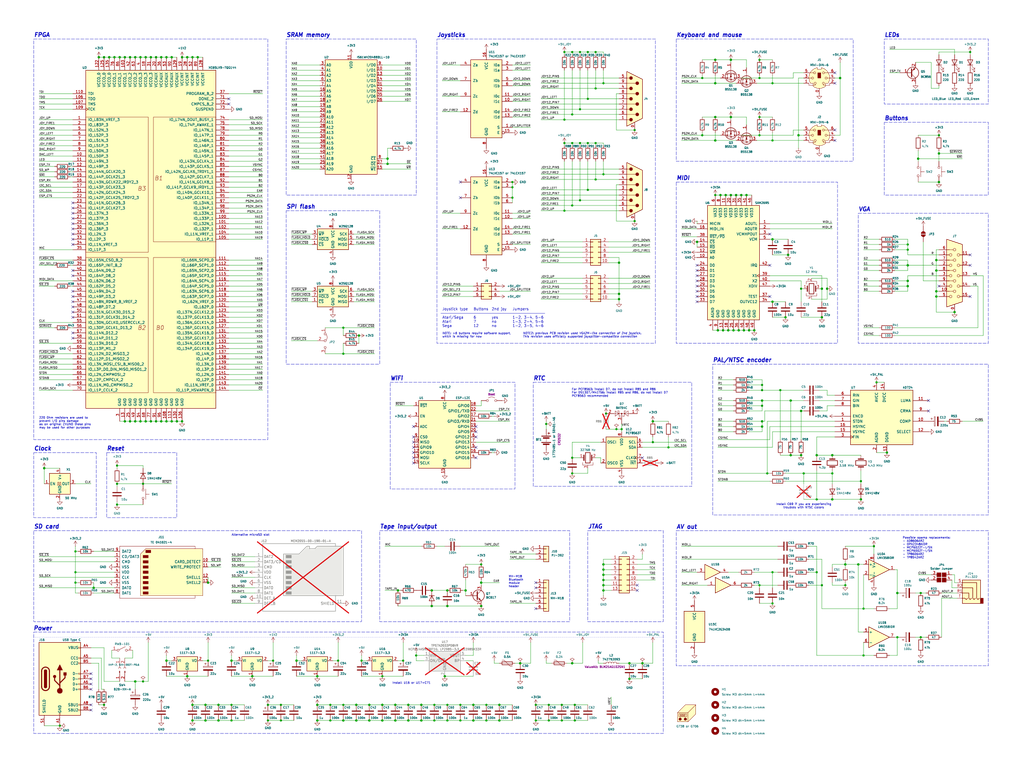
<source format=kicad_sch>
(kicad_sch (version 20231120) (generator "eeschema") (generator_version "8.0")
  (paper "User" 499.999 375.006)
  (title_block (title "ZXUNO.1010") (date "2024-12-31") (rev "D") (company "Eugene Lozovoy") (comment 1 "10x10 PCB variant of ZX-UNO project"))
  (lib_symbols
    (symbol "74xx:74LS157" (pin_names (offset 1.016))
      (property "Reference" "U" (at -7.62 19.05 0))
      (property "Value" "74LS157" (at -7.62 -21.59 0))
      (symbol "74LS157_1_0"
        (pin input line (at -12.7 -15.24 0) (length 5.08) (name "S") (number "1"))
        (pin input line (at -12.7 -2.54 0) (length 5.08) (name "I1c") (number "10"))
        (pin input line (at -12.7 0 0) (length 5.08) (name "I0c") (number "11"))
        (pin output line (at 12.7 -7.62 180) (length 5.08) (name "Zd") (number "12"))
        (pin input line (at -12.7 -10.16 0) (length 5.08) (name "I1d") (number "13"))
        (pin input line (at -12.7 -7.62 0) (length 5.08) (name "I0d") (number "14"))
        (pin input inverted (at -12.7 -17.78 0) (length 5.08) (name "E") (number "15"))
        (pin power_in line (at 0 22.86 270) (length 5.08) (name "VCC") (number "16"))
        (pin input line (at -12.7 15.24 0) (length 5.08) (name "I0a") (number "2"))
        (pin input line (at -12.7 12.7 0) (length 5.08) (name "I1a") (number "3"))
        (pin output line (at 12.7 15.24 180) (length 5.08) (name "Za") (number "4"))
        (pin input line (at -12.7 7.62 0) (length 5.08) (name "I0b") (number "5"))
        (pin input line (at -12.7 5.08 0) (length 5.08) (name "I1b") (number "6"))
        (pin output line (at 12.7 7.62 180) (length 5.08) (name "Zb") (number "7"))
        (pin power_in line (at 0 -25.4 90) (length 5.08) (name "GND") (number "8"))
        (pin output line (at 12.7 0 180) (length 5.08) (name "Zc") (number "9"))
      )
    )
    (symbol "Amplifier_Operational:LMV358" (pin_names (offset 0.127))
      (property "Reference" "U" (at 0 5.08 0))
      (property "Value" "LMV358" (at 0 -5.08 0))
      (symbol "LMV358_1_1"
        (pin output line (at 7.62 0 180) (length 2.54) (name "~") (number "1"))
        (pin input line (at -7.62 -2.54 0) (length 2.54) (name "-") (number "2"))
        (pin input line (at -7.62 2.54 0) (length 2.54) (name "+") (number "3"))
      )
      (symbol "LMV358_2_1"
        (pin input line (at -7.62 2.54 0) (length 2.54) (name "+") (number "5"))
        (pin input line (at -7.62 -2.54 0) (length 2.54) (name "-") (number "6"))
        (pin output line (at 7.62 0 180) (length 2.54) (name "~") (number "7"))
      )
      (symbol "LMV358_3_1"
        (pin power_in line (at -2.54 -7.62 90) (length 3.81) (name "V-") (number "4"))
        (pin power_in line (at -2.54 7.62 270) (length 3.81) (name "V+") (number "8"))
      )
    )
    (symbol "Amplifier_Operational:NE5532" (pin_names (offset 0.127))
      (property "Reference" "U" (at 0 5.08 0))
      (property "Value" "NE5532" (at 0 -5.08 0))
      (symbol "NE5532_1_1"
        (pin output line (at 7.62 0 180) (length 2.54) (name "~") (number "1"))
        (pin input line (at -7.62 -2.54 0) (length 2.54) (name "-") (number "2"))
        (pin input line (at -7.62 2.54 0) (length 2.54) (name "+") (number "3"))
      )
      (symbol "NE5532_2_1"
        (pin input line (at -7.62 2.54 0) (length 2.54) (name "+") (number "5"))
        (pin input line (at -7.62 -2.54 0) (length 2.54) (name "-") (number "6"))
        (pin output line (at 7.62 0 180) (length 2.54) (name "~") (number "7"))
      )
      (symbol "NE5532_3_1"
        (pin power_in line (at -2.54 -7.62 90) (length 3.81) (name "V-") (number "4"))
        (pin power_in line (at -2.54 7.62 270) (length 3.81) (name "V+") (number "8"))
      )
    )
    (symbol "Connector:Conn_01x02_Pin" (pin_names (offset 1.016) hide)
      (property "Reference" "J" (at 0 2.54 0))
      (property "Value" "Conn_01x02_Pin" (at 0 -5.08 0))
      (symbol "Conn_01x02_Pin_1_1"
        (pin passive line (at 5.08 0 180) (length 3.81) (name "Pin_1") (number "1"))
        (pin passive line (at 5.08 -2.54 180) (length 3.81) (name "Pin_2") (number "2"))
      )
    )
    (symbol "Connector:Conn_01x02_Socket" (pin_names (offset 1.016) hide)
      (property "Reference" "J" (at 0 2.54 0))
      (property "Value" "Conn_01x02_Socket" (at 0 -5.08 0))
      (symbol "Conn_01x02_Socket_1_1"
        (pin passive line (at -5.08 0 0) (length 3.81) (name "Pin_1") (number "1"))
        (pin passive line (at -5.08 -2.54 0) (length 3.81) (name "Pin_2") (number "2"))
      )
    )
    (symbol "Connector:DE15_Receptacle_HighDensity_MountingHoles" (pin_names (offset 1.016) hide)
      (property "Reference" "J" (at 0 21.59 0))
      (property "Value" "DE15_Receptacle_HighDensity_MountingHoles" (at 0 19.05 0))
      (symbol "DE15_Receptacle_HighDensity_MountingHoles_1_1"
        (pin passive line (at 0 -17.78 90) (length 3.81) (name "~") (number "0"))
        (pin passive line (at -7.62 10.16 0) (length 5.08) (name "~") (number "1"))
        (pin passive line (at -7.62 -7.62 0) (length 5.08) (name "~") (number "10"))
        (pin passive line (at 7.62 10.16 180) (length 5.08) (name "~") (number "11"))
        (pin passive line (at 7.62 5.08 180) (length 5.08) (name "~") (number "12"))
        (pin passive line (at 7.62 0 180) (length 5.08) (name "~") (number "13"))
        (pin passive line (at 7.62 -5.08 180) (length 5.08) (name "~") (number "14"))
        (pin passive line (at 7.62 -10.16 180) (length 5.08) (name "~") (number "15"))
        (pin passive line (at -7.62 5.08 0) (length 5.08) (name "~") (number "2"))
        (pin passive line (at -7.62 0 0) (length 5.08) (name "~") (number "3"))
        (pin passive line (at -7.62 -5.08 0) (length 5.08) (name "~") (number "4"))
        (pin passive line (at -7.62 -10.16 0) (length 5.08) (name "~") (number "5"))
        (pin passive line (at -7.62 12.7 0) (length 5.08) (name "~") (number "6"))
        (pin passive line (at -7.62 7.62 0) (length 5.08) (name "~") (number "7"))
        (pin passive line (at -7.62 2.54 0) (length 5.08) (name "~") (number "8"))
        (pin passive line (at -7.62 -2.54 0) (length 5.08) (name "~") (number "9"))
      )
    )
    (symbol "Connector:DE9_Plug_MountingHoles" (pin_names (offset 1.016) hide)
      (property "Reference" "J" (at 0 16.51 0))
      (property "Value" "DE9_Plug_MountingHoles" (at 0 14.605 0))
      (symbol "DE9_Plug_MountingHoles_1_1"
        (pin passive line (at 0 -15.24 90) (length 3.81) (name "PAD") (number "0"))
        (pin passive line (at -7.62 -10.16 0) (length 3.81) (name "1") (number "1"))
        (pin passive line (at -7.62 -5.08 0) (length 3.81) (name "2") (number "2"))
        (pin passive line (at -7.62 0 0) (length 3.81) (name "3") (number "3"))
        (pin passive line (at -7.62 5.08 0) (length 3.81) (name "4") (number "4"))
        (pin passive line (at -7.62 10.16 0) (length 3.81) (name "5") (number "5"))
        (pin passive line (at -7.62 -7.62 0) (length 3.81) (name "6") (number "6"))
        (pin passive line (at -7.62 -2.54 0) (length 3.81) (name "7") (number "7"))
        (pin passive line (at -7.62 2.54 0) (length 3.81) (name "8") (number "8"))
        (pin passive line (at -7.62 7.62 0) (length 3.81) (name "9") (number "9"))
      )
    )
    (symbol "Connector:Micro_SD_Card_Det2"
      (property "Reference" "J" (at -16.51 17.78 0))
      (property "Value" "Micro_SD_Card_Det2" (at 16.51 17.78 0))
      (symbol "Micro_SD_Card_Det2_1_1"
        (pin bidirectional line (at -22.86 10.16 0) (length 3.81) (name "DAT2") (number "1"))
        (pin passive line (at -22.86 -10.16 0) (length 3.81) (name "DET_A") (number "10"))
        (pin passive line (at 20.32 -12.7 180) (length 3.81) (name "SHIELD") (number "11"))
        (pin bidirectional line (at -22.86 7.62 0) (length 3.81) (name "DAT3/CD") (number "2"))
        (pin input line (at -22.86 5.08 0) (length 3.81) (name "CMD") (number "3"))
        (pin power_in line (at -22.86 2.54 0) (length 3.81) (name "VDD") (number "4"))
        (pin input line (at -22.86 0 0) (length 3.81) (name "CLK") (number "5"))
        (pin power_in line (at -22.86 -2.54 0) (length 3.81) (name "VSS") (number "6"))
        (pin bidirectional line (at -22.86 -5.08 0) (length 3.81) (name "DAT0") (number "7"))
        (pin bidirectional line (at -22.86 -7.62 0) (length 3.81) (name "DAT1") (number "8"))
        (pin passive line (at -22.86 -12.7 0) (length 3.81) (name "DET_B") (number "9"))
      )
    )
    (symbol "Connector:SD_Card" (pin_names (offset 1.016))
      (property "Reference" "J" (at -16.51 13.97 0))
      (property "Value" "SD_Card" (at 15.24 -13.97 0))
      (symbol "SD_Card_1_1"
        (pin input line (at -22.86 7.62 0) (length 2.54) (name "CD/DAT3") (number "1"))
        (pin input line (at 22.86 5.08 180) (length 2.54) (name "CARD_DETECT") (number "10"))
        (pin input line (at 22.86 2.54 180) (length 2.54) (name "WRITE_PROTECT") (number "11"))
        (pin input line (at 22.86 -2.54 180) (length 2.54) (name "SHELL1") (number "12"))
        (pin input line (at 22.86 -5.08 180) (length 2.54) (name "SHELL2") (number "13"))
        (pin input line (at -22.86 5.08 0) (length 2.54) (name "CMD") (number "2"))
        (pin power_in line (at -22.86 2.54 0) (length 2.54) (name "VSS") (number "3"))
        (pin power_in line (at -22.86 0 0) (length 2.54) (name "VDD") (number "4"))
        (pin input line (at -22.86 -2.54 0) (length 2.54) (name "CLK") (number "5"))
        (pin power_in line (at -22.86 -5.08 0) (length 2.54) (name "VSS") (number "6"))
        (pin input line (at -22.86 -7.62 0) (length 2.54) (name "DAT0") (number "7"))
        (pin input line (at -22.86 -10.16 0) (length 2.54) (name "DAT1") (number "8"))
        (pin input line (at -22.86 10.16 0) (length 2.54) (name "DAT2") (number "9"))
      )
    )
    (symbol "Connector:USB_C_Receptacle_USB2.0_16P" (pin_names (offset 1.016))
      (property "Reference" "J" (at 0 22.225 0))
      (property "Value" "USB_C_Receptacle_USB2.0_16P" (at 0 19.685 0))
      (symbol "USB_C_Receptacle_USB2.0_16P_1_1"
        (pin passive line (at 0 -22.86 90) (length 5.08) (name "GND") (number "A1"))
        (pin passive line (at 0 -22.86 90) (length 5.08) hide (name "GND") (number "A12"))
        (pin passive line (at 15.24 15.24 180) (length 5.08) (name "VBUS") (number "A4"))
        (pin bidirectional line (at 15.24 10.16 180) (length 5.08) (name "CC1") (number "A5"))
        (pin bidirectional line (at 15.24 -2.54 180) (length 5.08) (name "D+") (number "A6"))
        (pin bidirectional line (at 15.24 2.54 180) (length 5.08) (name "D-") (number "A7"))
        (pin bidirectional line (at 15.24 -12.7 180) (length 5.08) (name "SBU1") (number "A8"))
        (pin passive line (at 15.24 15.24 180) (length 5.08) hide (name "VBUS") (number "A9"))
        (pin passive line (at 0 -22.86 90) (length 5.08) hide (name "GND") (number "B1"))
        (pin passive line (at 0 -22.86 90) (length 5.08) hide (name "GND") (number "B12"))
        (pin passive line (at 15.24 15.24 180) (length 5.08) hide (name "VBUS") (number "B4"))
        (pin bidirectional line (at 15.24 7.62 180) (length 5.08) (name "CC2") (number "B5"))
        (pin bidirectional line (at 15.24 -5.08 180) (length 5.08) (name "D+") (number "B6"))
        (pin bidirectional line (at 15.24 0 180) (length 5.08) (name "D-") (number "B7"))
        (pin bidirectional line (at 15.24 -15.24 180) (length 5.08) (name "SBU2") (number "B8"))
        (pin passive line (at 15.24 15.24 180) (length 5.08) hide (name "VBUS") (number "B9"))
        (pin passive line (at -7.62 -22.86 90) (length 5.08) (name "SHIELD") (number "S1"))
      )
    )
    (symbol "Connector_Audio:AudioJack4"
      (property "Reference" "J" (at 0 8.89 0))
      (property "Value" "AudioJack4" (at 0 6.35 0))
      (symbol "AudioJack4_1_1"
        (pin passive line (at 5.08 -2.54 180) (length 2.54) (name "~") (number "R1"))
        (pin passive line (at 5.08 0 180) (length 2.54) (name "~") (number "R2"))
        (pin passive line (at 5.08 2.54 180) (length 2.54) (name "~") (number "S"))
        (pin passive line (at 5.08 -5.08 180) (length 2.54) (name "~") (number "T"))
      )
    )
    (symbol "Connector_Generic:Conn_01x03" (pin_names (offset 1.016) hide)
      (property "Reference" "J" (at 0 5.08 0))
      (property "Value" "Conn_01x03" (at 0 -5.08 0))
      (symbol "Conn_01x03_1_1"
        (pin passive line (at -5.08 2.54 0) (length 3.81) (name "Pin_1") (number "1"))
        (pin passive line (at -5.08 0 0) (length 3.81) (name "Pin_2") (number "2"))
        (pin passive line (at -5.08 -2.54 0) (length 3.81) (name "Pin_3") (number "3"))
      )
    )
    (symbol "Connector_Generic:Conn_01x06" (pin_names (offset 1.016) hide)
      (property "Reference" "J" (at 0 7.62 0))
      (property "Value" "Conn_01x06" (at 0 -10.16 0))
      (symbol "Conn_01x06_1_1"
        (pin passive line (at -5.08 5.08 0) (length 3.81) (name "Pin_1") (number "1"))
        (pin passive line (at -5.08 2.54 0) (length 3.81) (name "Pin_2") (number "2"))
        (pin passive line (at -5.08 0 0) (length 3.81) (name "Pin_3") (number "3"))
        (pin passive line (at -5.08 -2.54 0) (length 3.81) (name "Pin_4") (number "4"))
        (pin passive line (at -5.08 -5.08 0) (length 3.81) (name "Pin_5") (number "5"))
        (pin passive line (at -5.08 -7.62 0) (length 3.81) (name "Pin_6") (number "6"))
      )
    )
    (symbol "Connector_Generic:Conn_02x03_Odd_Even" (pin_names (offset 1.016) hide)
      (property "Reference" "J" (at 1.27 5.08 0))
      (property "Value" "Conn_02x03_Odd_Even" (at 1.27 -5.08 0))
      (symbol "Conn_02x03_Odd_Even_1_1"
        (pin passive line (at -5.08 2.54 0) (length 3.81) (name "Pin_1") (number "1"))
        (pin passive line (at 7.62 2.54 180) (length 3.81) (name "Pin_2") (number "2"))
        (pin passive line (at -5.08 0 0) (length 3.81) (name "Pin_3") (number "3"))
        (pin passive line (at 7.62 0 180) (length 3.81) (name "Pin_4") (number "4"))
        (pin passive line (at -5.08 -2.54 0) (length 3.81) (name "Pin_5") (number "5"))
        (pin passive line (at 7.62 -2.54 180) (length 3.81) (name "Pin_6") (number "6"))
      )
    )
    (symbol "Connector_Generic:Conn_02x05_Odd_Even" (pin_names (offset 1.016) hide)
      (property "Reference" "J" (at 1.27 7.62 0))
      (property "Value" "Conn_02x05_Odd_Even" (at 1.27 -7.62 0))
      (symbol "Conn_02x05_Odd_Even_1_1"
        (pin passive line (at -5.08 5.08 0) (length 3.81) (name "Pin_1") (number "1"))
        (pin passive line (at 7.62 -5.08 180) (length 3.81) (name "Pin_10") (number "10"))
        (pin passive line (at 7.62 5.08 180) (length 3.81) (name "Pin_2") (number "2"))
        (pin passive line (at -5.08 2.54 0) (length 3.81) (name "Pin_3") (number "3"))
        (pin passive line (at 7.62 2.54 180) (length 3.81) (name "Pin_4") (number "4"))
        (pin passive line (at -5.08 0 0) (length 3.81) (name "Pin_5") (number "5"))
        (pin passive line (at 7.62 0 180) (length 3.81) (name "Pin_6") (number "6"))
        (pin passive line (at -5.08 -2.54 0) (length 3.81) (name "Pin_7") (number "7"))
        (pin passive line (at 7.62 -2.54 180) (length 3.81) (name "Pin_8") (number "8"))
        (pin passive line (at -5.08 -5.08 0) (length 3.81) (name "Pin_9") (number "9"))
      )
    )
    (symbol "Connector_Generic:Conn_02x07_Odd_Even" (pin_names (offset 1.016) hide)
      (property "Reference" "J" (at 1.27 10.16 0))
      (property "Value" "Conn_02x07_Odd_Even" (at 1.27 -10.16 0))
      (symbol "Conn_02x07_Odd_Even_1_1"
        (pin passive line (at -5.08 7.62 0) (length 3.81) (name "Pin_1") (number "1"))
        (pin passive line (at 7.62 -2.54 180) (length 3.81) (name "Pin_10") (number "10"))
        (pin passive line (at -5.08 -5.08 0) (length 3.81) (name "Pin_11") (number "11"))
        (pin passive line (at 7.62 -5.08 180) (length 3.81) (name "Pin_12") (number "12"))
        (pin passive line (at -5.08 -7.62 0) (length 3.81) (name "Pin_13") (number "13"))
        (pin passive line (at 7.62 -7.62 180) (length 3.81) (name "Pin_14") (number "14"))
        (pin passive line (at 7.62 7.62 180) (length 3.81) (name "Pin_2") (number "2"))
        (pin passive line (at -5.08 5.08 0) (length 3.81) (name "Pin_3") (number "3"))
        (pin passive line (at 7.62 5.08 180) (length 3.81) (name "Pin_4") (number "4"))
        (pin passive line (at -5.08 2.54 0) (length 3.81) (name "Pin_5") (number "5"))
        (pin passive line (at 7.62 2.54 180) (length 3.81) (name "Pin_6") (number "6"))
        (pin passive line (at -5.08 0 0) (length 3.81) (name "Pin_7") (number "7"))
        (pin passive line (at 7.62 0 180) (length 3.81) (name "Pin_8") (number "8"))
        (pin passive line (at -5.08 -2.54 0) (length 3.81) (name "Pin_9") (number "9"))
      )
    )
    (symbol "Device:Battery" (pin_numbers hide) (pin_names (offset 0) hide)
      (property "Reference" "BT" (at 2.54 2.54 0))
      (property "Value" "Battery" (at 2.54 0 0))
      (symbol "Battery_1_1"
        (pin passive line (at 0 5.08 270) (length 2.54) (name "+") (number "1"))
        (pin passive line (at 0 -5.08 90) (length 2.54) (name "-") (number "2"))
      )
    )
    (symbol "Device:C" (pin_numbers hide) (pin_names (offset 0.254))
      (property "Reference" "C" (at 0.635 2.54 0))
      (property "Value" "C" (at 0.635 -2.54 0))
      (symbol "C_1_1"
        (pin passive line (at 0 3.81 270) (length 2.794) (name "~") (number "1"))
        (pin passive line (at 0 -3.81 90) (length 2.794) (name "~") (number "2"))
      )
    )
    (symbol "Device:C_Polarized" (pin_numbers hide) (pin_names (offset 0.254))
      (property "Reference" "C" (at 0.635 2.54 0))
      (property "Value" "C_Polarized" (at 0.635 -2.54 0))
      (symbol "C_Polarized_1_1"
        (pin passive line (at 0 3.81 270) (length 2.794) (name "~") (number "1"))
        (pin passive line (at 0 -3.81 90) (length 2.794) (name "~") (number "2"))
      )
    )
    (symbol "Device:Crystal" (pin_numbers hide) (pin_names (offset 1.016) hide)
      (property "Reference" "Y" (at 0 3.81 0))
      (property "Value" "Crystal" (at 0 -3.81 0))
      (symbol "Crystal_1_1"
        (pin passive line (at -3.81 0 0) (length 1.27) (name "1") (number "1"))
        (pin passive line (at 3.81 0 180) (length 1.27) (name "2") (number "2"))
      )
    )
    (symbol "Device:Crystal_GND24" (pin_names (offset 1.016) hide)
      (property "Reference" "Y" (at 3.175 5.08 0))
      (property "Value" "Crystal_GND24" (at 3.175 3.175 0))
      (symbol "Crystal_GND24_1_1"
        (pin passive line (at -3.81 0 0) (length 1.27) (name "1") (number "1"))
        (pin passive line (at 0 5.08 270) (length 1.27) (name "2") (number "2"))
        (pin passive line (at 3.81 0 180) (length 1.27) (name "3") (number "3"))
        (pin passive line (at 0 -5.08 90) (length 1.27) (name "4") (number "4"))
      )
    )
    (symbol "Device:Crystal_GND3" (pin_names (offset 1.016) hide)
      (property "Reference" "Y" (at 0 5.715 0))
      (property "Value" "Crystal_GND3" (at 0 3.81 0))
      (symbol "Crystal_GND3_1_1"
        (pin passive line (at -3.81 0 0) (length 1.27) (name "1") (number "1"))
        (pin passive line (at 3.81 0 180) (length 1.27) (name "2") (number "2"))
        (pin passive line (at 0 -5.08 90) (length 1.27) (name "3") (number "3"))
      )
    )
    (symbol "Device:D" (pin_numbers hide) (pin_names (offset 1.016) hide)
      (property "Reference" "D" (at 0 2.54 0))
      (property "Value" "D" (at 0 -2.54 0))
      (symbol "D_1_1"
        (pin passive line (at -3.81 0 0) (length 2.54) (name "K") (number "1"))
        (pin passive line (at 3.81 0 180) (length 2.54) (name "A") (number "2"))
      )
    )
    (symbol "Device:L" (pin_numbers hide) (pin_names (offset 1.016) hide)
      (property "Reference" "L" (at -1.27 0 90))
      (property "Value" "L" (at 1.905 0 90))
      (symbol "L_1_1"
        (pin passive line (at 0 3.81 270) (length 1.27) (name "1") (number "1"))
        (pin passive line (at 0 -3.81 90) (length 1.27) (name "2") (number "2"))
      )
    )
    (symbol "Device:LED" (pin_numbers hide) (pin_names (offset 1.016) hide)
      (property "Reference" "D" (at 0 2.54 0))
      (property "Value" "LED" (at 0 -2.54 0))
      (symbol "LED_1_1"
        (pin passive line (at -3.81 0 0) (length 2.54) (name "K") (number "1"))
        (pin passive line (at 3.81 0 180) (length 2.54) (name "A") (number "2"))
      )
    )
    (symbol "Device:Polyfuse" (pin_numbers hide) (pin_names (offset 0))
      (property "Reference" "F" (at -2.54 0 90))
      (property "Value" "Polyfuse" (at 2.54 0 90))
      (symbol "Polyfuse_1_1"
        (pin passive line (at 0 3.81 270) (length 1.27) (name "~") (number "1"))
        (pin passive line (at 0 -3.81 90) (length 1.27) (name "~") (number "2"))
      )
    )
    (symbol "Device:R" (pin_numbers hide) (pin_names (offset 0))
      (property "Reference" "R" (at 2.032 0 90))
      (property "Value" "R" (at 0 0 90))
      (symbol "R_1_1"
        (pin passive line (at 0 3.81 270) (length 1.27) (name "~") (number "1"))
        (pin passive line (at 0 -3.81 90) (length 1.27) (name "~") (number "2"))
      )
    )
    (symbol "Diode:BAT54C" (pin_names (offset 1.016))
      (property "Reference" "D" (at 0.635 -3.81 0))
      (property "Value" "BAT54C" (at -6.35 3.175 0))
      (symbol "BAT54C_1_1"
        (pin passive line (at -7.62 0 0) (length 3.81) (name "~") (number "1"))
        (pin passive line (at 7.62 0 180) (length 3.81) (name "~") (number "2"))
        (pin passive line (at 0 -5.08 90) (length 5.08) (name "~") (number "3"))
      )
    )
    (symbol "Jumper:Jumper_2_Open" (pin_numbers hide) (pin_names (offset 0) hide) (exclude_from_sim yes)
      (property "Reference" "JP" (at 0 2.794 0))
      (property "Value" "Jumper_2_Open" (at 0 -2.286 0))
      (symbol "Jumper_2_Open_1_1"
        (pin passive line (at -5.08 0 0) (length 2.54) (name "A") (number "1"))
        (pin passive line (at 5.08 0 180) (length 2.54) (name "B") (number "2"))
      )
    )
    (symbol "Jumper:Jumper_3_Bridged12" (pin_names (offset 0) hide)
      (property "Reference" "JP" (at -2.54 -2.54 0))
      (property "Value" "Jumper_3_Bridged12" (at 0 2.794 0))
      (symbol "Jumper_3_Bridged12_1_1"
        (pin passive line (at -6.35 0 0) (length 2.54) (name "A") (number "1"))
        (pin passive line (at 0 -3.81 90) (length 2.54) (name "C") (number "2"))
        (pin passive line (at 6.35 0 180) (length 2.54) (name "B") (number "3"))
      )
    )
    (symbol "Jumper:SolderJumper_2_Open" (pin_numbers hide) (pin_names (offset 0) hide) (exclude_from_sim yes) (in_bom no)
      (property "Reference" "JP" (at 0 2.032 0))
      (property "Value" "SolderJumper_2_Open" (at 0 -2.54 0))
      (symbol "SolderJumper_2_Open_1_1"
        (pin passive line (at -3.81 0 0) (length 2.54) (name "A") (number "1"))
        (pin passive line (at 3.81 0 180) (length 2.54) (name "B") (number "2"))
      )
    )
    (symbol "Mechanical:Housing" (pin_names (offset 1.016))
      (property "Reference" "N" (at 3.81 0 0))
      (property "Value" "Housing" (at 3.81 -1.905 0))
    )
    (symbol "Mechanical:MountingHole" (pin_names (offset 1.016))
      (property "Reference" "H" (at 0 5.08 0))
      (property "Value" "MountingHole" (at 0 3.175 0))
    )
    (symbol "Memory_EEPROM:AT25xxx"
      (property "Reference" "U" (at -7.62 6.35 0))
      (property "Value" "AT25xxx" (at 2.54 -6.35 0))
      (symbol "AT25xxx_1_1"
        (pin input line (at -10.16 -2.54 0) (length 2.54) (name "~{CS}") (number "1"))
        (pin tri_state line (at 10.16 -2.54 180) (length 2.54) (name "MISO") (number "2"))
        (pin input line (at -10.16 2.54 0) (length 2.54) (name "~{WP}") (number "3"))
        (pin power_in line (at 0 -7.62 90) (length 2.54) (name "GND") (number "4"))
        (pin input line (at 10.16 0 180) (length 2.54) (name "MOSI") (number "5"))
        (pin input line (at 10.16 2.54 180) (length 2.54) (name "SCK") (number "6"))
        (pin input line (at -10.16 0 0) (length 2.54) (name "~{HOLD}") (number "7"))
        (pin power_in line (at 0 7.62 270) (length 2.54) (name "VCC") (number "8"))
      )
    )
    (symbol "Oscillator:XO91" (pin_names (offset 0.254))
      (property "Reference" "X" (at -5.08 6.35 0))
      (property "Value" "XO91" (at 1.27 -6.35 0))
      (symbol "XO91_1_1"
        (pin input line (at -7.62 0 0) (length 2.54) (name "EN") (number "1"))
        (pin power_in line (at 0 -7.62 90) (length 2.54) (name "GND") (number "2"))
        (pin output line (at 7.62 0 180) (length 2.54) (name "OUT") (number "3"))
        (pin power_in line (at 0 7.62 270) (length 2.54) (name "V+") (number "4"))
      )
    )
    (symbol "RF_Module:ESP-12E"
      (property "Reference" "U" (at -12.7 19.05 0))
      (property "Value" "ESP-12E" (at 12.7 19.05 0))
      (symbol "ESP-12E_1_1"
        (pin input line (at -15.24 15.24 0) (length 2.54) (name "~{RST}") (number "1"))
        (pin bidirectional line (at -15.24 -2.54 0) (length 2.54) (name "MISO") (number "10"))
        (pin bidirectional line (at -15.24 -5.08 0) (length 2.54) (name "GPIO9") (number "11"))
        (pin bidirectional line (at -15.24 -7.62 0) (length 2.54) (name "GPIO10") (number "12"))
        (pin bidirectional line (at -15.24 -10.16 0) (length 2.54) (name "MOSI") (number "13"))
        (pin bidirectional line (at -15.24 -12.7 0) (length 2.54) (name "SCLK") (number "14"))
        (pin power_in line (at 0 -17.78 90) (length 2.54) (name "GND") (number "15"))
        (pin bidirectional line (at 15.24 -7.62 180) (length 2.54) (name "GPIO15") (number "16"))
        (pin bidirectional line (at 15.24 10.16 180) (length 2.54) (name "GPIO2") (number "17"))
        (pin bidirectional line (at 15.24 15.24 180) (length 2.54) (name "GPIO0") (number "18"))
        (pin bidirectional line (at 15.24 5.08 180) (length 2.54) (name "GPIO4") (number "19"))
        (pin input line (at -15.24 5.08 0) (length 2.54) (name "ADC") (number "2"))
        (pin bidirectional line (at 15.24 2.54 180) (length 2.54) (name "GPIO5") (number "20"))
        (pin bidirectional line (at 15.24 7.62 180) (length 2.54) (name "GPIO3/RXD") (number "21"))
        (pin bidirectional line (at 15.24 12.7 180) (length 2.54) (name "GPIO1/TXD") (number "22"))
        (pin input line (at -15.24 10.16 0) (length 2.54) (name "EN") (number "3"))
        (pin bidirectional line (at 15.24 -10.16 180) (length 2.54) (name "GPIO16") (number "4"))
        (pin bidirectional line (at 15.24 -5.08 180) (length 2.54) (name "GPIO14") (number "5"))
        (pin bidirectional line (at 15.24 0 180) (length 2.54) (name "GPIO12") (number "6"))
        (pin bidirectional line (at 15.24 -2.54 180) (length 2.54) (name "GPIO13") (number "7"))
        (pin power_in line (at 0 20.32 270) (length 2.54) (name "VCC") (number "8"))
        (pin input line (at -15.24 0 0) (length 2.54) (name "CS0") (number "9"))
      )
    )
    (symbol "Regulator_Linear:AZ1117-1.2" (pin_names (offset 0.254))
      (property "Reference" "U" (at -3.81 3.175 0))
      (property "Value" "AZ1117-1.2" (at 0 3.175 0))
      (symbol "AZ1117-1.2_1_1"
        (pin power_in line (at 0 -7.62 90) (length 2.54) (name "GND") (number "1"))
        (pin power_out line (at 7.62 0 180) (length 2.54) (name "VO") (number "2"))
        (pin power_in line (at -7.62 0 0) (length 2.54) (name "VI") (number "3"))
      )
    )
    (symbol "Regulator_Linear:AZ1117-3.3" (pin_names (offset 0.254))
      (property "Reference" "U" (at -3.81 3.175 0))
      (property "Value" "AZ1117-3.3" (at 0 3.175 0))
      (symbol "AZ1117-3.3_1_1"
        (pin power_in line (at 0 -7.62 90) (length 2.54) (name "GND") (number "1"))
        (pin power_out line (at 7.62 0 180) (length 2.54) (name "VO") (number "2"))
        (pin power_in line (at -7.62 0 0) (length 2.54) (name "VI") (number "3"))
      )
    )
    (symbol "Regulator_Linear:LP2985-3.3" (pin_names (offset 0.254))
      (property "Reference" "U" (at -6.35 5.715 0))
      (property "Value" "LP2985-3.3" (at 0 5.715 0))
      (symbol "LP2985-3.3_1_1"
        (pin power_in line (at -10.16 2.54 0) (length 2.54) (name "VIN") (number "1"))
        (pin power_in line (at 0 -7.62 90) (length 2.54) (name "GND") (number "2"))
        (pin input line (at -10.16 0 0) (length 2.54) (name "ON/~{OFF}") (number "3"))
        (pin input line (at 10.16 0 180) (length 2.54) (name "BP") (number "4"))
        (pin power_out line (at 10.16 2.54 180) (length 2.54) (name "VOUT") (number "5"))
      )
    )
    (symbol "Switch:SW_Push" (pin_numbers hide) (pin_names (offset 1.016) hide)
      (property "Reference" "SW" (at 1.27 2.54 0))
      (property "Value" "SW_Push" (at 0 -1.524 0))
      (symbol "SW_Push_0_1"
        (pin passive line (at -5.08 0 0) (length 2.54) (name "1") (number "1"))
        (pin passive line (at 5.08 0 180) (length 2.54) (name "2") (number "2"))
      )
    )
    (symbol "Switch:SW_SPST" (pin_names (offset 0) hide)
      (property "Reference" "SW" (at 0 3.175 0))
      (property "Value" "SW_SPST" (at 0 -2.54 0))
      (symbol "SW_SPST_1_1"
        (pin passive line (at -5.08 0 0) (length 2.54) (name "A") (number "1"))
        (pin passive line (at 5.08 0 180) (length 2.54) (name "B") (number "2"))
      )
    )
    (symbol "Timer_RTC:PCF8563T"
      (property "Reference" "U" (at -7.62 8.89 0))
      (property "Value" "PCF8563T" (at 2.54 8.89 0))
      (symbol "PCF8563T_1_1"
        (pin input line (at -10.16 5.08 0) (length 2.54) (name "OSCI") (number "1"))
        (pin output line (at -10.16 -5.08 0) (length 2.54) (name "OSCO") (number "2"))
        (pin output line (at 10.16 -5.08 180) (length 2.54) (name "~{INT}") (number "3"))
        (pin power_in line (at 0 -10.16 90) (length 2.54) (name "VSS") (number "4"))
        (pin bidirectional line (at 10.16 2.54 180) (length 2.54) (name "SDA") (number "5"))
        (pin input line (at 10.16 5.08 180) (length 2.54) (name "SCL") (number "6"))
        (pin output clock (at 10.16 -2.54 180) (length 2.54) (name "CLKO") (number "7"))
        (pin power_in line (at 0 10.16 270) (length 2.54) (name "VDD") (number "8"))
      )
    )
    (symbol "Transistor_BJT:BC817" (pin_names (offset 0) hide)
      (property "Reference" "Q" (at 5.08 1.905 0))
      (property "Value" "BC817" (at 5.08 0 0))
      (symbol "BC817_1_1"
        (pin input line (at -5.08 0 0) (length 5.715) (name "B") (number "1"))
        (pin passive line (at 2.54 -5.08 90) (length 2.54) (name "E") (number "2"))
        (pin passive line (at 2.54 5.08 270) (length 2.54) (name "C") (number "3"))
      )
    )
    (symbol "Transistor_BJT:BC856" (pin_names (offset 0) hide)
      (property "Reference" "Q" (at 5.08 1.905 0))
      (property "Value" "BC856" (at 5.08 0 0))
      (symbol "BC856_1_1"
        (pin input line (at -5.08 0 0) (length 5.715) (name "B") (number "1"))
        (pin passive line (at 2.54 -5.08 90) (length 2.54) (name "E") (number "2"))
        (pin passive line (at 2.54 5.08 270) (length 2.54) (name "C") (number "3"))
      )
    )
    (symbol "Transistor_FET:BSS138" (pin_names hide)
      (property "Reference" "Q" (at 5.08 1.905 0))
      (property "Value" "BSS138" (at 5.08 0 0))
      (symbol "BSS138_1_1"
        (pin input line (at -5.08 0 0) (length 2.54) (name "G") (number "1"))
        (pin passive line (at 2.54 -5.08 90) (length 2.54) (name "S") (number "2"))
        (pin passive line (at 2.54 5.08 270) (length 2.54) (name "D") (number "3"))
      )
    )
    (symbol "my:74LVC2G34"
      (property "Reference" "U" (at 0 1.27 0))
      (property "Value" "74LVC2G34" (at 0 -1.27 0))
      (symbol "74LVC2G34_1_1"
        (pin input line (at -7.62 0 0) (length 3.81) (name "~") (number "1"))
        (pin output line (at 7.62 0 180) (length 3.81) (name "~") (number "6"))
      )
      (symbol "74LVC2G34_2_1"
        (pin input line (at -7.62 0 0) (length 3.81) (name "~") (number "3"))
        (pin output line (at 7.62 0 180) (length 3.81) (name "~") (number "4"))
      )
      (symbol "74LVC2G34_3_1"
        (pin power_in line (at 0 -12.7 90) (length 5.08) (name "GND") (number "2"))
        (pin power_in line (at 0 12.7 270) (length 5.08) (name "VCC") (number "5"))
      )
    )
    (symbol "my:AD724" (pin_names (offset 1.016))
      (property "Reference" "U" (at -13.97 13.97 0))
      (property "Value" "AD724" (at 12.7 13.97 0))
      (symbol "AD724_1_1"
        (pin input line (at -22.86 -2.54 0) (length 7.62) (name "STDN") (number "1"))
        (pin output line (at 22.86 -2.54 180) (length 7.62) (name "COMP") (number "10"))
        (pin output line (at 22.86 7.62 180) (length 7.62) (name "LUMA") (number "11"))
        (pin input line (at 22.86 -7.62 180) (length 7.62) (name "SELECT") (number "12"))
        (pin power_in line (at 2.54 -17.78 90) (length 3.81) (name "DGND") (number "13"))
        (pin power_in line (at 1.27 16.51 270) (length 3.81) (name "DVCC") (number "14"))
        (pin input line (at -22.86 -7.62 0) (length 7.62) (name "VSYNC") (number "15"))
        (pin input line (at -22.86 -5.08 0) (length 7.62) (name "HSYNC") (number "16"))
        (pin power_in line (at -2.54 -17.78 90) (length 3.81) (name "AGND") (number "2"))
        (pin input clock (at -22.86 -10.16 0) (length 7.62) (name "FIN") (number "3"))
        (pin power_in line (at -2.54 16.51 270) (length 3.81) (name "AVCC") (number "4"))
        (pin input line (at -22.86 0 0) (length 7.62) (name "ENCD") (number "5"))
        (pin input line (at -22.86 10.16 0) (length 7.62) (name "RIN") (number "6"))
        (pin input line (at -22.86 7.62 0) (length 7.62) (name "GIN") (number "7"))
        (pin input line (at -22.86 5.08 0) (length 7.62) (name "BIN") (number "8"))
        (pin output line (at 22.86 2.54 180) (length 7.62) (name "CRMA") (number "9"))
      )
    )
    (symbol "my:IS61WV20488BLL-10"
      (property "Reference" "U4" (at -10.795 29.21 0))
      (property "Value" "IS61WV20488BLL-10" (at 11.43 29.21 0))
      (symbol "IS61WV20488BLL-10_1_1"
        (pin no_connect line (at 15.24 -17.78 180) (length 2.54) hide (name "NC") (number "1"))
        (pin bidirectional line (at 15.24 22.86 180) (length 2.54) (name "I/O1") (number "10"))
        (pin power_in line (at 0 30.48 270) (length 2.54) (name "VDD") (number "11"))
        (pin power_in line (at 0 -30.48 90) (length 2.54) (name "GND") (number "12"))
        (pin bidirectional line (at 15.24 20.32 180) (length 2.54) (name "I/O2") (number "13"))
        (pin bidirectional line (at 15.24 17.78 180) (length 2.54) (name "I/O3") (number "14"))
        (pin input line (at 15.24 -25.4 180) (length 2.54) (name "~{WE}") (number "15"))
        (pin input line (at -15.24 12.7 0) (length 2.54) (name "A5") (number "16"))
        (pin input line (at -15.24 10.16 0) (length 2.54) (name "A6") (number "17"))
        (pin input line (at -15.24 7.62 0) (length 2.54) (name "A7") (number "18"))
        (pin input line (at -15.24 5.08 0) (length 2.54) (name "A8") (number "19"))
        (pin no_connect line (at 15.24 -15.24 180) (length 2.54) hide (name "NC") (number "2"))
        (pin input line (at -15.24 2.54 0) (length 2.54) (name "A9") (number "20"))
        (pin no_connect line (at 15.24 -12.7 180) (length 2.54) hide (name "NC") (number "21"))
        (pin no_connect line (at 15.24 -10.16 180) (length 2.54) hide (name "NC") (number "22"))
        (pin no_connect line (at 15.24 -7.62 180) (length 2.54) hide (name "NC") (number "23"))
        (pin no_connect line (at 15.24 -5.08 180) (length 2.54) hide (name "NC") (number "24"))
        (pin input line (at -15.24 -22.86 0) (length 2.54) (name "A19") (number "25"))
        (pin input line (at -15.24 0 0) (length 2.54) (name "A10") (number "26"))
        (pin input line (at -15.24 -2.54 0) (length 2.54) (name "A11") (number "27"))
        (pin input line (at -15.24 -5.08 0) (length 2.54) (name "A12") (number "28"))
        (pin input line (at -15.24 -7.62 0) (length 2.54) (name "A13") (number "29"))
        (pin input line (at -15.24 25.4 0) (length 2.54) (name "A0") (number "3"))
        (pin input line (at -15.24 -10.16 0) (length 2.54) (name "A14") (number "30"))
        (pin bidirectional line (at 15.24 15.24 180) (length 2.54) (name "I/O4") (number "31"))
        (pin bidirectional line (at 15.24 12.7 180) (length 2.54) (name "I/O5") (number "32"))
        (pin passive line (at 0 30.48 270) (length 2.54) hide (name "VDD") (number "33"))
        (pin passive line (at 0 -30.48 90) (length 2.54) hide (name "GND") (number "34"))
        (pin bidirectional line (at 15.24 10.16 180) (length 2.54) (name "I/O6") (number "35"))
        (pin bidirectional line (at 15.24 7.62 180) (length 2.54) (name "I/O7") (number "36"))
        (pin input line (at 15.24 -22.86 180) (length 2.54) (name "~{OE}") (number "37"))
        (pin input line (at -15.24 -12.7 0) (length 2.54) (name "A15") (number "38"))
        (pin input line (at -15.24 -15.24 0) (length 2.54) (name "A16") (number "39"))
        (pin input line (at -15.24 22.86 0) (length 2.54) (name "A1") (number "4"))
        (pin input line (at -15.24 -17.78 0) (length 2.54) (name "A17") (number "40"))
        (pin input line (at -15.24 -20.32 0) (length 2.54) (name "A18") (number "41"))
        (pin input line (at -15.24 -25.4 0) (length 2.54) (name "A20") (number "42"))
        (pin no_connect line (at 15.24 -2.54 180) (length 2.54) hide (name "NC") (number "43"))
        (pin no_connect line (at 15.24 0 180) (length 2.54) hide (name "NC") (number "44"))
        (pin input line (at -15.24 20.32 0) (length 2.54) (name "A2") (number "5"))
        (pin input line (at -15.24 17.78 0) (length 2.54) (name "A3") (number "6"))
        (pin input line (at -15.24 15.24 0) (length 2.54) (name "A4") (number "7"))
        (pin input line (at 15.24 -20.32 180) (length 2.54) (name "~{CE}") (number "8"))
        (pin bidirectional line (at 15.24 25.4 180) (length 2.54) (name "I/O0") (number "9"))
      )
    )
    (symbol "my:Mini-DIN-6" (pin_names (offset 1.016))
      (property "Reference" "J" (at 0 6.35 0))
      (property "Value" "Mini-DIN-6" (at 6.985 -6.35 0))
      (symbol "Mini-DIN-6_1_1"
        (pin passive line (at 0 -7.62 90) (length 2.54) (name "~") (number "0"))
        (pin passive line (at 7.62 -2.54 180) (length 2.54) (name "~") (number "1"))
        (pin passive line (at -7.62 -2.54 0) (length 2.54) (name "~") (number "2"))
        (pin passive line (at 7.62 0 180) (length 2.54) (name "~") (number "3"))
        (pin passive line (at -7.62 0 0) (length 2.54) (name "~") (number "4"))
        (pin passive line (at 7.62 2.54 180) (length 2.54) (name "~") (number "5"))
        (pin passive line (at -7.62 2.54 0) (length 2.54) (name "~") (number "6"))
      )
    )
    (symbol "my:SAM2695" (pin_names (offset 1.016))
      (property "Reference" "U" (at -13.97 29.21 0))
      (property "Value" "SAM2695" (at 12.7 29.21 0))
      (symbol "SAM2695_0_0"
        (pin output line (at 17.78 19.05 180) (length 5.08) (name "AOUTL") (number "1"))
        (pin input line (at -17.78 2.54 0) (length 5.08) (name "A0") (number "10"))
        (pin power_in line (at -3.81 33.02 270) (length 5.08) (name "VD33") (number "11"))
        (pin input line (at -17.78 5.08 0) (length 5.08) (name "~{WR}") (number "12"))
        (pin power_in line (at -5.08 -33.02 90) (length 5.08) (name "GND") (number "13"))
        (pin input line (at -17.78 10.16 0) (length 5.08) (name "~{CS}") (number "14"))
        (pin input line (at -17.78 7.62 0) (length 5.08) (name "~{RD}") (number "15"))
        (pin input line (at -17.78 16.51 0) (length 5.08) (name "MIDI_IN") (number "16"))
        (pin no_connect line (at 17.78 7.62 180) (length 5.08) hide (name "NC") (number "17"))
        (pin power_in line (at -2.54 -33.02 90) (length 5.08) (name "GND") (number "18"))
        (pin no_connect line (at 17.78 8.89 180) (length 5.08) hide (name "NC") (number "19"))
        (pin output line (at 17.78 16.51 180) (length 5.08) (name "AOUTR") (number "2"))
        (pin power_in line (at -1.27 33.02 270) (length 5.08) (name "VD33") (number "20"))
        (pin no_connect line (at 17.78 6.35 180) (length 5.08) hide (name "NC") (number "21"))
        (pin no_connect line (at 17.78 5.08 180) (length 5.08) hide (name "NC") (number "22"))
        (pin no_connect line (at 17.78 3.81 180) (length 5.08) hide (name "NC") (number "23"))
        (pin bidirectional line (at -17.78 -1.27 0) (length 5.08) (name "D0") (number "24"))
        (pin power_in line (at 0 -33.02 90) (length 5.08) (name "GND") (number "25"))
        (pin bidirectional line (at -17.78 -3.81 0) (length 5.08) (name "D1") (number "26"))
        (pin bidirectional line (at -17.78 -6.35 0) (length 5.08) (name "D2") (number "27"))
        (pin bidirectional line (at -17.78 -8.89 0) (length 5.08) (name "D3") (number "28"))
        (pin bidirectional line (at -17.78 -11.43 0) (length 5.08) (name "D4") (number "29"))
        (pin output line (at 17.78 13.97 180) (length 5.08) (name "VCMHPOUT") (number "3"))
        (pin bidirectional line (at -17.78 -13.97 0) (length 5.08) (name "D5") (number "30"))
        (pin power_in line (at 1.27 33.02 270) (length 5.08) (name "VD33") (number "31"))
        (pin bidirectional line (at -17.78 -16.51 0) (length 5.08) (name "D6") (number "32"))
        (pin bidirectional line (at -17.78 -19.05 0) (length 5.08) (name "D7") (number "33"))
        (pin power_out line (at 17.78 -19.05 180) (length 5.08) (name "OUTVC12") (number "34"))
        (pin power_in line (at 3.81 33.02 270) (length 5.08) (name "VD33") (number "35"))
        (pin power_in line (at 2.54 -33.02 90) (length 5.08) (name "GND") (number "36"))
        (pin input line (at 17.78 -16.51 180) (length 5.08) (name "TEST") (number "37"))
        (pin input line (at -17.78 12.7 0) (length 5.08) (name "~{RST}/~{PD}") (number "38"))
        (pin power_in line (at -10.16 -33.02 90) (length 5.08) (name "AGND") (number "4"))
        (pin input line (at 17.78 -8.89 180) (length 5.08) (name "X2") (number "40"))
        (pin power_in line (at 6.35 33.02 270) (length 5.08) (name "VD33") (number "41"))
        (pin output line (at 17.78 -1.27 180) (length 5.08) (name "IRQ") (number "42"))
        (pin no_connect line (at 17.78 2.54 180) (length 5.08) hide (name "NC") (number "43"))
        (pin no_connect line (at 17.78 1.27 180) (length 5.08) hide (name "NC") (number "44"))
        (pin power_in line (at 5.08 -33.02 90) (length 5.08) (name "GND") (number "45"))
        (pin power_in line (at 8.89 33.02 270) (length 5.08) (name "VD33") (number "46"))
        (pin input line (at 17.78 -11.43 180) (length 5.08) (name "XDIV") (number "47"))
        (pin power_in line (at 7.62 -33.02 90) (length 5.08) (name "GND") (number "48"))
        (pin output line (at 17.78 11.43 180) (length 5.08) (name "VCM") (number "5"))
        (pin power_in line (at -8.89 33.02 270) (length 5.08) (name "VA33") (number "6"))
        (pin input line (at -17.78 19.05 0) (length 5.08) (name "MICIN") (number "7"))
        (pin power_in line (at -6.35 33.02 270) (length 5.08) (name "VD33") (number "8"))
        (pin power_in line (at -7.62 -33.02 90) (length 5.08) (name "GND") (number "9"))
      )
      (symbol "SAM2695_1_0"
        (pin input clock (at 17.78 -6.35 180) (length 5.08) (name "X1") (number "39"))
      )
      (symbol "SAM2695_1_1"
        (pin power_in line (at 10.16 -33.02 90) (length 5.08) (name "GND") (number "49"))
      )
    )
    (symbol "my:SolderJumper_4_Open" (pin_names (offset 0) hide) (exclude_from_sim yes) (in_bom no)
      (property "Reference" "JP4" (at 0 5.588 0))
      (property "Value" "Solder Jumper" (at 0 3.81 0))
      (symbol "SolderJumper_4_Open_1_1"
        (pin passive line (at 5.08 1.27 180) (length 3) (name "A") (number "1"))
        (pin passive line (at -5.08 -1.27 0) (length 3) (name "2") (number "2"))
        (pin passive line (at -5.08 1.27 0) (length 3) (name "3") (number "3"))
        (pin passive line (at 5.08 -1.27 180) (length 3) (name "4") (number "4"))
      )
    )
    (symbol "my:XC6SLX9-TQG144" (pin_names (offset 1.016))
      (property "Reference" "U" (at -31.75 83.82 0))
      (property "Value" "XC6SLX9-TQG144" (at 37.465 83.82 0))
      (symbol "XC6SLX9-TQG144_0_0"
        (text "B0" (at 4.445 -43.18 0) (effects (font (size 2 2) (italic yes))))
        (text "B1" (at 3.81 29.845 0) (effects (font (size 2 2) (italic yes))))
        (text "B2" (at -4.445 -43.18 0) (effects (font (size 2 2) (italic yes))))
        (text "B3" (at -4.445 24.765 0) (effects (font (size 2 2) (italic yes))))
      )
      (symbol "XC6SLX9-TQG144_1_1"
        (pin bidirectional line (at -38.1 58.42 0) (length 6.35) (name "IO_L83N_VREF_3") (number "1"))
        (pin bidirectional line (at -38.1 40.64 0) (length 6.35) (name "IO_L50P_3") (number "10"))
        (pin bidirectional line (at 38.1 10.16 180) (length 6.35) (name "IO_L33P_1") (number "100"))
        (pin bidirectional line (at 38.1 7.62 180) (length 6.35) (name "IO_L32N_1") (number "101"))
        (pin bidirectional line (at 38.1 5.08 180) (length 6.35) (name "IO_L32P_1") (number "102"))
        (pin power_in line (at -12.7 88.9 270) (length 6.35) (name "VCCO_1") (number "103"))
        (pin bidirectional line (at 38.1 2.54 180) (length 6.35) (name "IO_L1N_VREF_1") (number "104"))
        (pin bidirectional line (at 38.1 0 180) (length 6.35) (name "IO_L1P_1") (number "105"))
        (pin output line (at -38.1 68.58 0) (length 6.35) (name "TDO") (number "106"))
        (pin input line (at -38.1 66.04 0) (length 6.35) (name "TMS") (number "107"))
        (pin power_in line (at 7.62 -88.9 90) (length 6.35) (name "GND") (number "108"))
        (pin input clock (at -38.1 63.5 0) (length 6.35) (name "TCK") (number "109"))
        (pin bidirectional line (at -38.1 38.1 0) (length 6.35) (name "IO_L49N_3") (number "11"))
        (pin input line (at -38.1 71.12 0) (length 6.35) (name "TDI") (number "110"))
        (pin bidirectional line (at 38.1 -10.16 180) (length 6.35) (name "IO_L66N_SCP0_0") (number "111"))
        (pin bidirectional line (at 38.1 -12.7 180) (length 6.35) (name "IO_L66P_SCP1_0") (number "112"))
        (pin power_in line (at 10.16 -88.9 90) (length 6.35) (name "GND") (number "113"))
        (pin bidirectional line (at 38.1 -15.24 180) (length 6.35) (name "IO_L65N_SCP2_0") (number "114"))
        (pin bidirectional line (at 38.1 -17.78 180) (length 6.35) (name "IO_L65P_SCP3_0") (number "115"))
        (pin bidirectional line (at 38.1 -20.32 180) (length 6.35) (name "IO_L64N_SCP4_0") (number "116"))
        (pin bidirectional line (at 38.1 -22.86 180) (length 6.35) (name "IO_L64P_SCP5_0") (number "117"))
        (pin bidirectional line (at 38.1 -25.4 180) (length 6.35) (name "IO_L63N_SCP6_0") (number "118"))
        (pin bidirectional line (at 38.1 -27.94 180) (length 6.35) (name "IO_L63P_SCP7_0") (number "119"))
        (pin bidirectional line (at -38.1 35.56 0) (length 6.35) (name "IO_L49P_3") (number "12"))
        (pin bidirectional line (at 38.1 -30.48 180) (length 6.35) (name "IO_L62N_VREF_0") (number "120"))
        (pin bidirectional line (at 38.1 -33.02 180) (length 6.35) (name "IO_L62P_0") (number "121"))
        (pin power_in line (at -25.4 88.9 270) (length 6.35) (name "VCCO_0") (number "122"))
        (pin bidirectional line (at 38.1 -35.56 180) (length 6.35) (name "IO_L37N_GCLK12_0") (number "123"))
        (pin bidirectional line (at 38.1 -38.1 180) (length 6.35) (name "IO_L37P_GCLK13_0") (number "124"))
        (pin power_in line (at -22.86 88.9 270) (length 6.35) (name "VCCO_0") (number "125"))
        (pin bidirectional line (at 38.1 -40.64 180) (length 6.35) (name "IO_L36N_GCLK14_0") (number "126"))
        (pin bidirectional line (at 38.1 -43.18 180) (length 6.35) (name "IO_L36P_GCLK15_0") (number "127"))
        (pin power_in line (at 25.4 88.9 270) (length 6.35) (name "VCCINT") (number "128"))
        (pin power_in line (at 12.7 88.9 270) (length 6.35) (name "VCCAUX") (number "129"))
        (pin power_in line (at -12.7 -88.9 90) (length 6.35) (name "GND") (number "13"))
        (pin power_in line (at 12.7 -88.9 90) (length 6.35) (name "GND") (number "130"))
        (pin bidirectional line (at 38.1 -45.72 180) (length 6.35) (name "IO_L35N_GCLK16_0") (number "131"))
        (pin bidirectional line (at 38.1 -48.26 180) (length 6.35) (name "IO_L35P_GCLK17_0") (number "132"))
        (pin bidirectional line (at 38.1 -50.8 180) (length 6.35) (name "IO_L34N_GCLK18_0") (number "133"))
        (pin bidirectional line (at 38.1 -53.34 180) (length 6.35) (name "IO_L34P_GCLK19_0") (number "134"))
        (pin power_in line (at -20.32 88.9 270) (length 6.35) (name "VCCO_0") (number "135"))
        (pin power_in line (at 15.24 -88.9 90) (length 6.35) (name "GND") (number "136"))
        (pin bidirectional line (at 38.1 -55.88 180) (length 6.35) (name "IO_L4N_0") (number "137"))
        (pin bidirectional line (at 38.1 -58.42 180) (length 6.35) (name "IO_L4P_0") (number "138"))
        (pin bidirectional line (at 38.1 -60.96 180) (length 6.35) (name "IO_L3N_0") (number "139"))
        (pin bidirectional line (at -38.1 33.02 0) (length 6.35) (name "IO_L44N_GCLK20_3") (number "14"))
        (pin bidirectional line (at 38.1 -63.5 180) (length 6.35) (name "IO_L3P_0") (number "140"))
        (pin bidirectional line (at 38.1 -66.04 180) (length 6.35) (name "IO_L2N_0") (number "141"))
        (pin bidirectional line (at 38.1 -68.58 180) (length 6.35) (name "IO_L2P_0") (number "142"))
        (pin bidirectional line (at 38.1 -71.12 180) (length 6.35) (name "IO_L1N_VREF_0") (number "143"))
        (pin bidirectional line (at 38.1 -73.66 180) (length 6.35) (name "IO_L1P_HSWAPEN_0") (number "144"))
        (pin bidirectional line (at -38.1 30.48 0) (length 6.35) (name "IO_L44P_GCLK21_3") (number "15"))
        (pin bidirectional line (at -38.1 27.94 0) (length 6.35) (name "IO_L43N_GCLK22_IRDY2_3") (number "16"))
        (pin bidirectional line (at -38.1 25.4 0) (length 6.35) (name "IO_L43P_GCLK23_3") (number "17"))
        (pin power_in line (at -2.54 88.9 270) (length 6.35) (name "VCCO_3") (number "18"))
        (pin power_in line (at 15.24 88.9 270) (length 6.35) (name "VCCINT") (number "19"))
        (pin bidirectional line (at -38.1 55.88 0) (length 6.35) (name "IO_L83P_3") (number "2"))
        (pin power_in line (at 2.54 88.9 270) (length 6.35) (name "VCCAUX") (number "20"))
        (pin bidirectional line (at -38.1 22.86 0) (length 6.35) (name "IO_L42N_GCLK24_3") (number "21"))
        (pin bidirectional line (at -38.1 20.32 0) (length 6.35) (name "IO_L42P_GCLK25_TRDY2_3") (number "22"))
        (pin bidirectional line (at -38.1 17.78 0) (length 6.35) (name "IO_L41N_GCLK26_3") (number "23"))
        (pin bidirectional line (at -38.1 15.24 0) (length 6.35) (name "IO_L41P_GCLK27_3") (number "24"))
        (pin power_in line (at -10.16 -88.9 90) (length 6.35) (name "GND") (number "25"))
        (pin bidirectional line (at -38.1 12.7 0) (length 6.35) (name "IO_L37N_3") (number "26"))
        (pin bidirectional line (at -38.1 10.16 0) (length 6.35) (name "IO_L37P_3") (number "27"))
        (pin power_in line (at 17.78 88.9 270) (length 6.35) (name "VCCINT") (number "28"))
        (pin bidirectional line (at -38.1 7.62 0) (length 6.35) (name "IO_L36N_3") (number "29"))
        (pin power_in line (at -15.24 -88.9 90) (length 6.35) (name "GND") (number "3"))
        (pin bidirectional line (at -38.1 5.08 0) (length 6.35) (name "IO_L36P_3") (number "30"))
        (pin power_in line (at 0 88.9 270) (length 6.35) (name "VCCO_3") (number "31"))
        (pin bidirectional line (at -38.1 2.54 0) (length 6.35) (name "IO_L2N_3") (number "32"))
        (pin bidirectional line (at -38.1 0 0) (length 6.35) (name "IO_L2P_3") (number "33"))
        (pin bidirectional line (at -38.1 -2.54 0) (length 6.35) (name "IO_L1N_VREF_3") (number "34"))
        (pin bidirectional line (at -38.1 -5.08 0) (length 6.35) (name "IO_L1P_3") (number "35"))
        (pin power_in line (at 5.08 88.9 270) (length 6.35) (name "VCCAUX") (number "36"))
        (pin bidirectional line (at 38.1 71.12 180) (length 6.35) (name "PROGRAM_B_2") (number "37"))
        (pin bidirectional line (at -38.1 -10.16 0) (length 6.35) (name "IO_L65N_CSO_B_2") (number "38"))
        (pin bidirectional line (at -38.1 -12.7 0) (length 6.35) (name "IO_L65P_INIT_B_2") (number "39"))
        (pin power_in line (at -5.08 88.9 270) (length 6.35) (name "VCCO_3") (number "4"))
        (pin bidirectional line (at -38.1 -15.24 0) (length 6.35) (name "IO_L64N_D9_2") (number "40"))
        (pin bidirectional line (at -38.1 -17.78 0) (length 6.35) (name "IO_L64P_D8_2") (number "41"))
        (pin power_in line (at -10.16 88.9 270) (length 6.35) (name "VCCO_2") (number "42"))
        (pin bidirectional line (at -38.1 -20.32 0) (length 6.35) (name "IO_L62N_D6_2") (number "43"))
        (pin bidirectional line (at -38.1 -22.86 0) (length 6.35) (name "IO_L62P_D5_2") (number "44"))
        (pin bidirectional line (at -38.1 -25.4 0) (length 6.35) (name "IO_L49N_D4_2") (number "45"))
        (pin bidirectional line (at -38.1 -27.94 0) (length 6.35) (name "IO_L49P_D3_2") (number "46"))
        (pin bidirectional line (at -38.1 -30.48 0) (length 6.35) (name "IO_L48N_RDWR_B_VREF_2") (number "47"))
        (pin bidirectional line (at -38.1 -33.02 0) (length 6.35) (name "IO_L48P_D7_2") (number "48"))
        (pin power_in line (at -7.62 -88.9 90) (length 6.35) (name "GND") (number "49"))
        (pin bidirectional line (at -38.1 53.34 0) (length 6.35) (name "IO_L52N_3") (number "5"))
        (pin bidirectional line (at -38.1 -35.56 0) (length 6.35) (name "IO_L31N_GCLK30_D15_2") (number "50"))
        (pin bidirectional line (at -38.1 -38.1 0) (length 6.35) (name "IO_L31P_GCLK31_D14_2") (number "51"))
        (pin power_in line (at 20.32 88.9 270) (length 6.35) (name "VCCINT") (number "52"))
        (pin power_in line (at 7.62 88.9 270) (length 6.35) (name "VCCAUX") (number "53"))
        (pin power_in line (at -5.08 -88.9 90) (length 6.35) (name "GND") (number "54"))
        (pin bidirectional line (at -38.1 -40.64 0) (length 6.35) (name "IO_L30N_GCLK0_USERCCLK_2") (number "55"))
        (pin bidirectional line (at -38.1 -43.18 0) (length 6.35) (name "IO_L30P_GCLK1_D13_2") (number "56"))
        (pin bidirectional line (at -38.1 -45.72 0) (length 6.35) (name "IO_L14N_D12_2") (number "57"))
        (pin bidirectional line (at -38.1 -48.26 0) (length 6.35) (name "IO_L14P_D11_2") (number "58"))
        (pin bidirectional line (at -38.1 -50.8 0) (length 6.35) (name "IO_L13N_D10_2") (number "59"))
        (pin bidirectional line (at -38.1 50.8 0) (length 6.35) (name "IO_L52P_3") (number "6"))
        (pin bidirectional line (at -38.1 -53.34 0) (length 6.35) (name "IO_L13P_M1_2") (number "60"))
        (pin bidirectional line (at -38.1 -55.88 0) (length 6.35) (name "IO_L12N_D2_MISO3_2") (number "61"))
        (pin bidirectional line (at -38.1 -58.42 0) (length 6.35) (name "IO_L12P_D1_MISO2_2") (number "62"))
        (pin power_in line (at -7.62 88.9 270) (length 6.35) (name "VCCO_2") (number "63"))
        (pin bidirectional line (at -38.1 -60.96 0) (length 6.35) (name "IO_L3N_MOSI_CSI_B_MISO0_2") (number "64"))
        (pin bidirectional line (at -38.1 -63.5 0) (length 6.35) (name "IO_L3P_D0_DIN_MISO_MISO1_2") (number "65"))
        (pin bidirectional line (at -38.1 -66.04 0) (length 6.35) (name "IO_L2N_CMPMOSI_2") (number "66"))
        (pin bidirectional line (at -38.1 -68.58 0) (length 6.35) (name "IO_L2P_CMPCLK_2") (number "67"))
        (pin power_in line (at -2.54 -88.9 90) (length 6.35) (name "GND") (number "68"))
        (pin bidirectional line (at -38.1 -71.12 0) (length 6.35) (name "IO_L1N_M0_CMPMISO_2") (number "69"))
        (pin bidirectional line (at -38.1 48.26 0) (length 6.35) (name "IO_L51N_3") (number "7"))
        (pin bidirectional line (at -38.1 -73.66 0) (length 6.35) (name "IO_L1P_CCLK_2") (number "70"))
        (pin bidirectional line (at 38.1 68.58 180) (length 6.35) (name "DONE_2") (number "71"))
        (pin bidirectional line (at 38.1 66.04 180) (length 6.35) (name "CMPCS_B_2") (number "72"))
        (pin bidirectional line (at 38.1 63.5 180) (length 6.35) (name "SUSPEND") (number "73"))
        (pin bidirectional line (at 38.1 58.42 180) (length 6.35) (name "IO_L74N_DOUT_BUSY_1") (number "74"))
        (pin bidirectional line (at 38.1 55.88 180) (length 6.35) (name "IO_L74P_AWAKE_1") (number "75"))
        (pin power_in line (at -17.78 88.9 270) (length 6.35) (name "VCCO_1") (number "76"))
        (pin power_in line (at 0 -88.9 90) (length 6.35) (name "GND") (number "77"))
        (pin bidirectional line (at 38.1 53.34 180) (length 6.35) (name "IO_L47N_1") (number "78"))
        (pin bidirectional line (at 38.1 50.8 180) (length 6.35) (name "IO_L47P_1") (number "79"))
        (pin bidirectional line (at -38.1 45.72 0) (length 6.35) (name "IO_L51P_3") (number "8"))
        (pin bidirectional line (at 38.1 48.26 180) (length 6.35) (name "IO_L46N_1") (number "80"))
        (pin bidirectional line (at 38.1 45.72 180) (length 6.35) (name "IO_L46P_1") (number "81"))
        (pin bidirectional line (at 38.1 43.18 180) (length 6.35) (name "IO_L45N_1") (number "82"))
        (pin bidirectional line (at 38.1 40.64 180) (length 6.35) (name "IO_L45P_1") (number "83"))
        (pin bidirectional line (at 38.1 38.1 180) (length 6.35) (name "IO_L43N_GCLK4_1") (number "84"))
        (pin bidirectional line (at 38.1 35.56 180) (length 6.35) (name "IO_L43P_GCLK5_1") (number "85"))
        (pin power_in line (at -15.24 88.9 270) (length 6.35) (name "VCCO_1") (number "86"))
        (pin bidirectional line (at 38.1 33.02 180) (length 6.35) (name "IO_L42N_GCLK6_TRDY1_1") (number "87"))
        (pin bidirectional line (at 38.1 30.48 180) (length 6.35) (name "IO_L42P_GCLK7_1") (number "88"))
        (pin power_in line (at 22.86 88.9 270) (length 6.35) (name "VCCINT") (number "89"))
        (pin bidirectional line (at -38.1 43.18 0) (length 6.35) (name "IO_L50N_3") (number "9"))
        (pin power_in line (at 10.16 88.9 270) (length 6.35) (name "VCCAUX") (number "90"))
        (pin power_in line (at 2.54 -88.9 90) (length 6.35) (name "GND") (number "91"))
        (pin bidirectional line (at 38.1 27.94 180) (length 6.35) (name "IO_L41N_GCLK8_1") (number "92"))
        (pin bidirectional line (at 38.1 25.4 180) (length 6.35) (name "IO_L41P_GCLK9_IRDY1_1") (number "93"))
        (pin bidirectional line (at 38.1 22.86 180) (length 6.35) (name "IO_L40N_GCLK10_1") (number "94"))
        (pin bidirectional line (at 38.1 20.32 180) (length 6.35) (name "IO_L40P_GCLK11_1") (number "95"))
        (pin power_in line (at 5.08 -88.9 90) (length 6.35) (name "GND") (number "96"))
        (pin bidirectional line (at 38.1 17.78 180) (length 6.35) (name "IO_L34N_1") (number "97"))
        (pin bidirectional line (at 38.1 15.24 180) (length 6.35) (name "IO_L34P_1") (number "98"))
        (pin bidirectional line (at 38.1 12.7 180) (length 6.35) (name "IO_L33N_1") (number "99"))
      )
    )
    (symbol "power:+1V2" (power) (pin_numbers hide) (pin_names (offset 0) hide)
      (property "Value" "+1V2" (at 0 3.556 0))
      (symbol "+1V2_1_1"
        (pin power_in line (at 0 0 90) (length 0) (name "~") (number "1"))
      )
    )
    (symbol "power:+3V3" (power) (pin_numbers hide) (pin_names (offset 0) hide)
      (property "Value" "+3V3" (at 0 3.556 0))
      (symbol "+3V3_1_1"
        (pin power_in line (at 0 0 90) (length 0) (name "~") (number "1"))
      )
    )
    (symbol "power:+5V" (power) (pin_numbers hide) (pin_names (offset 0) hide)
      (property "Value" "+5V" (at 0 3.556 0))
      (symbol "+5V_1_1"
        (pin power_in line (at 0 0 90) (length 0) (name "~") (number "1"))
      )
    )
    (symbol "power:+BATT" (power) (pin_numbers hide) (pin_names (offset 0) hide)
      (property "Value" "+BATT" (at 0 3.556 0))
      (symbol "+BATT_1_1"
        (pin power_in line (at 0 0 90) (length 0) (name "~") (number "1"))
      )
    )
    (symbol "power:GND" (power) (pin_numbers hide) (pin_names (offset 0) hide)
      (property "Value" "GND" (at 0 -3.81 0))
      (symbol "GND_1_1"
        (pin power_in line (at 0 0 270) (length 0) (name "~") (number "1"))
      )
    )
    (symbol "power:PWR_FLAG" (power) (pin_numbers hide) (pin_names (offset 0) hide)
      (property "Value" "PWR_FLAG" (at 0 3.81 0))
      (symbol "PWR_FLAG_0_0"
        (pin power_out line (at 0 0 90) (length 0) (name "~") (number "1"))
      )
    )
  )
  (junction (at 406.4 243.84) (diameter 1.016))
  (junction (at 372.11 187.96))
  (junction (at 78.74 205.74) (diameter 1.016))
  (junction (at 66.04 332.74) (diameter 1.016))
  (junction (at 356.87 95.25) (diameter 1.016))
  (junction (at 381 190.5))
  (junction (at 283.21 69.85))
  (junction (at 154.94 344.17) (diameter 1.016))
  (junction (at 69.85 332.74))
  (junction (at 73.66 205.74) (diameter 1.016))
  (junction (at 294.64 85.09))
  (junction (at 391.16 222.25) (diameter 1.016))
  (junction (at 372.11 208.28) (diameter 1.016))
  (junction (at 173.99 351.79) (diameter 1.016))
  (junction (at 421.64 297.18))
  (junction (at 419.1 275.59) (diameter 1.016))
  (junction (at 294.64 278.13) (diameter 1.016))
  (junction (at 53.34 27.94) (diameter 1.016))
  (junction (at 302.26 143.51) (diameter 1.016))
  (junction (at 370.84 66.04))
  (junction (at 287.02 48.26))
  (junction (at 448.31 77.47) (diameter 1.016))
  (junction (at 130.81 351.79))
  (junction (at 133.35 322.58))
  (junction (at 302.26 128.27) (diameter 1.016))
  (junction (at 473.71 25.4))
  (junction (at 354.33 95.25) (diameter 1.016))
  (junction (at 68.58 205.74) (diameter 1.016))
  (junction (at 66.04 27.94) (diameter 1.016))
  (junction (at 275.59 102.87))
  (junction (at 167.64 160.02))
  (junction (at 438.15 289.56) (diameter 1.016))
  (junction (at 186.69 351.79) (diameter 1.016))
  (junction (at 420.37 243.84) (diameter 1.016))
  (junction (at 389.89 66.04) (diameter 1.016))
  (junction (at 243.84 344.17) (diameter 1.016))
  (junction (at 167.64 351.79) (diameter 1.016))
  (junction (at 438.15 311.15))
  (junction (at 349.25 40.64) (diameter 1.016))
  (junction (at 391.16 140.97))
  (junction (at 93.98 351.79) (diameter 1.016))
  (junction (at 392.43 231.14))
  (junction (at 457.2 144.78) (diameter 1.016))
  (junction (at 443.23 129.54) (diameter 1.016))
  (junction (at 173.99 344.17) (diameter 1.016))
  (junction (at 36.83 279.4))
  (junction (at 361.95 95.25) (diameter 1.016))
  (junction (at 458.47 74.93) (diameter 1.016))
  (junction (at 318.77 205.74) (diameter 1.016))
  (junction (at 279.4 231.14))
  (junction (at 458.47 66.04))
  (junction (at 287.02 25.4))
  (junction (at 280.67 344.17))
  (junction (at 307.34 331.47) (diameter 1.016))
  (junction (at 427.99 186.69))
  (junction (at 224.79 351.79))
  (junction (at 356.87 29.21) (diameter 1.016))
  (junction (at 237.49 351.79))
  (junction (at 57.15 236.22))
  (junction (at 398.78 243.84))
  (junction (at 231.14 351.79) (diameter 1.016))
  (junction (at 377.19 279.4))
  (junction (at 295.91 201.93))
  (junction (at 205.74 351.79) (diameter 1.016))
  (junction (at 287.02 92.71))
  (junction (at 449.58 311.15))
  (junction (at 137.16 351.79))
  (junction (at 290.83 25.4))
  (junction (at 360.68 161.29) (diameter 1.016))
  (junction (at 161.29 351.79))
  (junction (at 377.19 40.64))
  (junction (at 300.99 209.55))
  (junction (at 318.77 215.9))
  (junction (at 266.7 207.01))
  (junction (at 100.33 344.17) (diameter 1.016))
  (junction (at 137.16 344.17))
  (junction (at 457.2 142.24) (diameter 1.016))
  (junction (at 279.4 323.85) (diameter 1.016))
  (junction (at 372.11 205.74) (diameter 1.016))
  (junction (at 101.6 284.48) (diameter 1.016))
  (junction (at 372.11 195.58) (diameter 1.016))
  (junction (at 88.9 27.94) (diameter 1.016))
  (junction (at 69.85 236.22))
  (junction (at 93.98 27.94) (diameter 1.016))
  (junction (at 73.66 27.94) (diameter 1.016))
  (junction (at 443.23 139.7) (diameter 1.016))
  (junction (at 377.19 116.84) (diameter 1.016))
  (junction (at 290.83 69.85))
  (junction (at 154.94 330.2) (diameter 1.016))
  (junction (at 355.6 161.29) (diameter 1.016))
  (junction (at 280.67 351.79))
  (junction (at 359.41 95.25) (diameter 1.016))
  (junction (at 180.34 344.17) (diameter 1.016))
  (junction (at 370.84 57.15))
  (junction (at 457.2 132.08) (diameter 1.016))
  (junction (at 91.44 27.94) (diameter 1.016))
  (junction (at 48.26 27.94) (diameter 1.016))
  (junction (at 83.82 205.74) (diameter 1.016))
  (junction (at 349.25 68.58) (diameter 1.016))
  (junction (at 365.76 161.29) (diameter 1.016))
  (junction (at 21.59 228.6) (diameter 1.016))
  (junction (at 224.79 344.17))
  (junction (at 60.96 27.94) (diameter 1.016))
  (junction (at 71.12 27.94) (diameter 1.016))
  (junction (at 377.19 147.32) (diameter 1.016))
  (junction (at 96.52 27.94) (diameter 1.016))
  (junction (at 326.39 218.44))
  (junction (at 274.32 344.17))
  (junction (at 57.15 246.38))
  (junction (at 350.52 161.29) (diameter 1.016))
  (junction (at 101.6 322.58))
  (junction (at 421.64 320.04))
  (junction (at 287.02 69.85))
  (junction (at 189.23 77.47) (diameter 1.016))
  (junction (at 458.47 88.9) (diameter 1.016))
  (junction (at 130.81 344.17))
  (junction (at 55.88 27.94) (diameter 1.016))
  (junction (at 234.95 295.91) (diameter 1.016))
  (junction (at 193.04 351.79) (diameter 1.016))
  (junction (at 165.1 322.58))
  (junction (at 412.75 285.75))
  (junction (at 275.59 69.85))
  (junction (at 63.5 27.94) (diameter 1.016))
  (junction (at 406.4 231.14))
  (junction (at 29.21 354.33))
  (junction (at 250.19 88.9))
  (junction (at 210.82 288.29) (diameter 1.016))
  (junction (at 175.26 163.83) (diameter 1.016))
  (junction (at 279.4 55.88))
  (junction (at 60.96 205.74) (diameter 1.016))
  (junction (at 76.2 205.74) (diameter 1.016))
  (junction (at 370.84 38.1))
  (junction (at 294.64 283.21) (diameter 1.016))
  (junction (at 83.82 27.94) (diameter 1.016))
  (junction (at 279.4 25.4))
  (junction (at 290.83 43.18))
  (junction (at 349.25 57.15) (diameter 1.016))
  (junction (at 401.32 154.94) (diameter 1.016))
  (junction (at 294.64 275.59) (diameter 1.016))
  (junction (at 294.64 288.29) (diameter 1.016))
  (junction (at 218.44 288.29) (diameter 1.016))
  (junction (at 374.65 231.14))
  (junction (at 176.53 322.58))
  (junction (at 36.83 269.24))
  (junction (at 267.97 344.17))
  (junction (at 372.11 190.5))
  (junction (at 58.42 27.94) (diameter 1.016))
  (junction (at 218.44 344.17))
  (junction (at 349.25 95.25))
  (junction (at 161.29 344.17))
  (junction (at 279.4 100.33))
  (junction (at 81.28 27.94) (diameter 1.016))
  (junction (at 199.39 351.79) (diameter 1.016))
  (junction (at 113.03 351.79))
  (junction (at 426.72 266.7))
  (junction (at 63.5 205.74) (diameter 1.016))
  (junction (at 309.88 107.95))
  (junction (at 66.04 205.74) (diameter 1.016))
  (junction (at 351.79 95.25) (diameter 1.016))
  (junction (at 342.9 38.1))
  (junction (at 294.64 280.67) (diameter 1.016))
  (junction (at 279.4 223.52))
  (junction (at 383.54 154.94) (diameter 1.016))
  (junction (at 234.95 275.59))
  (junction (at 193.04 344.17) (diameter 1.016))
  (junction (at 217.17 330.2) (diameter 1.016))
  (junction (at 227.33 288.29) (diameter 1.016))
  (junction (at 313.69 323.85) (diameter 1.016))
  (junction (at 88.9 205.74) (diameter 1.016))
  (junction (at 363.22 161.29) (diameter 1.016))
  (junction (at 243.84 351.79) (diameter 1.016))
  (junction (at 372.11 198.12))
  (junction (at 279.4 69.85))
  (junction (at 261.62 344.17))
  (junction (at 237.49 344.17))
  (junction (at 45.72 287.02) (diameter 1.016))
  (junction (at 353.06 161.29) (diameter 1.016))
  (junction (at 412.75 275.59) (diameter 1.016))
  (junction (at 433.07 220.98) (diameter 1.016))
  (junction (at 403.86 140.97) (diameter 1.016))
  (junction (at 254 323.85) (diameter 1.016))
  (junction (at 370.84 29.21))
  (junction (at 302.26 146.05) (diameter 1.016))
  (junction (at 443.23 119.38))
  (junction (at 113.03 322.58) (diameter 1.016))
  (junction (at 443.23 137.16) (diameter 1.016))
  (junction (at 91.44 330.2) (diameter 1.016))
  (junction (at 154.94 351.79) (diameter 1.016))
  (junction (at 283.21 53.34))
  (junction (at 113.03 344.17))
  (junction (at 250.19 96.52))
  (junction (at 100.33 351.79) (diameter 1.016))
  (junction (at 377.19 294.64))
  (junction (at 199.39 344.17) (diameter 1.016))
  (junction (at 294.64 285.75) (diameter 1.016))
  (junction (at 275.59 25.4))
  (junction (at 358.14 161.29) (diameter 1.016))
  (junction (at 234.95 284.48) (diameter 1.016))
  (junction (at 449.58 289.56))
  (junction (at 76.2 27.94) (diameter 1.016))
  (junction (at 218.44 351.79))
  (junction (at 368.3 161.29) (diameter 1.016))
  (junction (at 250.19 91.44))
  (junction (at 364.49 95.25) (diameter 1.016))
  (junction (at 294.64 40.64))
  (junction (at 275.59 58.42))
  (junction (at 401.32 140.97) (diameter 1.016))
  (junction (at 36.83 284.48))
  (junction (at 180.34 351.79) (diameter 1.016))
  (junction (at 283.21 25.4))
  (junction (at 144.78 322.58) (diameter 1.016))
  (junction (at 212.09 351.79))
  (junction (at 57.15 227.33))
  (junction (at 303.53 209.55))
  (junction (at 307.34 323.85) (diameter 1.016))
  (junction (at 398.78 279.4))
  (junction (at 86.36 205.74) (diameter 1.016))
  (junction (at 186.69 330.2))
  (junction (at 340.36 118.11) (diameter 1.016))
  (junction (at 186.69 344.17) (diameter 1.016))
  (junction (at 356.87 57.15) (diameter 1.016))
  (junction (at 398.78 222.25) (diameter 1.016))
  (junction (at 167.64 172.72))
  (junction (at 212.09 344.17))
  (junction (at 457.2 127) (diameter 1.016))
  (junction (at 349.25 29.21) (diameter 1.016))
  (junction (at 68.58 27.94) (diameter 1.016))
  (junction (at 370.84 285.75))
  (junction (at 203.2 320.04))
  (junction (at 391.16 200.66) (diameter 1.016))
  (junction (at 386.08 195.58) (diameter 1.016))
  (junction (at 50.8 27.94) (diameter 1.016))
  (junction (at 50.8 344.17))
  (junction (at 106.68 344.17) (diameter 1.016))
  (junction (at 466.09 152.4) (diameter 1.016))
  (junction (at 274.32 351.79))
  (junction (at 218.44 295.91) (diameter 1.016))
  (junction (at 231.14 344.17) (diameter 1.016))
  (junction (at 401.32 285.75))
  (junction (at 377.19 68.58))
  (junction (at 210.82 295.91) (diameter 1.016))
  (junction (at 342.9 66.04))
  (junction (at 78.74 27.94) (diameter 1.016))
  (junction (at 189.23 80.01) (diameter 1.016))
  (junction (at 406.4 222.25) (diameter 1.016))
  (junction (at 386.08 222.25) (diameter 1.016))
  (junction (at 205.74 344.17) (diameter 1.016))
  (junction (at 194.31 288.29) (diameter 1.016))
  (junction (at 267.97 351.79))
  (junction (at 384.81 124.46) (diameter 1.016))
  (junction (at 420.37 234.95))
  (junction (at 196.85 322.58))
  (junction (at 93.98 344.17) (diameter 1.016))
  (junction (at 309.88 63.5))
  (junction (at 123.19 330.2) (diameter 1.016))
  (junction (at 261.62 351.79))
  (junction (at 283.21 97.79))
  (junction (at 81.28 205.74) (diameter 1.016))
  (junction (at 106.68 351.79) (diameter 1.016))
  (junction (at 167.64 344.17))
  (junction (at 71.12 205.74) (diameter 1.016))
  (junction (at 443.23 121.92))
  (junction (at 410.21 38.1) (diameter 1.016))
  (junction (at 290.83 87.63))
  (junction (at 81.28 322.58) (diameter 1.016))
  (no_connect (at 224.79 96.52))
  (no_connect (at 35.56 149.86))
  (no_connect (at 232.41 218.44))
  (no_connect (at 44.45 328.93))
  (no_connect (at 340.36 139.7))
  (no_connect (at 473.71 144.78))
  (no_connect (at 340.36 144.78))
  (no_connect (at 35.56 99.06))
  (no_connect (at 473.71 124.46))
  (no_connect (at 111.76 48.26))
  (no_connect (at 35.56 101.6))
  (no_connect (at 340.36 147.32))
  (no_connect (at 375.92 129.54))
  (no_connect (at 261.62 284.48))
  (no_connect (at 35.56 162.56))
  (no_connect (at 35.56 154.94))
  (no_connect (at 35.56 116.84))
  (no_connect (at 201.93 223.52))
  (no_connect (at 453.39 200.66))
  (no_connect (at 35.56 165.1))
  (no_connect (at 261.62 297.18))
  (no_connect (at 340.36 142.24))
  (no_connect (at 201.93 226.06))
  (no_connect (at 407.67 68.58))
  (no_connect (at 375.92 114.3))
  (no_connect (at 35.56 152.4))
  (no_connect (at 35.56 134.62))
  (no_connect (at 340.36 134.62))
  (no_connect (at 340.36 129.54))
  (no_connect (at 35.56 109.22))
  (no_connect (at 313.69 223.52))
  (no_connect (at 44.45 331.47))
  (no_connect (at 453.39 195.58))
  (no_connect (at 458.47 139.7))
  (no_connect (at 232.41 223.52))
  (no_connect (at 473.71 129.54))
  (no_connect (at 35.56 144.78))
  (no_connect (at 35.56 104.14))
  (no_connect (at 35.56 106.68))
  (no_connect (at 407.67 63.5))
  (no_connect (at 44.45 336.55))
  (no_connect (at 111.76 50.8))
  (no_connect (at 311.15 288.29))
  (no_connect (at 375.92 144.78))
  (no_connect (at 35.56 147.32))
  (no_connect (at 201.93 220.98))
  (no_connect (at 35.56 114.3))
  (no_connect (at 224.79 88.9))
  (no_connect (at 201.93 208.28))
  (no_connect (at 201.93 213.36))
  (no_connect (at 232.41 208.28))
  (no_connect (at 232.41 210.82))
  (no_connect (at 232.41 213.36))
  (no_connect (at 35.56 111.76))
  (no_connect (at 261.62 287.02))
  (no_connect (at 407.67 40.64))
  (no_connect (at 44.45 334.01))
  (no_connect (at 311.15 285.75))
  (no_connect (at 407.67 35.56))
  (no_connect (at 44.45 346.71))
  (no_connect (at 35.56 119.38))
  (no_connect (at 340.36 137.16))
  (no_connect (at 44.45 344.17))
  (no_connect (at 201.93 215.9))
  (no_connect (at 201.93 218.44))
  (no_connect (at 35.56 142.24))
  (no_connect (at 35.56 132.08))
  (no_connect (at 340.36 132.08))
  (wire (pts (xy 374.65 231.14) (xy 375.92 231.14)))
  (wire (pts (xy 383.54 231.14) (xy 392.43 231.14)))
  (wire (pts (xy 259.08 41.91) (xy 250.19 41.91)))
  (wire (pts (xy 128.27 144.78) (xy 111.76 144.78)))
  (wire (pts (xy 113.03 351.79) (xy 119.38 351.79)))
  (wire (pts (xy 377.19 57.15) (xy 370.84 57.15)))
  (wire (pts (xy 389.89 66.04) (xy 392.43 66.04)))
  (wire (pts (xy 318.77 313.69) (xy 318.77 323.85)))
  (wire (pts (xy 372.11 185.42) (xy 372.11 187.96)))
  (wire (pts (xy 400.05 190.5) (xy 403.86 190.5)))
  (wire (pts (xy 403.86 193.04) (xy 403.86 190.5)))
  (wire (pts (xy 407.67 193.04) (xy 403.86 193.04)))
  (wire (pts (xy 264.16 120.65) (xy 284.48 120.65)))
  (wire (pts (xy 264.16 128.27) (xy 284.48 128.27)))
  (wire (pts (xy 45.72 269.24) (xy 55.88 269.24)))
  (wire (pts (xy 128.27 99.06) (xy 111.76 99.06)))
  (wire (pts (xy 406.4 111.76) (xy 375.92 111.76)))
  (wire (pts (xy 81.28 330.2) (xy 91.44 330.2)))
  (wire (pts (xy 464.82 287.02) (xy 467.36 287.02)))
  (wire (pts (xy 266.7 207.01) (xy 266.7 209.55)))
  (wire (pts (xy 128.27 71.12) (xy 111.76 71.12)))
  (wire (pts (xy 128.27 165.1) (xy 111.76 165.1)))
  (wire (pts (xy 19.05 63.5) (xy 35.56 63.5)))
  (wire (pts (xy 406.4 275.59) (xy 412.75 275.59)))
  (wire (pts (xy 259.08 39.37) (xy 250.19 39.37)))
  (wire (pts (xy 313.69 273.05) (xy 311.15 273.05)))
  (wire (pts (xy 361.95 66.04) (xy 370.84 66.04)))
  (wire (pts (xy 387.35 63.5) (xy 392.43 63.5)))
  (wire (pts (xy 387.35 66.04) (xy 387.35 63.5)))
  (wire (pts (xy 248.92 273.05) (xy 261.62 273.05)))
  (wire (pts (xy 355.6 161.29) (xy 353.06 161.29)))
  (wire (pts (xy 227.33 288.29) (xy 227.33 290.83)))
  (wire (pts (xy 392.43 35.56) (xy 387.35 35.56)))
  (wire (pts (xy 167.64 167.64) (xy 167.64 172.72)))
  (wire (pts (xy 377.19 279.4) (xy 379.73 279.4)))
  (wire (pts (xy 287.02 92.71) (xy 302.26 92.71)))
  (wire (pts (xy 264.16 38.1) (xy 302.26 38.1)))
  (wire (pts (xy 264.16 102.87) (xy 275.59 102.87)))
  (wire (pts (xy 447.04 311.15) (xy 449.58 311.15)))
  (wire (pts (xy 128.27 185.42) (xy 111.76 185.42)))
  (wire (pts (xy 123.19 330.2) (xy 133.35 330.2)))
  (wire (pts (xy 287.02 25.4) (xy 287.02 26.67)))
  (wire (pts (xy 152.4 114.3) (xy 142.24 114.3)))
  (wire (pts (xy 266.7 205.74) (xy 266.7 207.01)))
  (wire (pts (xy 365.76 200.66) (xy 372.11 200.66)))
  (wire (pts (xy 128.27 175.26) (xy 111.76 175.26)))
  (wire (pts (xy 264.16 118.11) (xy 284.48 118.11)))
  (wire (pts (xy 438.15 289.56) (xy 438.15 297.18)))
  (wire (pts (xy 88.9 27.94) (xy 91.44 27.94)))
  (wire (pts (xy 412.75 275.59) (xy 419.1 275.59)))
  (wire (pts (xy 374.65 205.74) (xy 374.65 231.14)))
  (wire (pts (xy 19.05 287.02) (xy 45.72 287.02)))
  (wire (pts (xy 45.72 287.02) (xy 55.88 287.02)))
  (wire (pts (xy 275.59 69.85) (xy 279.4 69.85)))
  (wire (pts (xy 128.27 104.14) (xy 111.76 104.14)))
  (wire (pts (xy 128.27 134.62) (xy 111.76 134.62)))
  (wire (pts (xy 448.31 280.67) (xy 454.66 280.67)))
  (wire (pts (xy 91.44 330.2) (xy 101.6 330.2)))
  (wire (pts (xy 300.99 63.5) (xy 309.88 63.5)))
  (wire (pts (xy 355.6 279.4) (xy 360.68 279.4)))
  (wire (pts (xy 264.16 82.55) (xy 302.26 82.55)))
  (wire (pts (xy 356.87 29.21) (xy 356.87 30.48)))
  (wire (pts (xy 176.53 320.04) (xy 176.53 322.58)))
  (wire (pts (xy 154.94 344.17) (xy 161.29 344.17)))
  (wire (pts (xy 48.26 27.94) (xy 50.8 27.94)))
  (wire (pts (xy 50.8 27.94) (xy 53.34 27.94)))
  (wire (pts (xy 53.34 27.94) (xy 55.88 27.94)))
  (wire (pts (xy 55.88 27.94) (xy 58.42 27.94)))
  (wire (pts (xy 58.42 27.94) (xy 60.96 27.94)))
  (wire (pts (xy 60.96 27.94) (xy 63.5 27.94)))
  (wire (pts (xy 63.5 27.94) (xy 66.04 27.94)))
  (wire (pts (xy 66.04 27.94) (xy 68.58 27.94)))
  (wire (pts (xy 68.58 27.94) (xy 71.12 27.94)))
  (wire (pts (xy 71.12 27.94) (xy 73.66 27.94)))
  (wire (pts (xy 73.66 27.94) (xy 76.2 27.94)))
  (wire (pts (xy 76.2 27.94) (xy 78.74 27.94)))
  (wire (pts (xy 78.74 27.94) (xy 81.28 27.94)))
  (wire (pts (xy 81.28 27.94) (xy 83.82 27.94)))
  (wire (pts (xy 83.82 27.94) (xy 86.36 27.94)))
  (wire (pts (xy 279.4 34.29) (xy 279.4 55.88)))
  (wire (pts (xy 264.16 55.88) (xy 279.4 55.88)))
  (wire (pts (xy 369.57 68.58) (xy 377.19 68.58)))
  (wire (pts (xy 200.66 82.55) (xy 186.69 82.55)))
  (wire (pts (xy 264.16 53.34) (xy 283.21 53.34)))
  (wire (pts (xy 406.4 231.14) (xy 406.4 229.87)))
  (wire (pts (xy 158.75 172.72) (xy 167.64 172.72)))
  (wire (pts (xy 101.6 313.69) (xy 101.6 322.58)))
  (wire (pts (xy 375.92 116.84) (xy 377.19 116.84)))
  (wire (pts (xy 377.19 116.84) (xy 384.81 116.84)))
  (wire (pts (xy 34.29 129.54) (xy 35.56 129.54)))
  (wire (pts (xy 187.96 266.7) (xy 205.74 266.7)))
  (wire (pts (xy 365.76 198.12) (xy 372.11 198.12)))
  (wire (pts (xy 375.92 147.32) (xy 377.19 147.32)))
  (wire (pts (xy 377.19 147.32) (xy 383.54 147.32)))
  (wire (pts (xy 365.76 208.28) (xy 372.11 208.28)))
  (wire (pts (xy 353.06 161.29) (xy 350.52 161.29)))
  (wire (pts (xy 19.05 81.28) (xy 26.67 81.28)))
  (wire (pts (xy 34.29 81.28) (xy 35.56 81.28)))
  (wire (pts (xy 389.89 38.1) (xy 389.89 66.04)))
  (wire (pts (xy 389.89 72.39) (xy 389.89 66.04)))
  (wire (pts (xy 354.33 95.25) (xy 351.79 95.25)))
  (wire (pts (xy 294.64 40.64) (xy 302.26 40.64)))
  (wire (pts (xy 283.21 25.4) (xy 283.21 26.67)))
  (wire (pts (xy 19.05 76.2) (xy 35.56 76.2)))
  (wire (pts (xy 200.66 49.53) (xy 186.69 49.53)))
  (wire (pts (xy 297.18 128.27) (xy 302.26 128.27)))
  (wire (pts (xy 365.76 195.58) (xy 372.11 195.58)))
  (wire (pts (xy 394.97 266.7) (xy 398.78 266.7)))
  (wire (pts (xy 19.05 71.12) (xy 35.56 71.12)))
  (wire (pts (xy 459.74 289.56) (xy 467.36 289.56)))
  (wire (pts (xy 130.81 351.79) (xy 137.16 351.79)))
  (wire (pts (xy 264.16 138.43) (xy 284.48 138.43)))
  (wire (pts (xy 128.27 137.16) (xy 111.76 137.16)))
  (wire (pts (xy 350.52 218.44) (xy 377.19 218.44)))
  (wire (pts (xy 377.19 210.82) (xy 377.19 218.44)))
  (wire (pts (xy 302.26 143.51) (xy 302.26 146.05)))
  (wire (pts (xy 152.4 142.24) (xy 142.24 142.24)))
  (wire (pts (xy 294.64 85.09) (xy 302.26 85.09)))
  (wire (pts (xy 377.19 40.64) (xy 392.43 40.64)))
  (wire (pts (xy 142.24 44.45) (xy 156.21 44.45)))
  (wire (pts (xy 349.25 64.77) (xy 349.25 68.58)))
  (wire (pts (xy 189.23 80.01) (xy 186.69 80.01)))
  (wire (pts (xy 200.66 80.01) (xy 189.23 80.01)))
  (wire (pts (xy 290.83 78.74) (xy 290.83 87.63)))
  (wire (pts (xy 250.19 88.9) (xy 250.19 91.44)))
  (wire (pts (xy 406.4 284.48) (xy 406.4 285.75)))
  (wire (pts (xy 234.95 195.58) (xy 234.95 198.12)))
  (wire (pts (xy 259.08 31.75) (xy 250.19 31.75)))
  (wire (pts (xy 19.05 127) (xy 35.56 127)))
  (wire (pts (xy 280.67 344.17) (xy 287.02 344.17)))
  (wire (pts (xy 370.84 38.1) (xy 387.35 38.1)))
  (wire (pts (xy 332.74 285.75) (xy 345.44 285.75)))
  (wire (pts (xy 294.64 278.13) (xy 298.45 278.13)))
  (wire (pts (xy 293.37 223.52) (xy 293.37 226.06)))
  (wire (pts (xy 113.03 294.64) (xy 124.46 294.64)))
  (wire (pts (xy 142.24 41.91) (xy 156.21 41.91)))
  (wire (pts (xy 372.11 198.12) (xy 372.11 200.66)))
  (wire (pts (xy 350.52 231.14) (xy 374.65 231.14)))
  (wire (pts (xy 275.59 25.4) (xy 275.59 26.67)))
  (wire (pts (xy 350.52 214.63) (xy 375.92 214.63)))
  (wire (pts (xy 318.77 215.9) (xy 335.28 215.9)))
  (wire (pts (xy 421.64 121.92) (xy 429.26 121.92)))
  (wire (pts (xy 401.32 140.97) (xy 400.05 140.97)))
  (wire (pts (xy 427.99 220.98) (xy 433.07 220.98)))
  (wire (pts (xy 231.14 344.17) (xy 237.49 344.17)))
  (wire (pts (xy 290.83 34.29) (xy 290.83 43.18)))
  (wire (pts (xy 279.4 223.52) (xy 283.21 223.52)))
  (wire (pts (xy 264.16 95.25) (xy 302.26 95.25)))
  (wire (pts (xy 377.19 154.94) (xy 383.54 154.94)))
  (wire (pts (xy 142.24 72.39) (xy 156.21 72.39)))
  (wire (pts (xy 205.74 351.79) (xy 212.09 351.79)))
  (wire (pts (xy 172.72 147.32) (xy 182.88 147.32)))
  (wire (pts (xy 128.27 139.7) (xy 111.76 139.7)))
  (wire (pts (xy 364.49 29.21) (xy 364.49 33.02)))
  (wire (pts (xy 302.26 45.72) (xy 300.99 45.72)))
  (wire (pts (xy 152.4 119.38) (xy 142.24 119.38)))
  (wire (pts (xy 215.9 139.7) (xy 231.14 139.7)))
  (wire (pts (xy 19.05 45.72) (xy 35.56 45.72)))
  (wire (pts (xy 194.31 322.58) (xy 196.85 322.58)))
  (wire (pts (xy 231.14 313.69) (xy 231.14 320.04)))
  (wire (pts (xy 326.39 218.44) (xy 335.28 218.44)))
  (wire (pts (xy 398.78 229.87) (xy 398.78 243.84)))
  (wire (pts (xy 421.64 127) (xy 429.26 127)))
  (wire (pts (xy 133.35 313.69) (xy 133.35 322.58)))
  (wire (pts (xy 165.1 313.69) (xy 165.1 322.58)))
  (wire (pts (xy 152.4 147.32) (xy 142.24 147.32)))
  (wire (pts (xy 342.9 57.15) (xy 349.25 57.15)))
  (wire (pts (xy 349.25 57.15) (xy 356.87 57.15)))
  (wire (pts (xy 128.27 91.44) (xy 111.76 91.44)))
  (wire (pts (xy 19.05 121.92) (xy 35.56 121.92)))
  (wire (pts (xy 241.3 220.98) (xy 240.03 220.98)))
  (wire (pts (xy 450.85 118.11) (xy 450.85 137.16)))
  (wire (pts (xy 224.79 104.14) (xy 215.9 104.14)))
  (wire (pts (xy 19.05 137.16) (xy 35.56 137.16)))
  (wire (pts (xy 287.02 34.29) (xy 287.02 48.26)))
  (wire (pts (xy 283.21 25.4) (xy 287.02 25.4)))
  (wire (pts (xy 36.83 289.56) (xy 38.1 289.56)))
  (wire (pts (xy 254 323.85) (xy 259.08 323.85)))
  (wire (pts (xy 279.4 69.85) (xy 283.21 69.85)))
  (wire (pts (xy 302.26 323.85) (xy 307.34 323.85)))
  (wire (pts (xy 307.34 323.85) (xy 313.69 323.85)))
  (wire (pts (xy 313.69 323.85) (xy 318.77 323.85)))
  (wire (pts (xy 193.04 351.79) (xy 199.39 351.79)))
  (wire (pts (xy 199.39 351.79) (xy 205.74 351.79)))
  (wire (pts (xy 128.27 88.9) (xy 111.76 88.9)))
  (wire (pts (xy 250.19 96.52) (xy 250.19 99.06)))
  (wire (pts (xy 142.24 46.99) (xy 156.21 46.99)))
  (wire (pts (xy 368.3 285.75) (xy 370.84 285.75)))
  (wire (pts (xy 419.1 275.59) (xy 419.1 308.61)))
  (wire (pts (xy 290.83 25.4) (xy 294.64 25.4)))
  (wire (pts (xy 287.02 78.74) (xy 287.02 92.71)))
  (wire (pts (xy 128.27 106.68) (xy 111.76 106.68)))
  (wire (pts (xy 264.16 40.64) (xy 294.64 40.64)))
  (wire (pts (xy 458.47 73.66) (xy 458.47 74.93)))
  (wire (pts (xy 458.47 74.93) (xy 458.47 78.74)))
  (wire (pts (xy 294.64 288.29) (xy 294.64 290.83)))
  (wire (pts (xy 298.45 288.29) (xy 294.64 288.29)))
  (wire (pts (xy 130.81 344.17) (xy 137.16 344.17)))
  (wire (pts (xy 443.23 121.92) (xy 443.23 124.46)))
  (wire (pts (xy 332.74 279.4) (xy 340.36 279.4)))
  (wire (pts (xy 243.84 344.17) (xy 250.19 344.17)))
  (wire (pts (xy 391.16 214.63) (xy 391.16 200.66)))
  (wire (pts (xy 264.16 43.18) (xy 290.83 43.18)))
  (wire (pts (xy 290.83 69.85) (xy 294.64 69.85)))
  (wire (pts (xy 340.36 118.11) (xy 340.36 120.65)))
  (wire (pts (xy 458.47 66.04) (xy 448.31 66.04)))
  (wire (pts (xy 259.08 142.24) (xy 243.84 142.24)))
  (wire (pts (xy 267.97 344.17) (xy 274.32 344.17)))
  (wire (pts (xy 356.87 29.21) (xy 364.49 29.21)))
  (wire (pts (xy 377.19 124.46) (xy 384.81 124.46)))
  (wire (pts (xy 128.27 111.76) (xy 111.76 111.76)))
  (wire (pts (xy 167.64 344.17) (xy 173.99 344.17)))
  (wire (pts (xy 313.69 218.44) (xy 326.39 218.44)))
  (wire (pts (xy 358.14 161.29) (xy 355.6 161.29)))
  (wire (pts (xy 370.84 64.77) (xy 370.84 66.04)))
  (wire (pts (xy 248.92 294.64) (xy 261.62 294.64)))
  (wire (pts (xy 91.44 27.94) (xy 93.98 27.94)))
  (wire (pts (xy 93.98 27.94) (xy 96.52 27.94)))
  (wire (pts (xy 96.52 27.94) (xy 99.06 27.94)))
  (wire (pts (xy 128.27 129.54) (xy 111.76 129.54)))
  (wire (pts (xy 49.53 336.55) (xy 49.53 321.31)))
  (wire (pts (xy 436.88 142.24) (xy 443.23 142.24)))
  (wire (pts (xy 264.16 135.89) (xy 284.48 135.89)))
  (wire (pts (xy 290.83 87.63) (xy 302.26 87.63)))
  (wire (pts (xy 113.03 271.78) (xy 124.46 271.78)))
  (wire (pts (xy 443.23 119.38) (xy 443.23 121.92)))
  (wire (pts (xy 264.16 125.73) (xy 284.48 125.73)))
  (wire (pts (xy 128.27 187.96) (xy 111.76 187.96)))
  (wire (pts (xy 356.87 57.15) (xy 356.87 58.42)))
  (wire (pts (xy 19.05 185.42) (xy 35.56 185.42)))
  (wire (pts (xy 264.16 58.42) (xy 275.59 58.42)))
  (wire (pts (xy 294.64 34.29) (xy 294.64 40.64)))
  (wire (pts (xy 459.74 292.1) (xy 467.36 292.1)))
  (wire (pts (xy 332.74 40.64) (xy 349.25 40.64)))
  (wire (pts (xy 365.76 205.74) (xy 372.11 205.74)))
  (wire (pts (xy 392.43 231.14) (xy 406.4 231.14)))
  (wire (pts (xy 57.15 246.38) (xy 69.85 246.38)))
  (wire (pts (xy 161.29 351.79) (xy 167.64 351.79)))
  (wire (pts (xy 19.05 190.5) (xy 35.56 190.5)))
  (wire (pts (xy 193.04 344.17) (xy 199.39 344.17)))
  (wire (pts (xy 199.39 344.17) (xy 205.74 344.17)))
  (wire (pts (xy 186.69 351.79) (xy 193.04 351.79)))
  (wire (pts (xy 369.57 40.64) (xy 377.19 40.64)))
  (wire (pts (xy 436.88 116.84) (xy 443.23 116.84)))
  (wire (pts (xy 259.08 54.61) (xy 250.19 54.61)))
  (wire (pts (xy 113.03 281.94) (xy 124.46 281.94)))
  (wire (pts (xy 283.21 78.74) (xy 283.21 97.79)))
  (wire (pts (xy 297.18 138.43) (xy 317.5 138.43)))
  (wire (pts (xy 279.4 215.9) (xy 293.37 215.9)))
  (wire (pts (xy 398.78 222.25) (xy 406.4 222.25)))
  (wire (pts (xy 406.4 222.25) (xy 420.37 222.25)))
  (wire (pts (xy 36.83 266.7) (xy 36.83 269.24)))
  (wire (pts (xy 368.3 279.4) (xy 377.19 279.4)))
  (wire (pts (xy 128.27 127) (xy 111.76 127)))
  (wire (pts (xy 279.4 231.14) (xy 287.02 231.14)))
  (wire (pts (xy 81.28 322.58) (xy 83.82 322.58)))
  (wire (pts (xy 113.03 344.17) (xy 119.38 344.17)))
  (wire (pts (xy 290.83 43.18) (xy 302.26 43.18)))
  (wire (pts (xy 36.83 284.48) (xy 36.83 279.4)))
  (wire (pts (xy 264.16 97.79) (xy 283.21 97.79)))
  (wire (pts (xy 19.05 274.32) (xy 55.88 274.32)))
  (wire (pts (xy 44.45 323.85) (xy 48.26 323.85)))
  (wire (pts (xy 172.72 114.3) (xy 182.88 114.3)))
  (wire (pts (xy 200.66 36.83) (xy 186.69 36.83)))
  (wire (pts (xy 295.91 209.55) (xy 300.99 209.55)))
  (wire (pts (xy 279.4 25.4) (xy 279.4 26.67)))
  (wire (pts (xy 19.05 60.96) (xy 35.56 60.96)))
  (wire (pts (xy 356.87 57.15) (xy 364.49 57.15)))
  (wire (pts (xy 69.85 227.33) (xy 69.85 228.6)))
  (wire (pts (xy 420.37 236.22) (xy 420.37 234.95)))
  (wire (pts (xy 19.05 167.64) (xy 35.56 167.64)))
  (wire (pts (xy 167.64 160.02) (xy 167.64 163.83)))
  (wire (pts (xy 377.19 279.4) (xy 377.19 287.02)))
  (wire (pts (xy 101.6 276.86) (xy 107.95 276.86)))
  (wire (pts (xy 466.09 280.67) (xy 464.82 280.67)))
  (wire (pts (xy 212.09 344.17) (xy 218.44 344.17)))
  (wire (pts (xy 359.41 95.25) (xy 356.87 95.25)))
  (wire (pts (xy 142.24 31.75) (xy 156.21 31.75)))
  (wire (pts (xy 259.08 49.53) (xy 250.19 49.53)))
  (wire (pts (xy 224.79 54.61) (xy 215.9 54.61)))
  (wire (pts (xy 370.84 285.75) (xy 379.73 285.75)))
  (wire (pts (xy 195.58 288.29) (xy 194.31 288.29)))
  (wire (pts (xy 406.4 275.59) (xy 406.4 276.86)))
  (wire (pts (xy 407.67 66.04) (xy 410.21 66.04)))
  (wire (pts (xy 410.21 30.48) (xy 410.21 38.1)))
  (wire (pts (xy 410.21 38.1) (xy 410.21 66.04)))
  (wire (pts (xy 210.82 288.29) (xy 218.44 288.29)))
  (wire (pts (xy 297.18 146.05) (xy 302.26 146.05)))
  (wire (pts (xy 302.26 147.32) (xy 302.26 146.05)))
  (wire (pts (xy 259.08 104.14) (xy 250.19 104.14)))
  (wire (pts (xy 64.77 317.5) (xy 64.77 321.31)))
  (wire (pts (xy 128.27 177.8) (xy 111.76 177.8)))
  (wire (pts (xy 200.66 31.75) (xy 186.69 31.75)))
  (wire (pts (xy 436.88 137.16) (xy 443.23 137.16)))
  (wire (pts (xy 458.47 88.9) (xy 448.31 88.9)))
  (wire (pts (xy 275.59 78.74) (xy 275.59 102.87)))
  (wire (pts (xy 400.05 195.58) (xy 407.67 195.58)))
  (wire (pts (xy 300.99 45.72) (xy 300.99 63.5)))
  (wire (pts (xy 467.36 284.48) (xy 466.09 284.48)))
  (wire (pts (xy 332.74 273.05) (xy 379.73 273.05)))
  (wire (pts (xy 350.52 208.28) (xy 358.14 208.28)))
  (wire (pts (xy 349.25 36.83) (xy 349.25 40.64)))
  (wire (pts (xy 19.05 48.26) (xy 35.56 48.26)))
  (wire (pts (xy 457.2 152.4) (xy 466.09 152.4)))
  (wire (pts (xy 142.24 64.77) (xy 156.21 64.77)))
  (wire (pts (xy 44.45 316.23) (xy 50.8 316.23)))
  (wire (pts (xy 137.16 351.79) (xy 143.51 351.79)))
  (wire (pts (xy 400.05 200.66) (xy 403.86 200.66)))
  (wire (pts (xy 403.86 198.12) (xy 407.67 198.12)))
  (wire (pts (xy 403.86 200.66) (xy 403.86 198.12)))
  (wire (pts (xy 438.15 278.13) (xy 436.88 278.13)))
  (wire (pts (xy 196.85 313.69) (xy 196.85 322.58)))
  (wire (pts (xy 19.05 139.7) (xy 26.67 139.7)))
  (wire (pts (xy 34.29 139.7) (xy 35.56 139.7)))
  (wire (pts (xy 294.64 69.85) (xy 294.64 71.12)))
  (wire (pts (xy 361.95 95.25) (xy 359.41 95.25)))
  (wire (pts (xy 128.27 93.98) (xy 111.76 93.98)))
  (wire (pts (xy 443.23 127) (xy 443.23 129.54)))
  (wire (pts (xy 128.27 167.64) (xy 111.76 167.64)))
  (wire (pts (xy 469.9 77.47) (xy 448.31 77.47)))
  (wire (pts (xy 173.99 344.17) (xy 180.34 344.17)))
  (wire (pts (xy 180.34 344.17) (xy 186.69 344.17)))
  (wire (pts (xy 128.27 170.18) (xy 111.76 170.18)))
  (wire (pts (xy 200.66 46.99) (xy 186.69 46.99)))
  (wire (pts (xy 19.05 93.98) (xy 35.56 93.98)))
  (wire (pts (xy 128.27 154.94) (xy 111.76 154.94)))
  (wire (pts (xy 303.53 207.01) (xy 303.53 209.55)))
  (wire (pts (xy 302.26 90.17) (xy 300.99 90.17)))
  (wire (pts (xy 406.4 285.75) (xy 412.75 285.75)))
  (wire (pts (xy 144.78 320.04) (xy 144.78 322.58)))
  (wire (pts (xy 365.76 187.96) (xy 372.11 187.96)))
  (wire (pts (xy 342.9 66.04) (xy 351.79 66.04)))
  (wire (pts (xy 290.83 69.85) (xy 290.83 71.12)))
  (wire (pts (xy 187.96 288.29) (xy 194.31 288.29)))
  (wire (pts (xy 438.15 278.13) (xy 438.15 289.56)))
  (wire (pts (xy 287.02 228.6) (xy 287.02 231.14)))
  (wire (pts (xy 128.27 157.48) (xy 111.76 157.48)))
  (wire (pts (xy 194.31 295.91) (xy 210.82 295.91)))
  (wire (pts (xy 250.19 91.44) (xy 250.19 96.52)))
  (wire (pts (xy 19.05 182.88) (xy 35.56 182.88)))
  (wire (pts (xy 240.03 203.2) (xy 241.3 203.2)))
  (wire (pts (xy 264.16 87.63) (xy 290.83 87.63)))
  (wire (pts (xy 342.9 36.83) (xy 342.9 38.1)))
  (wire (pts (xy 274.32 344.17) (xy 280.67 344.17)))
  (wire (pts (xy 449.58 289.56) (xy 452.12 289.56)))
  (wire (pts (xy 58.42 205.74) (xy 60.96 205.74)))
  (wire (pts (xy 60.96 205.74) (xy 63.5 205.74)))
  (wire (pts (xy 63.5 205.74) (xy 66.04 205.74)))
  (wire (pts (xy 66.04 205.74) (xy 68.58 205.74)))
  (wire (pts (xy 68.58 205.74) (xy 71.12 205.74)))
  (wire (pts (xy 71.12 205.74) (xy 73.66 205.74)))
  (wire (pts (xy 73.66 205.74) (xy 76.2 205.74)))
  (wire (pts (xy 76.2 205.74) (xy 78.74 205.74)))
  (wire (pts (xy 78.74 205.74) (xy 81.28 205.74)))
  (wire (pts (xy 81.28 205.74) (xy 83.82 205.74)))
  (wire (pts (xy 83.82 205.74) (xy 86.36 205.74)))
  (wire (pts (xy 86.36 205.74) (xy 88.9 205.74)))
  (wire (pts (xy 392.43 195.58) (xy 386.08 195.58)))
  (wire (pts (xy 398.78 266.7) (xy 398.78 279.4)))
  (wire (pts (xy 224.79 351.79) (xy 231.14 351.79)))
  (wire (pts (xy 370.84 285.75) (xy 370.84 287.02)))
  (wire (pts (xy 261.62 344.17) (xy 267.97 344.17)))
  (wire (pts (xy 401.32 285.75) (xy 401.32 297.18)))
  (wire (pts (xy 266.7 323.85) (xy 266.7 322.58)))
  (wire (pts (xy 469.9 205.74) (xy 480.06 205.74)))
  (wire (pts (xy 297.18 125.73) (xy 302.26 125.73)))
  (wire (pts (xy 297.18 140.97) (xy 317.5 140.97)))
  (wire (pts (xy 350.52 200.66) (xy 358.14 200.66)))
  (polyline (pts (xy 16.51 311.15) (xy 323.85 311.15)) (stroke (width 0) (type dot)))
  (wire (pts (xy 19.05 66.04) (xy 35.56 66.04)))
  (wire (pts (xy 172.72 144.78) (xy 182.88 144.78)))
  (wire (pts (xy 443.23 116.84) (xy 443.23 119.38)))
  (wire (pts (xy 36.83 279.4) (xy 36.83 269.24)))
  (wire (pts (xy 142.24 54.61) (xy 156.21 54.61)))
  (wire (pts (xy 421.64 129.54) (xy 429.26 129.54)))
  (wire (pts (xy 480.06 134.62) (xy 480.06 163.83)))
  (wire (pts (xy 377.19 29.21) (xy 370.84 29.21)))
  (wire (pts (xy 128.27 116.84) (xy 111.76 116.84)))
  (wire (pts (xy 381 190.5) (xy 392.43 190.5)))
  (wire (pts (xy 50.8 332.74) (xy 58.42 332.74)))
  (wire (pts (xy 57.15 237.49) (xy 57.15 236.22)))
  (wire (pts (xy 280.67 351.79) (xy 287.02 351.79)))
  (wire (pts (xy 142.24 80.01) (xy 156.21 80.01)))
  (wire (pts (xy 259.08 119.38) (xy 250.19 119.38)))
  (wire (pts (xy 367.03 95.25) (xy 364.49 95.25)))
  (wire (pts (xy 438.15 311.15) (xy 438.15 320.04)))
  (wire (pts (xy 218.44 351.79) (xy 224.79 351.79)))
  (wire (pts (xy 398.78 279.4) (xy 398.78 320.04)))
  (wire (pts (xy 69.85 236.22) (xy 83.82 236.22)))
  (wire (pts (xy 264.16 123.19) (xy 284.48 123.19)))
  (wire (pts (xy 128.27 78.74) (xy 111.76 78.74)))
  (wire (pts (xy 264.16 140.97) (xy 284.48 140.97)))
  (wire (pts (xy 275.59 102.87) (xy 302.26 102.87)))
  (wire (pts (xy 36.83 284.48) (xy 38.1 284.48)))
  (wire (pts (xy 224.79 39.37) (xy 215.9 39.37)))
  (wire (pts (xy 283.21 97.79) (xy 302.26 97.79)))
  (wire (pts (xy 342.9 64.77) (xy 342.9 66.04)))
  (wire (pts (xy 128.27 68.58) (xy 111.76 68.58)))
  (wire (pts (xy 356.87 95.25) (xy 354.33 95.25)))
  (wire (pts (xy 19.05 96.52) (xy 35.56 96.52)))
  (wire (pts (xy 36.83 236.22) (xy 44.45 236.22)))
  (wire (pts (xy 457.2 144.78) (xy 457.2 152.4)))
  (wire (pts (xy 36.83 269.24) (xy 38.1 269.24)))
  (wire (pts (xy 218.44 344.17) (xy 224.79 344.17)))
  (wire (pts (xy 19.05 271.78) (xy 55.88 271.78)))
  (wire (pts (xy 297.18 135.89) (xy 317.5 135.89)))
  (wire (pts (xy 427.99 186.69) (xy 431.8 186.69)))
  (wire (pts (xy 264.16 85.09) (xy 294.64 85.09)))
  (wire (pts (xy 372.11 205.74) (xy 373.38 205.74)))
  (wire (pts (xy 421.64 320.04) (xy 426.72 320.04)))
  (wire (pts (xy 464.82 283.21) (xy 464.82 287.02)))
  (wire (pts (xy 398.78 243.84) (xy 406.4 243.84)))
  (wire (pts (xy 144.78 330.2) (xy 154.94 330.2)))
  (wire (pts (xy 311.15 275.59) (xy 320.04 275.59)))
  (wire (pts (xy 224.79 266.7) (xy 243.84 266.7)))
  (wire (pts (xy 128.27 109.22) (xy 111.76 109.22)))
  (wire (pts (xy 350.52 195.58) (xy 358.14 195.58)))
  (wire (pts (xy 69.85 227.33) (xy 57.15 227.33)))
  (wire (pts (xy 434.34 24.13) (xy 466.09 24.13)))
  (wire (pts (xy 261.62 351.79) (xy 267.97 351.79)))
  (wire (pts (xy 167.64 172.72) (xy 182.88 172.72)))
  (wire (pts (xy 212.09 351.79) (xy 218.44 351.79)))
  (wire (pts (xy 232.41 200.66) (xy 248.92 200.66)))
  (wire (pts (xy 100.33 351.79) (xy 106.68 351.79)))
  (wire (pts (xy 19.05 78.74) (xy 35.56 78.74)))
  (wire (pts (xy 264.16 50.8) (xy 302.26 50.8)))
  (wire (pts (xy 401.32 297.18) (xy 421.64 297.18)))
  (wire (pts (xy 259.08 57.15) (xy 250.19 57.15)))
  (wire (pts (xy 81.28 320.04) (xy 81.28 322.58)))
  (wire (pts (xy 19.05 129.54) (xy 26.67 129.54)))
  (wire (pts (xy 370.84 66.04) (xy 387.35 66.04)))
  (wire (pts (xy 434.34 320.04) (xy 438.15 320.04)))
  (wire (pts (xy 342.9 38.1) (xy 351.79 38.1)))
  (wire (pts (xy 200.66 34.29) (xy 186.69 34.29)))
  (wire (pts (xy 113.03 289.56) (xy 124.46 289.56)))
  (wire (pts (xy 297.18 123.19) (xy 317.5 123.19)))
  (wire (pts (xy 311.15 280.67) (xy 320.04 280.67)))
  (wire (pts (xy 279.4 25.4) (xy 283.21 25.4)))
  (wire (pts (xy 294.64 283.21) (xy 298.45 283.21)))
  (wire (pts (xy 375.92 208.28) (xy 375.92 214.63)))
  (wire (pts (xy 426.72 266.7) (xy 426.72 270.51)))
  (wire (pts (xy 237.49 351.79) (xy 243.84 351.79)))
  (wire (pts (xy 375.92 208.28) (xy 407.67 208.28)))
  (wire (pts (xy 401.32 285.75) (xy 394.97 285.75)))
  (wire (pts (xy 21.59 228.6) (xy 21.59 236.22)))
  (wire (pts (xy 142.24 59.69) (xy 156.21 59.69)))
  (wire (pts (xy 224.79 46.99) (xy 215.9 46.99)))
  (wire (pts (xy 462.28 205.74) (xy 461.01 205.74)))
  (wire (pts (xy 457.2 127) (xy 458.47 127)))
  (wire (pts (xy 217.17 330.2) (xy 231.14 330.2)))
  (wire (pts (xy 436.88 139.7) (xy 443.23 139.7)))
  (wire (pts (xy 375.92 134.62) (xy 401.32 134.62)))
  (wire (pts (xy 401.32 134.62) (xy 401.32 140.97)))
  (wire (pts (xy 401.32 140.97) (xy 401.32 147.32)))
  (wire (pts (xy 406.4 243.84) (xy 420.37 243.84)))
  (wire (pts (xy 19.05 172.72) (xy 35.56 172.72)))
  (wire (pts (xy 241.3 323.85) (xy 241.3 322.58)))
  (wire (pts (xy 284.48 313.69) (xy 284.48 323.85)))
  (wire (pts (xy 292.1 323.85) (xy 294.64 323.85)))
  (wire (pts (xy 350.52 187.96) (xy 358.14 187.96)))
  (wire (pts (xy 298.45 340.36) (xy 298.45 344.17)))
  (wire (pts (xy 54.61 321.31) (xy 58.42 321.31)))
  (wire (pts (xy 436.88 119.38) (xy 443.23 119.38)))
  (wire (pts (xy 142.24 77.47) (xy 156.21 77.47)))
  (wire (pts (xy 421.64 160.02) (xy 429.26 160.02)))
  (wire (pts (xy 283.21 53.34) (xy 302.26 53.34)))
  (wire (pts (xy 391.16 154.94) (xy 401.32 154.94)))
  (wire (pts (xy 294.64 25.4) (xy 294.64 26.67)))
  (wire (pts (xy 54.61 317.5) (xy 54.61 321.31)))
  (wire (pts (xy 392.43 38.1) (xy 389.89 38.1)))
  (wire (pts (xy 370.84 294.64) (xy 377.19 294.64)))
  (wire (pts (xy 274.32 351.79) (xy 280.67 351.79)))
  (wire (pts (xy 469.9 74.93) (xy 458.47 74.93)))
  (wire (pts (xy 350.52 185.42) (xy 358.14 185.42)))
  (wire (pts (xy 300.99 90.17) (xy 300.99 107.95)))
  (wire (pts (xy 259.08 62.23) (xy 250.19 62.23)))
  (wire (pts (xy 152.4 144.78) (xy 142.24 144.78)))
  (wire (pts (xy 290.83 25.4) (xy 290.83 26.67)))
  (wire (pts (xy 332.74 66.04) (xy 342.9 66.04)))
  (wire (pts (xy 279.4 100.33) (xy 302.26 100.33)))
  (wire (pts (xy 297.18 120.65) (xy 317.5 120.65)))
  (wire (pts (xy 350.52 190.5) (xy 358.14 190.5)))
  (wire (pts (xy 36.83 279.4) (xy 55.88 279.4)))
  (wire (pts (xy 259.08 34.29) (xy 250.19 34.29)))
  (wire (pts (xy 101.6 281.94) (xy 101.6 284.48)))
  (wire (pts (xy 158.75 160.02) (xy 167.64 160.02)))
  (wire (pts (xy 391.16 140.97) (xy 392.43 140.97)))
  (wire (pts (xy 332.74 266.7) (xy 379.73 266.7)))
  (wire (pts (xy 394.97 273.05) (xy 401.32 273.05)))
  (wire (pts (xy 326.39 218.44) (xy 326.39 213.36)))
  (wire (pts (xy 406.4 231.14) (xy 406.4 236.22)))
  (wire (pts (xy 377.19 210.82) (xy 407.67 210.82)))
  (wire (pts (xy 161.29 344.17) (xy 167.64 344.17)))
  (wire (pts (xy 66.04 332.74) (xy 69.85 332.74)))
  (wire (pts (xy 259.08 114.3) (xy 250.19 114.3)))
  (wire (pts (xy 421.64 137.16) (xy 429.26 137.16)))
  (wire (pts (xy 377.19 36.83) (xy 377.19 40.64)))
  (wire (pts (xy 297.18 118.11) (xy 317.5 118.11)))
  (wire (pts (xy 279.4 69.85) (xy 279.4 71.12)))
  (wire (pts (xy 128.27 73.66) (xy 111.76 73.66)))
  (wire (pts (xy 290.83 223.52) (xy 293.37 223.52)))
  (wire (pts (xy 436.88 160.02) (xy 477.52 160.02)))
  (wire (pts (xy 473.71 139.7) (xy 477.52 139.7)))
  (wire (pts (xy 128.27 160.02) (xy 111.76 160.02)))
  (wire (pts (xy 128.27 86.36) (xy 111.76 86.36)))
  (wire (pts (xy 398.78 320.04) (xy 421.64 320.04)))
  (wire (pts (xy 373.38 200.66) (xy 373.38 205.74)))
  (wire (pts (xy 172.72 142.24) (xy 182.88 142.24)))
  (wire (pts (xy 419.1 275.59) (xy 421.64 275.59)))
  (wire (pts (xy 287.02 69.85) (xy 290.83 69.85)))
  (wire (pts (xy 176.53 330.2) (xy 186.69 330.2)))
  (wire (pts (xy 350.52 198.12) (xy 358.14 198.12)))
  (wire (pts (xy 450.85 137.16) (xy 458.47 137.16)))
  (wire (pts (xy 203.2 318.77) (xy 203.2 320.04)))
  (wire (pts (xy 434.34 35.56) (xy 439.42 35.56)))
  (wire (pts (xy 421.64 132.08) (xy 429.26 132.08)))
  (wire (pts (xy 254 323.85) (xy 251.46 323.85)))
  (wire (pts (xy 259.08 313.69) (xy 259.08 323.85)))
  (wire (pts (xy 443.23 129.54) (xy 443.23 132.08)))
  (wire (pts (xy 372.11 208.28) (xy 372.11 210.82)))
  (wire (pts (xy 128.27 152.4) (xy 111.76 152.4)))
  (wire (pts (xy 142.24 67.31) (xy 156.21 67.31)))
  (wire (pts (xy 231.14 351.79) (xy 237.49 351.79)))
  (wire (pts (xy 436.88 163.83) (xy 480.06 163.83)))
  (wire (pts (xy 480.06 134.62) (xy 473.71 134.62)))
  (wire (pts (xy 128.27 180.34) (xy 111.76 180.34)))
  (wire (pts (xy 349.25 68.58) (xy 359.41 68.58)))
  (wire (pts (xy 227.33 288.29) (xy 226.06 288.29)))
  (wire (pts (xy 259.08 46.99) (xy 250.19 46.99)))
  (wire (pts (xy 189.23 72.39) (xy 190.5 72.39)))
  (wire (pts (xy 189.23 77.47) (xy 189.23 72.39)))
  (wire (pts (xy 66.04 332.74) (xy 66.04 336.55)))
  (wire (pts (xy 368.3 161.29) (xy 365.76 161.29)))
  (wire (pts (xy 436.88 129.54) (xy 443.23 129.54)))
  (wire (pts (xy 313.69 270.51) (xy 313.69 273.05)))
  (wire (pts (xy 436.88 121.92) (xy 443.23 121.92)))
  (wire (pts (xy 232.41 198.12) (xy 234.95 198.12)))
  (wire (pts (xy 19.05 157.48) (xy 35.56 157.48)))
  (wire (pts (xy 332.74 115.57) (xy 340.36 115.57)))
  (wire (pts (xy 370.84 36.83) (xy 370.84 38.1)))
  (wire (pts (xy 412.75 284.48) (xy 412.75 285.75)))
  (wire (pts (xy 200.66 44.45) (xy 186.69 44.45)))
  (wire (pts (xy 375.92 137.16) (xy 391.16 137.16)))
  (wire (pts (xy 391.16 137.16) (xy 391.16 140.97)))
  (wire (pts (xy 391.16 140.97) (xy 391.16 147.32)))
  (wire (pts (xy 128.27 162.56) (xy 111.76 162.56)))
  (wire (pts (xy 332.74 68.58) (xy 349.25 68.58)))
  (wire (pts (xy 377.19 68.58) (xy 392.43 68.58)))
  (wire (pts (xy 142.24 49.53) (xy 156.21 49.53)))
  (wire (pts (xy 60.96 321.31) (xy 64.77 321.31)))
  (wire (pts (xy 128.27 101.6) (xy 111.76 101.6)))
  (wire (pts (xy 19.05 88.9) (xy 35.56 88.9)))
  (wire (pts (xy 21.59 354.33) (xy 29.21 354.33)))
  (wire (pts (xy 283.21 34.29) (xy 283.21 53.34)))
  (wire (pts (xy 128.27 45.72) (xy 111.76 45.72)))
  (wire (pts (xy 210.82 295.91) (xy 218.44 295.91)))
  (wire (pts (xy 231.14 320.04) (xy 227.33 320.04)))
  (wire (pts (xy 128.27 76.2) (xy 111.76 76.2)))
  (wire (pts (xy 45.72 284.48) (xy 45.72 287.02)))
  (wire (pts (xy 172.72 119.38) (xy 182.88 119.38)))
  (wire (pts (xy 459.74 292.1) (xy 459.74 311.15)))
  (wire (pts (xy 297.18 143.51) (xy 302.26 143.51)))
  (wire (pts (xy 128.27 147.32) (xy 111.76 147.32)))
  (wire (pts (xy 19.05 180.34) (xy 35.56 180.34)))
  (wire (pts (xy 45.72 289.56) (xy 55.88 289.56)))
  (wire (pts (xy 294.64 273.05) (xy 294.64 275.59)))
  (wire (pts (xy 294.64 275.59) (xy 294.64 278.13)))
  (wire (pts (xy 294.64 278.13) (xy 294.64 280.67)))
  (wire (pts (xy 294.64 280.67) (xy 294.64 283.21)))
  (wire (pts (xy 294.64 283.21) (xy 294.64 285.75)))
  (wire (pts (xy 294.64 285.75) (xy 294.64 288.29)))
  (wire (pts (xy 298.45 273.05) (xy 294.64 273.05)))
  (wire (pts (xy 128.27 190.5) (xy 111.76 190.5)))
  (wire (pts (xy 364.49 95.25) (xy 361.95 95.25)))
  (wire (pts (xy 264.16 143.51) (xy 284.48 143.51)))
  (wire (pts (xy 205.74 344.17) (xy 212.09 344.17)))
  (wire (pts (xy 443.23 139.7) (xy 443.23 142.24)))
  (wire (pts (xy 458.47 124.46) (xy 443.23 124.46)))
  (wire (pts (xy 50.8 316.23) (xy 50.8 332.74)))
  (wire (pts (xy 213.36 266.7) (xy 217.17 266.7)))
  (wire (pts (xy 381 222.25) (xy 386.08 222.25)))
  (wire (pts (xy 386.08 222.25) (xy 391.16 222.25)))
  (wire (pts (xy 294.64 275.59) (xy 298.45 275.59)))
  (wire (pts (xy 128.27 58.42) (xy 111.76 58.42)))
  (wire (pts (xy 279.4 78.74) (xy 279.4 100.33)))
  (wire (pts (xy 443.23 134.62) (xy 458.47 134.62)))
  (wire (pts (xy 412.75 276.86) (xy 412.75 275.59)))
  (wire (pts (xy 19.05 53.34) (xy 35.56 53.34)))
  (wire (pts (xy 232.41 205.74) (xy 248.92 205.74)))
  (wire (pts (xy 466.09 24.13) (xy 466.09 26.67)))
  (wire (pts (xy 298.45 280.67) (xy 294.64 280.67)))
  (wire (pts (xy 227.33 322.58) (xy 231.14 322.58)))
  (wire (pts (xy 372.11 187.96) (xy 372.11 190.5)))
  (wire (pts (xy 264.16 48.26) (xy 287.02 48.26)))
  (wire (pts (xy 29.21 228.6) (xy 21.59 228.6)))
  (wire (pts (xy 57.15 246.38) (xy 57.15 245.11)))
  (wire (pts (xy 438.15 311.15) (xy 439.42 311.15)))
  (wire (pts (xy 232.41 215.9) (xy 248.92 215.9)))
  (wire (pts (xy 386.08 195.58) (xy 386.08 214.63)))
  (wire (pts (xy 443.23 134.62) (xy 443.23 137.16)))
  (wire (pts (xy 292.1 322.58) (xy 292.1 323.85)))
  (wire (pts (xy 128.27 142.24) (xy 111.76 142.24)))
  (wire (pts (xy 113.03 320.04) (xy 113.03 322.58)))
  (wire (pts (xy 302.26 128.27) (xy 302.26 143.51)))
  (wire (pts (xy 264.16 146.05) (xy 284.48 146.05)))
  (wire (pts (xy 128.27 96.52) (xy 111.76 96.52)))
  (wire (pts (xy 421.64 139.7) (xy 429.26 139.7)))
  (wire (pts (xy 396.24 146.05) (xy 403.86 146.05)))
  (wire (pts (xy 403.86 135.89) (xy 396.24 135.89)))
  (wire (pts (xy 403.86 140.97) (xy 403.86 135.89)))
  (wire (pts (xy 403.86 146.05) (xy 403.86 140.97)))
  (wire (pts (xy 275.59 34.29) (xy 275.59 58.42)))
  (wire (pts (xy 372.11 190.5) (xy 381 190.5)))
  (wire (pts (xy 421.64 313.69) (xy 421.64 320.04)))
  (wire (pts (xy 237.49 344.17) (xy 243.84 344.17)))
  (wire (pts (xy 176.53 322.58) (xy 179.07 322.58)))
  (wire (pts (xy 106.68 344.17) (xy 113.03 344.17)))
  (wire (pts (xy 264.16 92.71) (xy 287.02 92.71)))
  (wire (pts (xy 381 190.5) (xy 381 214.63)))
  (wire (pts (xy 19.05 175.26) (xy 35.56 175.26)))
  (wire (pts (xy 142.24 69.85) (xy 156.21 69.85)))
  (wire (pts (xy 19.05 160.02) (xy 26.67 160.02)))
  (wire (pts (xy 34.29 160.02) (xy 35.56 160.02)))
  (wire (pts (xy 128.27 63.5) (xy 111.76 63.5)))
  (wire (pts (xy 407.67 38.1) (xy 410.21 38.1)))
  (wire (pts (xy 172.72 116.84) (xy 182.88 116.84)))
  (wire (pts (xy 313.69 215.9) (xy 318.77 215.9)))
  (wire (pts (xy 167.64 351.79) (xy 173.99 351.79)))
  (wire (pts (xy 350.52 161.29) (xy 347.98 161.29)))
  (wire (pts (xy 186.69 77.47) (xy 189.23 77.47)))
  (wire (pts (xy 189.23 77.47) (xy 189.23 80.01)))
  (wire (pts (xy 186.69 330.2) (xy 196.85 330.2)))
  (wire (pts (xy 421.64 116.84) (xy 429.26 116.84)))
  (wire (pts (xy 93.98 351.79) (xy 100.33 351.79)))
  (wire (pts (xy 279.4 323.85) (xy 284.48 323.85)))
  (wire (pts (xy 401.32 273.05) (xy 401.32 285.75)))
  (wire (pts (xy 302.26 125.73) (xy 302.26 128.27)))
  (wire (pts (xy 113.03 330.2) (xy 123.19 330.2)))
  (wire (pts (xy 224.79 111.76) (xy 215.9 111.76)))
  (wire (pts (xy 19.05 281.94) (xy 55.88 281.94)))
  (wire (pts (xy 457.2 132.08) (xy 458.47 132.08)))
  (wire (pts (xy 115.57 322.58) (xy 113.03 322.58)))
  (wire (pts (xy 361.95 38.1) (xy 370.84 38.1)))
  (wire (pts (xy 439.42 289.56) (xy 438.15 289.56)))
  (wire (pts (xy 387.35 35.56) (xy 387.35 38.1)))
  (wire (pts (xy 318.77 215.9) (xy 318.77 213.36)))
  (wire (pts (xy 128.27 81.28) (xy 111.76 81.28)))
  (wire (pts (xy 365.76 210.82) (xy 372.11 210.82)))
  (wire (pts (xy 203.2 322.58) (xy 207.01 322.58)))
  (wire (pts (xy 142.24 52.07) (xy 156.21 52.07)))
  (wire (pts (xy 142.24 62.23) (xy 156.21 62.23)))
  (wire (pts (xy 436.88 127) (xy 443.23 127)))
  (wire (pts (xy 19.05 50.8) (xy 35.56 50.8)))
  (wire (pts (xy 57.15 236.22) (xy 69.85 236.22)))
  (wire (pts (xy 128.27 149.86) (xy 111.76 149.86)))
  (wire (pts (xy 392.43 243.84) (xy 398.78 243.84)))
  (wire (pts (xy 93.98 344.17) (xy 100.33 344.17)))
  (wire (pts (xy 443.23 137.16) (xy 443.23 139.7)))
  (wire (pts (xy 372.11 195.58) (xy 372.11 198.12)))
  (wire (pts (xy 200.66 39.37) (xy 186.69 39.37)))
  (wire (pts (xy 454.66 30.48) (xy 447.04 30.48)))
  (wire (pts (xy 454.66 43.18) (xy 454.66 30.48)))
  (wire (pts (xy 458.47 41.91) (xy 458.47 43.18)))
  (wire (pts (xy 458.47 43.18) (xy 454.66 43.18)))
  (wire (pts (xy 215.9 142.24) (xy 231.14 142.24)))
  (wire (pts (xy 203.2 322.58) (xy 203.2 320.04)))
  (wire (pts (xy 128.27 66.04) (xy 111.76 66.04)))
  (wire (pts (xy 19.05 68.58) (xy 35.56 68.58)))
  (wire (pts (xy 434.34 297.18) (xy 438.15 297.18)))
  (wire (pts (xy 142.24 166.37) (xy 154.94 166.37)))
  (wire (pts (xy 419.1 308.61) (xy 421.64 308.61)))
  (wire (pts (xy 215.9 144.78) (xy 231.14 144.78)))
  (wire (pts (xy 100.33 344.17) (xy 106.68 344.17)))
  (wire (pts (xy 113.03 274.32) (xy 124.46 274.32)))
  (wire (pts (xy 241.3 323.85) (xy 243.84 323.85)))
  (wire (pts (xy 349.25 95.25) (xy 351.79 95.25)))
  (wire (pts (xy 350.52 205.74) (xy 358.14 205.74)))
  (wire (pts (xy 19.05 177.8) (xy 35.56 177.8)))
  (wire (pts (xy 113.03 287.02) (xy 124.46 287.02)))
  (wire (pts (xy 365.76 185.42) (xy 372.11 185.42)))
  (wire (pts (xy 142.24 34.29) (xy 156.21 34.29)))
  (wire (pts (xy 167.64 160.02) (xy 182.88 160.02)))
  (wire (pts (xy 373.38 200.66) (xy 391.16 200.66)))
  (wire (pts (xy 391.16 200.66) (xy 392.43 200.66)))
  (wire (pts (xy 294.64 285.75) (xy 298.45 285.75)))
  (wire (pts (xy 300.99 209.55) (xy 303.53 209.55)))
  (wire (pts (xy 449.58 311.15) (xy 452.12 311.15)))
  (wire (pts (xy 318.77 205.74) (xy 326.39 205.74)))
  (wire (pts (xy 142.24 36.83) (xy 156.21 36.83)))
  (wire (pts (xy 458.47 25.4) (xy 473.71 25.4)))
  (wire (pts (xy 19.05 58.42) (xy 35.56 58.42)))
  (wire (pts (xy 142.24 39.37) (xy 156.21 39.37)))
  (wire (pts (xy 203.2 320.04) (xy 207.01 320.04)))
  (wire (pts (xy 466.09 284.48) (xy 466.09 280.67)))
  (wire (pts (xy 128.27 172.72) (xy 111.76 172.72)))
  (wire (pts (xy 458.47 25.4) (xy 458.47 26.67)))
  (wire (pts (xy 398.78 279.4) (xy 394.97 279.4)))
  (wire (pts (xy 279.4 323.85) (xy 276.86 323.85)))
  (wire (pts (xy 200.66 41.91) (xy 186.69 41.91)))
  (wire (pts (xy 392.43 231.14) (xy 392.43 236.22)))
  (wire (pts (xy 152.4 116.84) (xy 142.24 116.84)))
  (wire (pts (xy 19.05 86.36) (xy 26.67 86.36)))
  (wire (pts (xy 34.29 86.36) (xy 35.56 86.36)))
  (wire (pts (xy 457.2 142.24) (xy 458.47 142.24)))
  (wire (pts (xy 363.22 161.29) (xy 360.68 161.29)))
  (wire (pts (xy 227.33 283.21) (xy 227.33 288.29)))
  (wire (pts (xy 448.31 73.66) (xy 448.31 77.47)))
  (wire (pts (xy 448.31 77.47) (xy 448.31 78.74)))
  (wire (pts (xy 142.24 82.55) (xy 156.21 82.55)))
  (wire (pts (xy 421.64 119.38) (xy 429.26 119.38)))
  (wire (pts (xy 72.39 332.74) (xy 69.85 332.74)))
  (wire (pts (xy 243.84 351.79) (xy 250.19 351.79)))
  (wire (pts (xy 412.75 266.7) (xy 426.72 266.7)))
  (wire (pts (xy 374.65 205.74) (xy 407.67 205.74)))
  (wire (pts (xy 227.33 275.59) (xy 234.95 275.59)))
  (wire (pts (xy 398.78 213.36) (xy 398.78 222.25)))
  (wire (pts (xy 407.67 213.36) (xy 398.78 213.36)))
  (wire (pts (xy 311.15 278.13) (xy 320.04 278.13)))
  (wire (pts (xy 300.99 107.95) (xy 309.88 107.95)))
  (wire (pts (xy 421.64 142.24) (xy 429.26 142.24)))
  (wire (pts (xy 342.9 29.21) (xy 349.25 29.21)))
  (wire (pts (xy 349.25 29.21) (xy 356.87 29.21)))
  (wire (pts (xy 342.9 38.1) (xy 332.74 38.1)))
  (wire (pts (xy 365.76 161.29) (xy 363.22 161.29)))
  (wire (pts (xy 340.36 107.95) (xy 340.36 109.22)))
  (wire (pts (xy 279.4 215.9) (xy 279.4 223.52)))
  (wire (pts (xy 307.34 331.47) (xy 313.69 331.47)))
  (wire (pts (xy 224.79 31.75) (xy 215.9 31.75)))
  (wire (pts (xy 49.53 321.31) (xy 44.45 321.31)))
  (wire (pts (xy 101.6 274.32) (xy 107.95 274.32)))
  (wire (pts (xy 224.79 344.17) (xy 231.14 344.17)))
  (wire (pts (xy 294.64 78.74) (xy 294.64 85.09)))
  (wire (pts (xy 128.27 83.82) (xy 111.76 83.82)))
  (wire (pts (xy 287.02 48.26) (xy 302.26 48.26)))
  (wire (pts (xy 154.94 330.2) (xy 165.1 330.2)))
  (wire (pts (xy 234.95 284.48) (xy 243.84 284.48)))
  (wire (pts (xy 173.99 351.79) (xy 180.34 351.79)))
  (wire (pts (xy 180.34 351.79) (xy 186.69 351.79)))
  (wire (pts (xy 350.52 210.82) (xy 358.14 210.82)))
  (wire (pts (xy 128.27 114.3) (xy 111.76 114.3)))
  (wire (pts (xy 266.7 323.85) (xy 269.24 323.85)))
  (wire (pts (xy 259.08 111.76) (xy 250.19 111.76)))
  (wire (pts (xy 443.23 129.54) (xy 458.47 129.54)))
  (wire (pts (xy 165.1 322.58) (xy 162.56 322.58)))
  (wire (pts (xy 142.24 74.93) (xy 156.21 74.93)))
  (wire (pts (xy 426.72 297.18) (xy 421.64 297.18)))
  (wire (pts (xy 364.49 57.15) (xy 364.49 60.96)))
  (wire (pts (xy 49.53 336.55) (xy 50.8 336.55)))
  (wire (pts (xy 72.39 313.69) (xy 72.39 332.74)))
  (wire (pts (xy 57.15 228.6) (xy 57.15 227.33)))
  (wire (pts (xy 283.21 69.85) (xy 283.21 71.12)))
  (wire (pts (xy 248.92 270.51) (xy 261.62 270.51)))
  (wire (pts (xy 283.21 69.85) (xy 287.02 69.85)))
  (wire (pts (xy 383.54 234.95) (xy 420.37 234.95)))
  (wire (pts (xy 234.95 283.21) (xy 234.95 284.48)))
  (wire (pts (xy 234.95 284.48) (xy 234.95 285.75)))
  (wire (pts (xy 19.05 91.44) (xy 35.56 91.44)))
  (wire (pts (xy 275.59 58.42) (xy 302.26 58.42)))
  (wire (pts (xy 436.88 132.08) (xy 443.23 132.08)))
  (wire (pts (xy 137.16 344.17) (xy 143.51 344.17)))
  (wire (pts (xy 264.16 100.33) (xy 279.4 100.33)))
  (wire (pts (xy 128.27 60.96) (xy 111.76 60.96)))
  (wire (pts (xy 349.25 40.64) (xy 359.41 40.64)))
  (wire (pts (xy 144.78 322.58) (xy 147.32 322.58)))
  (wire (pts (xy 142.24 57.15) (xy 156.21 57.15)))
  (wire (pts (xy 267.97 351.79) (xy 274.32 351.79)))
  (wire (pts (xy 19.05 73.66) (xy 35.56 73.66)))
  (wire (pts (xy 259.08 106.68) (xy 250.19 106.68)))
  (wire (pts (xy 48.26 323.85) (xy 48.26 336.55)))
  (wire (pts (xy 365.76 190.5) (xy 372.11 190.5)))
  (wire (pts (xy 287.02 69.85) (xy 287.02 71.12)))
  (wire (pts (xy 420.37 229.87) (xy 420.37 234.95)))
  (wire (pts (xy 372.11 195.58) (xy 386.08 195.58)))
  (wire (pts (xy 436.88 311.15) (xy 438.15 311.15)))
  (wire (pts (xy 311.15 283.21) (xy 320.04 283.21)))
  (wire (pts (xy 360.68 161.29) (xy 358.14 161.29)))
  (wire (pts (xy 106.68 351.79) (xy 113.03 351.79)))
  (wire (pts (xy 154.94 351.79) (xy 161.29 351.79)))
  (wire (pts (xy 477.52 139.7) (xy 477.52 160.02)))
  (wire (pts (xy 128.27 132.08) (xy 111.76 132.08)))
  (wire (pts (xy 377.19 64.77) (xy 377.19 68.58)))
  (wire (pts (xy 113.03 276.86) (xy 124.46 276.86)))
  (wire (pts (xy 279.4 55.88) (xy 302.26 55.88)))
  (wire (pts (xy 332.74 111.76) (xy 340.36 111.76)))
  (wire (pts (xy 275.59 69.85) (xy 275.59 71.12)))
  (wire (pts (xy 447.04 289.56) (xy 449.58 289.56)))
  (wire (pts (xy 287.02 25.4) (xy 290.83 25.4)))
  (wire (pts (xy 406.4 109.22) (xy 375.92 109.22)))
  (wire (pts (xy 421.64 163.83) (xy 429.26 163.83)))
  (wire (pts (xy 350.52 234.95) (xy 375.92 234.95)))
  (wire (pts (xy 101.6 322.58) (xy 99.06 322.58)))
  (wire (pts (xy 60.96 332.74) (xy 66.04 332.74)))
  (wire (pts (xy 421.64 280.67) (xy 421.64 297.18)))
  (wire (pts (xy 218.44 295.91) (xy 234.95 295.91)))
  (wire (pts (xy 303.53 209.55) (xy 303.53 210.82)))
  (wire (pts (xy 201.93 198.12) (xy 193.04 198.12)))
  (wire (pts (xy 175.26 163.83) (xy 175.26 167.64)))
  (wire (pts (xy 457.2 121.92) (xy 457.2 127)))
  (wire (pts (xy 457.2 127) (xy 457.2 132.08)))
  (wire (pts (xy 457.2 132.08) (xy 457.2 142.24)))
  (wire (pts (xy 457.2 142.24) (xy 457.2 144.78)))
  (wire (pts (xy 457.2 144.78) (xy 458.47 144.78)))
  (wire (pts (xy 458.47 121.92) (xy 457.2 121.92)))
  (wire (pts (xy 275.59 25.4) (xy 279.4 25.4)))
  (wire (pts (xy 36.83 289.56) (xy 36.83 284.48)))
  (wire (pts (xy 130.81 322.58) (xy 133.35 322.58)))
  (wire (pts (xy 128.27 182.88) (xy 111.76 182.88)))
  (wire (pts (xy 372.11 205.74) (xy 372.11 208.28)))
  (wire (pts (xy 473.71 25.4) (xy 473.71 26.67)))
  (wire (pts (xy 186.69 344.17) (xy 193.04 344.17)))
  (wire (pts (xy 412.75 275.59) (xy 412.75 274.32)))
  (wire (pts (xy 19.05 83.82) (xy 26.67 83.82)))
  (wire (pts (xy 34.29 83.82) (xy 35.56 83.82)))
  (wire (pts (xy 50.8 344.17) (xy 48.26 344.17)))
  (rectangle (start 330.2 259.08) (end 482.6 325.12) (stroke (width 0) (type dash)))
  (rectangle (start 347.98 177.8) (end 482.6 251.46) (stroke (width 0) (type dash)))
  (rectangle (start 330.2 19.05) (end 416.56 78.74) (stroke (width 0) (type dash)))
  (rectangle (start 260.35 186.69) (end 337.82 237.49) (stroke (width 0) (type dash)))
  (rectangle (start 52.07 220.98) (end 86.36 252.73) (stroke (width 0) (type dash)))
  (rectangle (start 139.7 19.05) (end 203.2 95.25) (stroke (width 0) (type dash)))
  (rectangle (start 213.36 19.05) (end 320.04 167.64) (stroke (width 0) (type dash)))
  (rectangle (start 16.51 308.61) (end 323.85 358.14) (stroke (width 0) (type dash)))
  (rectangle (start 16.51 220.98) (end 46.99 252.73) (stroke (width 0) (type dash)))
  (rectangle (start 419.1 104.14) (end 482.6 167.64) (stroke (width 0) (type dash)))
  (rectangle (start 139.7 102.87) (end 185.42 177.8) (stroke (width 0) (type dash)))
  (rectangle (start 431.8 19.05) (end 482.6 50.8) (stroke (width 0) (type dash)))
  (rectangle (start 330.2 88.9) (end 408.94 167.64) (stroke (width 0) (type dash)))
  (rectangle (start 287.02 259.08) (end 323.85 303.53) (stroke (width 0) (type dash)))
  (rectangle (start 190.5 186.69) (end 251.46 238.76) (stroke (width 0) (type dash)))
  (rectangle (start 431.8 59.69) (end 482.6 95.25) (stroke (width 0) (type dash)))
  (rectangle (start 16.51 259.08) (end 176.53 303.53) (stroke (width 0) (type dash)))
  (rectangle (start 185.42 259.08) (end 278.13 303.53) (stroke (width 0) (type dash)))
  (rectangle (start 16.51 19.05) (end 130.81 214.63) (stroke (width 0) (type dash)))
  (rectangle (start 215.265 153.035) (end 266.065 153.035))
  (text "220 Ohm resistors are used to\nprevent I/O pins damage\nas on original ZXUNO these pins\nmay be used for other purposes" (at 19.05 209.55 0) (effects (font (size 1 1)) (justify left bottom)))
  (text "Reset" (at 52.07 220.345 0) (effects (font (size 2 2) (thickness 0.4) (bold yes) (italic yes)) (justify left bottom)))
  (text "Keyboard and mouse" (at 330.2 18.415 0) (effects (font (size 2 2) (thickness 0.4) (bold yes) (italic yes)) (justify left bottom)))
  (text "Install C69 if you are experiencing\ntroubles with NTSC colors" (at 392.43 247.142 0) (effects (font (size 1 1))))
  (text "JTAG" (at 287.02 258.445 0) (effects (font (size 2 2) (thickness 0.4) (bold yes) (italic yes)) (justify left bottom)))
  (text "For PCF8563: install D7, do not install R85 and R86\nFor DS1307/M41T56: install R85 and R86, do not install D7\nPCF8563 recommended" (at 279.146 194.056 0) (effects (font (size 1 1)) (justify left bottom)))
  (text "Buttons" (at 431.8 59.055 0) (effects (font (size 2 2) (thickness 0.4) (bold yes) (italic yes)) (justify left bottom)))
  (text "LEDs" (at 431.8 18.415 0) (effects (font (size 2 2) (thickness 0.4) (bold yes) (italic yes)) (justify left bottom)))
  (text "MIDI" (at 330.2 88.265 0) (effects (font (size 2 2) (thickness 0.4) (bold yes) (italic yes)) (justify left bottom)))
  (text "Jumpers\n\n1-2, 3-4, 5-6\n1-3, 2-4, 5-6\n1-2, 3-5, 4-6" (at 250.19 160.02 0) (effects (font (size 1.27 1.27)) (justify left bottom)))
  (text "Install U16 or U17+C71" (at 200.914 332.994 0) (effects (font (size 1 1)) (justify top)))
  (text "SD card" (at 16.51 258.445 0) (effects (font (size 2 2) (thickness 0.4) (bold yes) (italic yes)) (justify left bottom)))
  (text "VGA" (at 419.1 103.505 0) (effects (font (size 2 2) (thickness 0.4) (bold yes) (italic yes)) (justify left bottom)))
  (text "2nd joy\n\nyes\nno\nno" (at 240.03 160.02 0) (effects (font (size 1.27 1.27)) (justify left bottom)))
  (text "Clock" (at 16.51 220.345 0) (effects (font (size 2 2) (thickness 0.4) (bold yes) (italic yes)) (justify left bottom)))
  (text "Tape input/output" (at 185.42 258.445 0) (effects (font (size 2 2) (thickness 0.4) (bold yes) (italic yes)) (justify left bottom)))
  (text "NOTE: >6 buttons require software support,\nwhich is missing for now" (at 215.9 165.1 0) (effects (font (size 1 1) (italic yes)) (justify left bottom)))
  (text "NOTE2: previous PCB revision used VGA2M-like connection of 2nd joystick.\nThis revision uses officially supported joysplitter-compatible connection" (at 255.27 165.1 0) (effects (font (size 1 1) (italic yes)) (justify left bottom)))
  (text "SRAM memory" (at 139.7 18.415 0) (effects (font (size 2 2) (thickness 0.4) (bold yes) (italic yes)) (justify left bottom)))
  (text "AV out" (at 330.2 258.572 0) (effects (font (size 2 2) (thickness 0.4) (bold yes) (italic yes)) (justify left bottom)))
  (text "Buttons\n\n6\n7\n12" (at 231.14 160.02 0) (effects (font (size 1.27 1.27)) (justify left bottom)))
  (text "Possible opamp replacements:\n- AD8606ARZ\n- OPA2348AIDR\n- MCP6022T-I/SN\n- MCP6002T-I/SN\n- TP8606ARZ\n- TP8542ARZ" (at 440.69 262.128 0) (effects (font (size 1 1)) (justify left top)))
  (text "Joysticks" (at 213.36 18.415 0) (effects (font (size 2 2) (thickness 0.4) (bold yes) (italic yes)) (justify left bottom)))
  (text "PAL/NTSC encoder" (at 347.98 177.165 0) (effects (font (size 2 2) (thickness 0.4) (bold yes) (italic yes)) (justify left bottom)))
  (text "RTC" (at 260.35 186.055 0) (effects (font (size 2 2) (thickness 0.4) (bold yes) (italic yes)) (justify left bottom)))
  (text "Alternative microSD slot" (at 113.03 261.874 0) (effects (font (size 1 1)) (justify left bottom)))
  (text "Joystick type\n\nAtari/Sega\nAtari\nSega" (at 215.9 160.02 0) (effects (font (size 1.27 1.27)) (justify left bottom)))
  (text "Power" (at 16.256 308.102 0) (effects (font (size 2 2) (thickness 0.4) (bold yes) (italic yes)) (justify left bottom)))
  (text "WiFi" (at 190.5 186.055 0) (effects (font (size 2 2) (thickness 0.4) (bold yes) (italic yes)) (justify left bottom)))
  (text "FPGA" (at 16.51 18.415 0) (effects (font (size 2 2) (thickness 0.4) (bold yes) (italic yes)) (justify left bottom)))
  (text "MH-M18\nBluetooth\nmodule\nheader" (at 248.285 287.02 0) (effects (font (size 1 1)) (justify left bottom)))
  (text "SPI flash" (at 139.7 102.235 0) (effects (font (size 2 2) (thickness 0.4) (bold yes) (italic yes)) (justify left bottom)))
  (label "JOY2_RIGHT" (at 264.16 87.63 0) (effects (font (size 0.9906 0.9906))))
  (label "~{NMI}" (at 469.9 77.47 180) (effects (font (size 1 1))))
  (label "FLASH_SCK" (at 19.05 190.5 0) (effects (font (size 1 1))))
  (label "~{SD_CD}" (at 113.03 294.64 0) (effects (font (size 1 1))))
  (label "JOY2_LEFT" (at 264.16 138.43 0) (effects (font (size 1 1))))
  (label "CVBS" (at 480.06 205.74 180) (effects (font (size 1 1))))
  (label "ESP_RX" (at 248.92 205.74 180) (effects (font (size 1 1))))
  (label "SD_DAT2" (at 113.03 271.78 0) (effects (font (size 1 1))))
  (label "JOY2_LEFT" (at 264.16 92.71 0) (effects (font (size 0.9906 0.9906))))
  (label "R0" (at 128.27 66.04 180) (effects (font (size 1 1))))
  (label "MIDI_R" (at 332.74 273.05 0) (effects (font (size 0.9906 0.9906))))
  (label "JOY1_DOWN" (at 264.16 53.34 0) (effects (font (size 0.9906 0.9906))))
  (label "XA12" (at 142.24 62.23 0) (effects (font (size 1 1))))
  (label "XA11" (at 128.27 111.76 180) (effects (font (size 1 1))))
  (label "STDNB" (at 350.52 234.95 0) (effects (font (size 1 1))))
  (label "TCK" (at 19.05 53.34 0) (effects (font (size 1 1))))
  (label "TAPE_IN" (at 187.96 288.29 0) (effects (font (size 1 1))))
  (label "XA14" (at 142.24 67.31 0) (effects (font (size 1 1))))
  (label "JOY_LEFT" (at 19.05 66.04 0) (effects (font (size 1 1))))
  (label "JOY12_PIN7" (at 215.9 144.78 0) (effects (font (size 1 1))))
  (label "DAC_RIGHT" (at 19.05 73.66 0) (effects (font (size 1 1))))
  (label "JOY_FIRE2" (at 19.05 71.12 0) (effects (font (size 1 1))))
  (label "XA7" (at 142.24 49.53 0) (effects (font (size 1 1))))
  (label "JOY2_RIGHT" (at 259.08 46.99 180) (effects (font (size 0.9906 0.9906))))
  (label "XD5" (at 200.66 44.45 180) (effects (font (size 1 1))))
  (label "STDN" (at 350.52 231.14 0) (effects (font (size 1 1))))
  (label "JOY1_UP" (at 264.16 118.11 0) (effects (font (size 1 1))))
  (label "DAC_RIGHT" (at 332.74 285.75 0) (effects (font (size 1 1))))
  (label "JOY2_FIRE2" (at 259.08 54.61 180) (effects (font (size 0.9906 0.9906))))
  (label "CLK" (at 19.05 157.48 0) (effects (font (size 1 1))))
  (label "G2" (at 421.64 127 0) (effects (font (size 1 1))))
  (label "ESP_RX" (at 19.05 88.9 0) (effects (font (size 1 1))))
  (label "PS2M_DATA" (at 128.27 99.06 180) (effects (font (size 1 1))))
  (label "XA9" (at 142.24 54.61 0) (effects (font (size 1 1))))
  (label "I2C_SDA" (at 335.28 218.44 180) (effects (font (size 1 1))))
  (label "R2" (at 128.27 71.12 180) (effects (font (size 1 1))))
  (label "XA18" (at 142.24 77.47 0) (effects (font (size 1 1))))
  (label "JOY_UP" (at 19.05 58.42 0) (effects (font (size 1 1))))
  (label "XA5" (at 128.27 147.32 180) (effects (font (size 1 1))))
  (label "JOY1_FIRE1" (at 259.08 114.3 180) (effects (font (size 0.9906 0.9906))))
  (label "JOY2_FIRE1" (at 264.16 100.33 0) (effects (font (size 0.9906 0.9906))))
  (label "JOY_RIGHT" (at 19.05 68.58 0) (effects (font (size 1 1))))
  (label "JOY1_FIRE1" (at 264.16 55.88 0) (effects (font (size 0.9906 0.9906))))
  (label "XD5" (at 128.27 139.7 180) (effects (font (size 1 1))))
  (label "XD7" (at 128.27 157.48 180) (effects (font (size 1 1))))
  (label "DAC_LEFT" (at 19.05 76.2 0) (effects (font (size 1 1))))
  (label "JOY2_UP" (at 264.16 135.89 0) (effects (font (size 1 1))))
  (label "~{RESET}" (at 193.04 198.12 0) (effects (font (size 1 1))))
  (label "JOY2_FIRE2" (at 264.16 85.09 0) (effects (font (size 0.9906 0.9906))))
  (label "XA6" (at 128.27 142.24 180) (effects (font (size 1 1))))
  (label "XA17" (at 128.27 180.34 180) (effects (font (size 1 1))))
  (label "JOY_SPLITTER" (at 259.08 119.38 180) (effects (font (size 1 1))))
  (label "SD_DAT1" (at 113.03 289.56 0) (effects (font (size 1 1))))
  (label "XA13" (at 142.24 64.77 0) (effects (font (size 1 1))))
  (label "XA6" (at 142.24 46.99 0) (effects (font (size 1 1))))
  (label "TAPE_IN" (at 248.92 294.64 0) (effects (font (size 0.9906 0.9906))))
  (label "XA5" (at 142.24 44.45 0) (effects (font (size 1 1))))
  (label "XD2" (at 128.27 154.94 180) (effects (font (size 1 1))))
  (label "CSYNC" (at 128.27 83.82 180) (effects (font (size 1 1))))
  (label "PS2K_DATA" (at 128.27 101.6 180) (effects (font (size 1 1))))
  (label "STDN" (at 19.05 182.88 0) (effects (font (size 1 1))))
  (label "XD6" (at 128.27 144.78 180) (effects (font (size 1 1))))
  (label "JOY2_UP" (at 259.08 104.14 180) (effects (font (size 0.9906 0.9906))))
  (label "JOY_SPLITTER" (at 259.08 62.23 180) (effects (font (size 1 1))))
  (label "JOY12_PIN7" (at 264.16 50.8 0) (effects (font (size 1 1))))
  (label "EAR" (at 128.27 93.98 180) (effects (font (size 1 1))))
  (label "ESP_TX" (at 248.92 200.66 180) (effects (font (size 1 1))))
  (label "MIDI_R" (at 406.4 111.76 180) (effects (font (size 0.9906 0.9906))))
  (label "~{WR}" (at 128.27 149.86 180) (effects (font (size 1 1))))
  (label "XA20" (at 142.24 82.55 0) (effects (font (size 1 1))))
  (label "XD7" (at 200.66 49.53 180) (effects (font (size 1 1))))
  (label "~{FLASH_CS1}" (at 142.24 147.32 0) (effects (font (size 1 1))))
  (label "R1" (at 421.64 119.38 0) (effects (font (size 1 1))))
  (label "JOY1_UP" (at 264.16 58.42 0) (effects (font (size 0.9906 0.9906))))
  (label "FLASH_MISO" (at 182.88 147.32 180) (effects (font (size 1 1))))
  (label "PS2M_DATA" (at 332.74 68.58 0) (effects (font (size 0.9906 0.9906))))
  (label "TCK" (at 320.04 278.13 180) (effects (font (size 1 1))))
  (label "~{SD_CS}" (at 19.05 167.64 0) (effects (font (size 1 1))))
  (label "ESP_TX" (at 19.05 81.28 0) (effects (font (size 1 1))))
  (label "~{FLASH_CS1}" (at 182.88 172.72 180) (effects (font (size 1 1))))
  (label "JOY12_PIN5" (at 264.16 82.55 0) (effects (font (size 1 1))))
  (label "SD_MISO" (at 19.05 287.02 0) (effects (font (size 1 1))))
  (label "XD4" (at 200.66 41.91 180) (effects (font (size 1 1))))
  (label "~{SD_CD}" (at 107.95 274.32 180) (effects (font (size 1 1))))
  (label "VSYNC" (at 421.64 160.02 0) (effects (font (size 1 1))))
  (label "XA3" (at 142.24 39.37 0) (effects (font (size 1 1))))
  (label "PS2K_DATA" (at 332.74 40.64 0) (effects (font (size 0.9906 0.9906))))
  (label "XA0" (at 128.27 182.88 180) (effects (font (size 1 1))))
  (label "JOY1_LEFT" (at 259.08 34.29 180) (effects (font (size 0.9906 0.9906))))
  (label "JOY12_PIN7" (at 264.16 143.51 0) (effects (font (size 1 1))))
  (label "G0" (at 128.27 73.66 180) (effects (font (size 1 1))))
  (label "XD3" (at 128.27 152.4 180) (effects (font (size 1 1))))
  (label "JOY_DOWN" (at 19.05 63.5 0) (effects (font (size 1 1))))
  (label "FLASH_SCK" (at 182.88 114.3 180) (effects (font (size 1 1))))
  (label "XA3" (at 128.27 170.18 180) (effects (font (size 1 1))))
  (label "B2" (at 128.27 91.44 180) (effects (font (size 1 1))))
  (label "~{RESET}" (at 332.74 115.57 0) (effects (font (size 1 1))))
  (label "~{FLASH_CS0}" (at 182.88 160.02 180) (effects (font (size 1 1))))
  (label "CLK" (at 44.45 236.22 180) (effects (font (size 1 1))))
  (label "XA12" (at 128.27 109.22 180) (effects (font (size 1 1))))
  (label "DAC_LEFT" (at 332.74 279.4 0) (effects (font (size 1 1))))
  (label "LED" (at 19.05 78.74 0) (effects (font (size 1 1))))
  (label "B" (at 455.93 134.62 180) (effects (font (size 1 1))))
  (label "I2C_SCL" (at 335.28 215.9 180) (effects (font (size 1 1))))
  (label "AOUT_L" (at 459.74 292.1 0) (effects (font (size 1 1))))
  (label "MIC" (at 187.96 266.7 0) (effects (font (size 1 1))))
  (label "SD_MOSI" (at 19.05 274.32 0) (effects (font (size 1 1))))
  (label "XA11" (at 142.24 59.69 0) (effects (font (size 1 1))))
  (label "~{FLASH_WP}" (at 19.05 175.26 0) (effects (font (size 1 1))))
  (label "JOY1_FIRE2" (at 264.16 40.64 0) (effects (font (size 0.9906 0.9906))))
  (label "JOY_FIRE1" (at 19.05 60.96 0) (effects (font (size 1 1))))
  (label "JOY12_PIN5" (at 264.16 38.1 0) (effects (font (size 1 1))))
  (label "B0" (at 350.52 210.82 0) (effects (font (size 1 1))))
  (label "XA9" (at 128.27 129.54 180) (effects (font (size 1 1))))
  (label "XD4" (at 128.27 134.62 180) (effects (font (size 1 1))))
  (label "G0" (at 350.52 200.66 0) (effects (font (size 1 1))))
  (label "~{FLASH_WP}" (at 142.24 142.24 0) (effects (font (size 1 1))))
  (label "R0" (at 350.52 190.5 0) (effects (font (size 1 1))))
  (label "JOY1_DOWN" (at 317.5 118.11 180) (effects (font (size 1 1))))
  (label "CVBS" (at 448.31 280.67 0) (effects (font (size 1 1))))
  (label "~{SD_CD}" (at 19.05 139.7 0) (effects (font (size 1 1))))
  (label "XA13" (at 128.27 106.68 180) (effects (font (size 1 1))))
  (label "VSYNC" (at 128.27 81.28 180) (effects (font (size 1 1))))
  (label "XA10" (at 142.24 57.15 0) (effects (font (size 1 1))))
  (label "JOY1_FIRE2" (at 259.08 57.15 180) (effects (font (size 0.9906 0.9906))))
  (label "~{FLASH_HOLD}" (at 142.24 144.78 0) (effects (font (size 1 1))))
  (label "G" (at 455.93 129.54 180) (effects (font (size 1 1))))
  (label "MIDI_L" (at 332.74 266.7 0) (effects (font (size 0.9906 0.9906))))
  (label "XA14" (at 128.27 127 180) (effects (font (size 1 1))))
  (label "VRTC" (at 298.45 340.36 270) (effects (font (size 1 1))))
  (label "R0" (at 421.64 121.92 0) (effects (font (size 1 1))))
  (label "I2C_SCL" (at 19.05 91.44 0) (effects (font (size 1 1))))
  (label "VRTC" (at 303.53 208.28 0) (effects (font (size 1 1))))
  (label "FLASH_MISO" (at 19.05 180.34 0) (effects (font (size 1 1))))
  (label "XA2" (at 142.24 36.83 0) (effects (font (size 1 1))))
  (label "R2" (at 421.64 116.84 0) (effects (font (size 1 1))))
  (label "XA17" (at 142.24 74.93 0) (effects (font (size 1 1))))
  (label "~{RESET}" (at 83.82 236.22 180) (effects (font (size 1 1))))
  (label "AOUT_R" (at 459.74 289.56 0) (effects (font (size 1 1))))
  (label "~{SERVICE}" (at 469.9 74.93 180) (effects (font (size 1 1))))
  (label "G2" (at 350.52 195.58 0) (effects (font (size 1 1))))
  (label "SD_MISO" (at 128.27 63.5 180) (effects (font (size 1 1))))
  (label "SD_SCK" (at 19.05 281.94 0) (effects (font (size 1 1))))
  (label "XD6" (at 200.66 46.99 180) (effects (font (size 1 1))))
  (label "~{FLASH_HOLD}" (at 142.24 116.84 0) (effects (font (size 1 1))))
  (label "JOY1_FIRE1" (at 317.5 123.19 180) (effects (font (size 1 1))))
  (label "VS" (at 474.98 139.7 0) (effects (font (size 1 1))))
  (label "SD_MISO" (at 113.03 287.02 0) (effects (font (size 1 1))))
  (label "XA1" (at 128.27 177.8 180) (effects (font (size 1 1))))
  (label "PS2K_CLK" (at 332.74 38.1 0) (effects (font (size 0.9906 0.9906))))
  (label "JOY2_UP" (at 264.16 102.87 0) (effects (font (size 0.9906 0.9906))))
  (label "G2" (at 128.27 78.74 180) (effects (font (size 1 1))))
  (label "B0" (at 421.64 142.24 0) (effects (font (size 1 1))))
  (label "G0" (at 421.64 132.08 0) (effects (font (size 1 1))))
  (label "JOY12_PIN5" (at 264.16 140.97 0) (effects (font (size 1 1))))
  (label "TDI" (at 320.04 283.21 180) (effects (font (size 1 1))))
  (label "XD1" (at 200.66 34.29 180) (effects (font (size 1 1))))
  (label "JOY2_FIRE1" (at 259.08 111.76 180) (effects (font (size 0.9906 0.9906))))
  (label "SD_DAT1" (at 55.88 289.56 180) (effects (font (size 1 1))))
  (label "TAPE_IN" (at 248.92 270.51 0) (effects (font (size 1 1))))
  (label "JOY_DOWN" (at 215.9 39.37 0) (effects (font (size 0.9906 0.9906))))
  (label "EAR" (at 243.84 284.48 180) (effects (font (size 1 1))))
  (label "MIDI_DATA" (at 332.74 111.76 0) (effects (font (size 0.9906 0.9906))))
  (label "B1" (at 421.64 139.7 0) (effects (font (size 1 1))))
  (label "JOY1_RIGHT" (at 317.5 120.65 180) (effects (font (size 1 1))))
  (label "XA2" (at 128.27 172.72 180) (effects (font (size 1 1))))
  (label "XD0" (at 128.27 165.1 180) (effects (font (size 1 1))))
  (label "SD_SCK" (at 113.03 281.94 0) (effects (font (size 1 1))))
  (label "SD_WP" (at 19.05 83.82 0) (effects (font (size 1 1))))
  (label "JOY12_PIN7" (at 264.16 125.73 0) (effects (font (size 1 1))))
  (label "JOY2_LEFT" (at 259.08 31.75 180) (effects (font (size 0.9906 0.9906))))
  (label "R1" (at 350.52 187.96 0) (effects (font (size 1 1))))
  (label "XA4" (at 142.24 41.91 0) (effects (font (size 1 1))))
  (label "XA7" (at 128.27 137.16 180) (effects (font (size 1 1))))
  (label "JOY1_FIRE2" (at 264.16 128.27 0) (effects (font (size 1 1))))
  (label "XD2" (at 200.66 36.83 180) (effects (font (size 1 1))))
  (label "TDI" (at 19.05 45.72 0) (effects (font (size 1 1))))
  (label "STDNB" (at 19.05 185.42 0) (effects (font (size 1 1))))
  (label "~{NMI}" (at 19.05 86.36 0) (effects (font (size 1 1))))
  (label "XA20" (at 128.27 187.96 180) (effects (font (size 1 1))))
  (label "XA15" (at 142.24 69.85 0) (effects (font (size 1 1))))
  (label "XD3" (at 200.66 39.37 180) (effects (font (size 1 1))))
  (label "TMS" (at 19.05 50.8 0) (effects (font (size 1 1))))
  (label "XA18" (at 128.27 185.42 180) (effects (font (size 1 1))))
  (label "ESP_TX" (at 434.34 35.56 0) (effects (font (size 1 1))))
  (label "I2C_SDA" (at 19.05 93.98 0) (effects (font (size 1 1))))
  (label "R2" (at 350.52 185.42 0) (effects (font (size 1 1))))
  (label "CSYNC" (at 350.52 214.63 0) (effects (font (size 1 1))))
  (label "R" (at 455.93 124.46 180) (effects (font (size 1 1))))
  (label "XA8" (at 128.27 132.08 180) (effects (font (size 1 1))))
  (label "~{FLASH_HOLD}" (at 19.05 172.72 0) (effects (font (size 1 1))))
  (label "ESP_CTS" (at 248.92 215.9 180) (effects (font (size 1 1))))
  (label "XA0" (at 142.24 31.75 0) (effects (font (size 1 1))))
  (label "~{FLASH_WP}" (at 142.24 114.3 0) (effects (font (size 1 1))))
  (label "G1" (at 350.52 198.12 0) (effects (font (size 1 1))))
  (label "SD_WP" (at 107.95 276.86 180) (effects (font (size 1 1))))
  (label "XA4" (at 128.27 167.64 180) (effects (font (size 1 1))))
  (label "PS2M_CLK" (at 128.27 96.52 180) (effects (font (size 1 1))))
  (label "XD0" (at 200.66 31.75 180) (effects (font (size 1 1))))
  (label "JOY2_FIRE2" (at 264.16 146.05 0) (effects (font (size 1 1))))
  (label "JOY_FIRE1" (at 215.9 111.76 0) (effects (font (size 0.9906 0.9906))))
  (label "XA15" (at 128.27 162.56 180) (effects (font (size 1 1))))
  (label "G1" (at 421.64 129.54 0) (effects (font (size 1 1))))
  (label "XA16" (at 128.27 175.26 180) (effects (font (size 1 1))))
  (label "JOY12_PIN5" (at 264.16 123.19 0) (effects (font (size 1 1))))
  (label "FLASH_MOSI" (at 182.88 144.78 180) (effects (font (size 1 1))))
  (label "B2" (at 421.64 137.16 0) (effects (font (size 1 1))))
  (label "PS2M_CLK" (at 332.74 66.04 0) (effects (font (size 0.9906 0.9906))))
  (label "~{FLASH_CS}" (at 142.24 166.37 0) (effects (font (size 1 1))))
  (label "CSYNC" (at 421.64 163.83 0) (effects (font (size 1 1))))
  (label "JOY2_DOWN" (at 259.08 39.37 180) (effects (font (size 0.9906 0.9906))))
  (label "VSYNC" (at 350.52 218.44 0) (effects (font (size 1 1))))
  (label "ESP_CTS" (at 19.05 96.52 0) (effects (font (size 1 1))))
  (label "XA10" (at 128.27 114.3 180) (effects (font (size 1 1))))
  (label "JOY_FIRE2" (at 215.9 54.61 0) (effects (font (size 0.9906 0.9906))))
  (label "XA16" (at 142.24 72.39 0) (effects (font (size 1 1))))
  (label "JOY1_RIGHT" (at 264.16 43.18 0) (effects (font (size 0.9906 0.9906))))
  (label "SD_SCK" (at 128.27 60.96 180) (effects (font (size 1 1))))
  (label "TDO" (at 19.05 48.26 0) (effects (font (size 1 1))))
  (label "JOY_RIGHT" (at 215.9 46.99 0) (effects (font (size 0.9906 0.9906))))
  (label "B1" (at 128.27 88.9 180) (effects (font (size 1 1))))
  (label "~{FLASH_CS0}" (at 142.24 119.38 0) (effects (font (size 1 1))))
  (label "JOY_LEFT" (at 215.9 31.75 0) (effects (font (size 0.9906 0.9906))))
  (label "MIDI_DATA" (at 19.05 137.16 0) (effects (font (size 0.9906 0.9906))))
  (label "~{SD_CS}" (at 113.03 274.32 0) (effects (font (size 1 1))))
  (label "B0" (at 128.27 86.36 180) (effects (font (size 1 1))))
  (label "XA19" (at 128.27 116.84 180) (effects (font (size 1 1))))
  (label "G1" (at 128.27 76.2 180) (effects (font (size 1 1))))
  (label "XA19" (at 142.24 80.01 0) (effects (font (size 1 1))))
  (label "JOY2_DOWN" (at 317.5 135.89 180) (effects (font (size 1 1))))
  (label "JOY2_DOWN" (at 264.16 97.79 0) (effects (font (size 0.9906 0.9906))))
  (label "PS2K_CLK" (at 128.27 104.14 180) (effects (font (size 1 1))))
  (label "JOY1_UP" (at 259.08 106.68 180) (effects (font (size 0.9906 0.9906))))
  (label "~{WR}" (at 200.66 82.55 180) (effects (font (size 1 1))))
  (label "JOY2_FIRE1" (at 317.5 140.97 180) (effects (font (size 1 1))))
  (label "TDO" (at 320.04 280.67 180) (effects (font (size 1 1))))
  (label "MIDI_L" (at 406.4 109.22 180) (effects (font (size 0.9906 0.9906))))
  (label "~{FLASH_CS}" (at 19.05 127 0) (effects (font (size 1 1))))
  (label "B2" (at 350.52 205.74 0) (effects (font (size 1 1))))
  (label "SD_MOSI" (at 128.27 58.42 180) (effects (font (size 1 1))))
  (label "FLASH_MOSI" (at 19.05 177.8 0) (effects (font (size 1 1))))
  (label "JOY2_RIGHT" (at 317.5 138.43 180) (effects (font (size 1 1))))
  (label "LED" (at 434.34 24.13 0) (effects (font (size 1 1))))
  (label "JOY12_PIN7" (at 264.16 95.25 0) (effects (font (size 1 1))))
  (label "JOY_UP" (at 215.9 104.14 0) (effects (font (size 0.9906 0.9906))))
  (label "XA1" (at 142.24 34.29 0) (effects (font (size 1 1))))
  (label "B1" (at 350.52 208.28 0) (effects (font (size 1 1))))
  (label "XD1" (at 128.27 160.02 180) (effects (font (size 1 1))))
  (label "TAPE_OUT" (at 248.92 273.05 0) (effects (font (size 1 1))))
  (label "TAPE_OUT" (at 243.84 266.7 180) (effects (font (size 1 1))))
  (label "MIC" (at 19.05 121.92 0) (effects (font (size 1 1))))
  (label "JOY1_RIGHT" (at 259.08 49.53 180) (effects (font (size 0.9906 0.9906))))
  (label "JOY_SEL_F3" (at 19.05 129.54 0) (effects (font (size 1 1))))
  (label "SD_MOSI" (at 113.03 276.86 0) (effects (font (size 1 1))))
  (label "FLASH_SCK" (at 182.88 142.24 180) (effects (font (size 1 1))))
  (label "JOY1_DOWN" (at 259.08 41.91 180) (effects (font (size 0.9906 0.9906))))
  (label "FLASH_MISO" (at 182.88 119.38 180) (effects (font (size 1 1))))
  (label "~{SD_CS}" (at 19.05 271.78 0) (effects (font (size 1 1))))
  (label "SD_DAT2" (at 55.88 269.24 180) (effects (font (size 1 1))))
  (label "TMS" (at 320.04 275.59 180) (effects (font (size 1 1))))
  (label "FLASH_MOSI" (at 182.88 116.84 180) (effects (font (size 1 1))))
  (label "HS" (at 474.98 134.62 0) (effects (font (size 1 1))))
  (label "JOY12_PIN5" (at 215.9 139.7 0) (effects (font (size 1 1))))
  (label "JOY_SEL_F3" (at 215.9 142.24 0) (effects (font (size 1 1))))
  (label "JOY1_LEFT" (at 264.16 120.65 0) (effects (font (size 1 1))))
  (label "JOY1_LEFT" (at 264.16 48.26 0) (effects (font (size 0.9906 0.9906))))
  (label "JOY_SPLITTER" (at 259.08 142.24 180) (effects (font (size 1 1))))
  (label "~{OE}" (at 128.27 190.5 180) (effects (font (size 1 1))))
  (label "~{RESET}" (at 128.27 45.72 180) (effects (font (size 1 1))))
  (label "XA8" (at 142.24 52.07 0) (effects (font (size 1 1))))
  (label "~{OE}" (at 200.66 80.01 180) (effects (font (size 1 1))))
  (label "~{SERVICE}" (at 19.05 160.02 0) (effects (font (size 1 1))))
  (label "R1" (at 128.27 68.58 180) (effects (font (size 1 1))))
  (symbol (lib_id "Device:R") (at 379.73 234.95 90) (mirror x) (unit 1)
    (property "Reference" "R60" (at 385.445 233.68 90) (effects (font (size 1 1)) (justify left)))
    (property "Value" "10k" (at 381.635 234.95 90) (effects (font (size 1 1)) (justify left)))
    (property "Footprint" "Resistor_SMD:R_0603_1608Metric_Pad0.98x0.95mm_HandSolder" (effects (hide yes)))
  )
  (symbol (lib_id "Device:Polyfuse") (at 247.65 323.85 90) (mirror x) (unit 1)
    (property "Reference" "F1" (at 247.65 318.77 90) (effects (font (size 1 1))))
    (property "Value" "0.5A" (at 247.65 320.675 90) (effects (font (size 1 1))))
    (property "Footprint" "Fuse:Fuse_1812_4532Metric_Pad1.30x3.40mm_HandSolder" (effects (hide yes)))
  )
  (symbol (lib_id "power:+5V") (at 243.84 144.78 270) (unit 1)
    (property "Reference" "#PWR036" (effects (hide yes)))
    (property "Value" "+5V_JOY" (at 250.952 144.78 90) (effects (font (size 1 1))))
    (property "Description" "Power symbol creates a global label with name \"+5V\"" (effects (hide yes)))
  )
  (symbol (lib_id "power:+5V") (at 275.59 25.4 0) (unit 1)
    (property "Reference" "#PWR034" (effects (hide yes)))
    (property "Value" "+5V_JOY" (at 275.59 21.59 0) (effects (font (size 1 1))))
    (property "Description" "Power symbol creates a global label with name \"+5V\"" (effects (hide yes)))
  )
  (symbol (lib_id "Device:C") (at 167.64 347.98 180) (unit 1)
    (property "Reference" "C40" (at 169.545 345.44 0) (effects (font (size 1 1))))
    (property "Value" "100n" (at 170.18 350.52 0) (effects (font (size 1 1))))
    (property "Footprint" "Capacitor_SMD:C_0603_1608Metric_Pad1.08x0.95mm_HandSolder" (effects (hide yes)))
  )
  (symbol (lib_id "power:GND") (at 57.15 246.38 0) (unit 1)
    (property "Reference" "#PWR069" (effects (hide yes)))
    (property "Value" "GND" (at 57.15 250.7044 0) (effects (font (size 1 1))))
  )
  (symbol (lib_id "power:+3V3") (at 101.6 313.69 0) (unit 1)
    (property "Reference" "#PWR0158" (effects (hide yes)))
    (property "Value" "+3V3" (at 101.6 309.88 0) (effects (font (size 1 1))))
    (property "Description" "Power symbol creates a global label with name \"+3V3\"" (effects (hide yes)))
  )
  (symbol (lib_id "Switch:SW_Push") (at 458.47 83.82 270) (unit 1)
    (property "Reference" "SW3" (at 462.28 83.82 90) (effects (font (size 1 1)) (justify left)))
    (property "Value" "Push angle button, 6x6x7mm or 6x6x8mm" (effects (hide yes)))
    (property "Footprint" "Button_Switch_THT:SW_Tactile_SPST_Angled_PTS645Vx58-2LFS" (effects (hide yes)))
  )
  (symbol (lib_id "Transistor_BJT:BC856") (at 444.5 35.56 0) (mirror x) (unit 1)
    (property "Reference" "Q5" (at 449.58 34.925 0) (effects (font (size 1 1)) (justify left)))
    (property "Value" "BC856" (at 449.58 37.465 0) (effects (font (size 1 1)) (justify left)))
    (property "Footprint" "Package_TO_SOT_SMD:SOT-23" (effects (hide yes)))
    (property "Datasheet" "https://www.onsemi.com/pub/Collateral/BC860-D.pdf" (effects (hide yes)))
  )
  (symbol (lib_id "Device:R") (at 361.95 210.82 90) (mirror x) (unit 1)
    (property "Reference" "R55" (at 367.665 209.55 90) (effects (font (size 1 1)) (justify left)))
    (property "Value" "2k" (at 363.855 210.82 90) (effects (font (size 1 1)) (justify left)))
    (property "Footprint" "Resistor_SMD:R_0603_1608Metric_Pad0.98x0.95mm_HandSolder" (effects (hide yes)))
  )
  (symbol (lib_id "Device:R") (at 381 218.44 0) (unit 1)
    (property "Reference" "R56" (at 381.5081 214.5041 0) (effects (font (size 1 1)) (justify left)))
    (property "Value" "75" (at 380.8731 219.3428 90) (effects (font (size 1 1)) (justify left)))
    (property "Footprint" "Resistor_SMD:R_0603_1608Metric_Pad0.98x0.95mm_HandSolder" (effects (hide yes)))
  )
  (symbol (lib_id "Device:C") (at 396.24 190.5 270) (mirror x) (unit 1)
    (property "Reference" "C5" (at 391.2859 188.8489 90) (effects (font (size 1 1)) (justify left)))
    (property "Value" "100n" (at 397.8772 188.8489 90) (effects (font (size 1 1)) (justify left)))
    (property "Footprint" "Capacitor_SMD:C_0603_1608Metric_Pad1.08x0.95mm_HandSolder" (effects (hide yes)))
  )
  (symbol (lib_id "Device:R") (at 209.55 266.7 90) (unit 1)
    (property "Reference" "R61" (at 210.82 264.795 90) (effects (font (size 1 1)) (justify left)))
    (property "Value" "10k" (at 210.82 266.7 90) (effects (font (size 1 1)) (justify left)))
    (property "Footprint" "Resistor_SMD:R_0603_1608Metric_Pad0.98x0.95mm_HandSolder" (effects (hide yes)))
  )
  (symbol (lib_id "power:GND") (at 29.21 243.84 0) (unit 1)
    (property "Reference" "#PWR0176" (effects (hide yes)))
    (property "Value" "GND" (at 29.21 248.1644 0) (effects (font (size 1 1))))
    (property "Description" "Power symbol creates a global label with name \"GND\" , ground" (effects (hide yes)))
  )
  (symbol (lib_id "power:GND") (at 162.56 124.46 0) (unit 1)
    (property "Reference" "#PWR0177" (effects (hide yes)))
    (property "Value" "GND" (at 162.56 128.7844 0) (effects (font (size 1 1))))
    (property "Description" "Power symbol creates a global label with name \"GND\" , ground" (effects (hide yes)))
  )
  (symbol (lib_id "power:GND") (at 234.95 295.91 0) (unit 1)
    (property "Reference" "#PWR0115" (effects (hide yes)))
    (property "Value" "GND" (at 234.95 300.2344 0) (effects (font (size 1 1))))
    (property "Description" "Power symbol creates a global label with name \"GND\" , ground" (effects (hide yes)))
  )
  (symbol (lib_id "Connector_Generic:Conn_02x03_Odd_Even") (at 236.22 142.24 0) (unit 1)
    (property "Reference" "J9" (at 237.49 137.16 0) (effects (font (size 1 1))))
    (property "Value" "Conn_02x03_Odd_Even" (effects (hide yes)))
    (property "Footprint" "Connector_PinHeader_2.54mm:PinHeader_2x03_P2.54mm_Vertical" (effects (hide yes)))
  )
  (symbol (lib_id "power:GND") (at 368.3 161.29 0) (unit 1)
    (property "Reference" "#PWR0114" (effects (hide yes)))
    (property "Value" "GND" (at 368.3 165.6144 0) (effects (font (size 1 1))))
    (property "Description" "Power symbol creates a global label with name \"GND\" , ground" (effects (hide yes)))
  )
  (symbol (lib_id "Device:R") (at 430.53 320.04 270) (unit 1)
    (property "Reference" "R80" (at 430.53 315.3918 90) (effects (font (size 1 1))))
    (property "Value" "8.2k" (at 430.53 317.2968 90) (effects (font (size 1 1))))
    (property "Footprint" "Resistor_SMD:R_0603_1608Metric_Pad0.98x0.95mm_HandSolder" (effects (hide yes)))
  )
  (symbol (lib_id "Device:R") (at 449.58 293.37 180) (unit 1)
    (property "Reference" "R75" (at 452.755 292.1 0) (effects (font (size 1 1))))
    (property "Value" "47k" (at 452.755 294.64 0) (effects (font (size 1 1))))
    (property "Footprint" "Resistor_SMD:R_0603_1608Metric_Pad0.98x0.95mm_HandSolder" (effects (hide yes)))
  )
  (symbol (lib_id "power:+BATT") (at 266.7 205.74 0) (unit 1)
    (property "Reference" "#PWR013" (effects (hide yes)))
    (property "Value" "+BATT" (at 266.7 201.93 0) (effects (font (size 1 1))))
    (property "Description" "Power symbol creates a global label with name \"+BATT\"" (effects (hide yes)))
  )
  (symbol (lib_id "Device:R") (at 391.16 279.4 90) (mirror x) (unit 1)
    (property "Reference" "R20" (at 397.51 278.13 90) (effects (font (size 1 1)) (justify left)))
    (property "Value" "10k" (at 392.43 279.4 90) (effects (font (size 1 1)) (justify left)))
    (property "Footprint" "Resistor_SMD:R_0603_1608Metric_Pad0.98x0.95mm_HandSolder" (effects (hide yes)))
  )
  (symbol (lib_id "Device:R") (at 275.59 30.48 0) (unit 1)
    (property "Reference" "R22" (at 275.844 26.924 0) (effects (font (size 1 1)) (justify left)))
    (property "Value" "10k" (at 275.59 32.004 90) (effects (font (size 1 1)) (justify left)))
    (property "Footprint" "Resistor_SMD:R_0603_1608Metric_Pad0.98x0.95mm_HandSolder" (effects (hide yes)))
  )
  (symbol (lib_id "Device:R") (at 455.93 289.56 90) (mirror x) (unit 1)
    (property "Reference" "R23" (at 457.454 287.528 90) (effects (font (size 1 1)) (justify left)))
    (property "Value" "47" (at 456.946 289.56 90) (effects (font (size 1 1)) (justify left)))
    (property "Footprint" "Resistor_SMD:R_0603_1608Metric_Pad0.98x0.95mm_HandSolder" (effects (hide yes)))
  )
  (symbol (lib_id "Device:Polyfuse") (at 273.05 323.85 90) (mirror x) (unit 1)
    (property "Reference" "F2" (at 273.05 318.77 90) (effects (font (size 1 1))))
    (property "Value" "0.2A" (at 273.05 320.675 90) (effects (font (size 1 1))))
    (property "Footprint" "Fuse:Fuse_1812_4532Metric_Pad1.30x3.40mm_HandSolder" (effects (hide yes)))
  )
  (symbol (lib_id "my:74LVC2G34") (at 339.09 306.07 0) (unit 3)
    (property "Reference" "U15" (at 347.98 304.8 0) (effects (font (size 1 1))))
    (property "Value" "74LVC2G34DB" (at 351.282 307.34 0) (effects (font (size 1 1))))
    (property "Footprint" "Package_TO_SOT_SMD:SOT-23-6_Handsoldering" (effects (hide yes)))
    (property "Datasheet" "http://www.ti.com/lit/sg/scyt129e/scyt129e.pdf" (effects (hide yes)))
    (property "ValueAlt" "74LVC2G17DB, 74LVC2G04DB" (effects (hide yes)))
  )
  (symbol (lib_id "power:+1V2") (at 88.9 27.94 0) (unit 1)
    (property "Reference" "#PWR0195" (effects (hide yes)))
    (property "Value" "+1V2" (at 88.9 23.495 0) (effects (font (size 1 1))))
    (property "Description" "Power symbol creates a global label with name \"+1V2\"" (effects (hide yes)))
  )
  (symbol (lib_id "Device:C_Polarized") (at 101.6 326.39 0) (unit 1)
    (property "Reference" "C23" (at 104.14 323.85 0) (effects (font (size 1 1))))
    (property "Value" "22u" (at 104.14 328.93 0) (effects (font (size 1 1))))
    (property "Footprint" "Capacitor_Tantalum_SMD:CP_EIA-3216-18_Kemet-A_Pad1.58x1.35mm_HandSolder" (effects (hide yes)))
  )
  (symbol (lib_id "power:GND") (at 384.81 124.46 0) (unit 1)
    (property "Reference" "#PWR0113" (effects (hide yes)))
    (property "Value" "GND" (at 384.81 128.7844 0) (effects (font (size 1 1))))
    (property "Description" "Power symbol creates a global label with name \"GND\" , ground" (effects (hide yes)))
  )
  (symbol (lib_id "Jumper:Jumper_3_Bridged12") (at 158.75 166.37 270) (unit 1)
    (property "Reference" "JP2" (at 160.655 167.005 90) (effects (font (size 1 1)) (justify left)))
    (property "Value" "Jumper" (effects (hide yes)))
    (property "Footprint" "Connector_PinHeader_2.54mm:PinHeader_1x03_P2.54mm_Vertical" (effects (hide yes)))
  )
  (symbol (lib_id "power:+3V3") (at 356.87 57.15 0) (unit 1)
    (property "Reference" "#PWR02" (effects (hide yes)))
    (property "Value" "+3V3" (at 356.87 52.705 0) (effects (font (size 1 1))))
    (property "Description" "Power symbol creates a global label with name \"+3V3\"" (effects (hide yes)))
  )
  (symbol (lib_id "power:+5V") (at 72.39 313.69 0) (unit 1)
    (property "Reference" "#PWR0122" (effects (hide yes)))
    (property "Value" "+5V" (at 72.39 309.88 0) (effects (font (size 1 1))))
    (property "Description" "Power symbol creates a global label with name \"+5V\"" (effects (hide yes)))
  )
  (symbol (lib_id "power:+5V") (at 284.48 313.69 0) (unit 1)
    (property "Reference" "#PWR032" (effects (hide yes)))
    (property "Value" "+5V_JOY" (at 284.48 309.88 0) (effects (font (size 1 1))))
    (property "Description" "Power symbol creates a global label with name \"+5V\"" (effects (hide yes)))
  )
  (symbol (lib_id "Device:R") (at 433.07 129.54 90) (mirror x) (unit 1)
    (property "Reference" "R30" (at 438.785 128.27 90) (effects (font (size 1 1)) (justify left)))
    (property "Value" "1k" (at 434.975 129.54 90) (effects (font (size 1 1)) (justify left)))
    (property "Footprint" "Resistor_SMD:R_0603_1608Metric_Pad0.98x0.95mm_HandSolder" (effects (hide yes)))
  )
  (symbol (lib_id "power:GND") (at 29.21 354.33 0) (unit 1)
    (property "Reference" "#PWR0149" (effects (hide yes)))
    (property "Value" "GND" (at 32.258 356.616 0) (effects (font (size 1 1))))
    (property "Description" "Power symbol creates a global label with name \"GND\" , ground" (effects (hide yes)))
  )
  (symbol (lib_id "74xx:74LS157") (at 237.49 104.14 0) (mirror y) (unit 1)
    (property "Reference" "U13" (at 238.5821 82.55 0) (effects (font (size 1 1)) (justify right)))
    (property "Value" "74LVC157 or 74LCX157" (at 238.506 84.582 0) (effects (font (size 1 1)) (justify right)))
    (property "Footprint" "Package_SO:TSSOP-16_4.4x5mm_P0.65mm" (effects (hide yes)))
    (property "Datasheet" "http://www.ti.com/lit/gpn/sn74LS157" (effects (hide yes)))
  )
  (symbol (lib_id "Device:C") (at 161.29 347.98 180) (unit 1)
    (property "Reference" "C38" (at 163.195 345.44 0) (effects (font (size 1 1))))
    (property "Value" "100n" (at 163.83 350.52 0) (effects (font (size 1 1))))
    (property "Footprint" "Capacitor_SMD:C_0603_1608Metric_Pad1.08x0.95mm_HandSolder" (effects (hide yes)))
  )
  (symbol (lib_id "Device:D") (at 69.85 232.41 270) (unit 1)
    (property "Reference" "D8" (at 71.882 231.14 90) (effects (font (size 1 1)) (justify left)))
    (property "Value" "1N4148W" (at 71.8566 233.553 90) (effects (font (size 1 1)) (justify left)))
    (property "Footprint" "Diode_SMD:D_SOD-123" (effects (hide yes)))
    (property "Description" "Diode" (effects (hide yes)))
    (property "Sim.Device" "D" (effects (hide yes)))
    (property "Sim.Pins" "1=K 2=A" (effects (hide yes)))
  )
  (symbol (lib_id "Device:C") (at 176.53 326.39 180) (unit 1)
    (property "Reference" "C56" (at 178.435 323.85 0) (effects (font (size 1 1))))
    (property "Value" "10u" (at 178.435 328.93 0) (effects (font (size 1 1))))
    (property "Footprint" "Capacitor_SMD:C_0805_2012Metric_Pad1.18x1.45mm_HandSolder" (effects (hide yes)))
  )
  (symbol (lib_id "Connector_Generic:Conn_02x05_Odd_Even") (at 289.56 140.97 0) (unit 1)
    (property "Reference" "J6" (at 290.83 132.9182 0) (effects (font (size 1 1))))
    (property "Value" "Conn_02x05_Odd_Even" (effects (hide yes)))
    (property "Footprint" "Connector_PinHeader_2.54mm:PinHeader_2x05_P2.54mm_Vertical" (effects (hide yes)))
    (property "Desc" "Joystick_HDR" (effects (hide yes)))
  )
  (symbol (lib_id "power:GND") (at 279.4 231.14 0) (mirror y) (unit 1)
    (property "Reference" "#PWR020" (effects (hide yes)))
    (property "Value" "GND" (at 279.4 235.4644 0) (effects (font (size 1 1))))
    (property "Description" "Power symbol creates a global label with name \"GND\" , ground" (effects (hide yes)))
  )
  (symbol (lib_id "Device:R") (at 41.91 284.48 90) (mirror x) (unit 1)
    (property "Reference" "R65" (at 47.625 283.21 90) (effects (font (size 1 1)) (justify left)))
    (property "Value" "10k" (at 43.18 284.48 90) (effects (font (size 1 1)) (justify left)))
    (property "Footprint" "Resistor_SMD:R_0603_1608Metric_Pad0.98x0.95mm_HandSolder" (effects (hide yes)))
  )
  (symbol (lib_id "power:+3V3") (at 458.47 66.04 0) (unit 1)
    (property "Reference" "#PWR046" (effects (hide yes)))
    (property "Value" "+3V3" (at 458.47 62.23 0) (effects (font (size 1 1))))
    (property "Description" "Power symbol creates a global label with name \"+3V3\"" (effects (hide yes)))
  )
  (symbol (lib_id "Switch:SW_Push") (at 69.85 241.3 270) (unit 1)
    (property "Reference" "SW1" (at 77.216 241.3 90) (effects (font (size 1 1)) (justify right)))
    (property "Value" "Push angle button, 6x6x7mm or 6x6x8mm" (effects (hide yes)))
    (property "Footprint" "Button_Switch_THT:SW_Tactile_SPST_Angled_PTS645Vx58-2LFS" (effects (hide yes)))
  )
  (symbol (lib_id "power:GND") (at 130.81 351.79 0) (unit 1)
    (property "Reference" "#PWR0170" (effects (hide yes)))
    (property "Value" "GND" (at 130.81 355.4794 0) (effects (font (size 1 1))))
    (property "Description" "Power symbol creates a global label with name \"GND\" , ground" (effects (hide yes)))
  )
  (symbol (lib_id "Device:C") (at 396.24 195.58 270) (mirror x) (unit 1)
    (property "Reference" "C6" (at 391.2859 193.9289 90) (effects (font (size 1 1)) (justify left)))
    (property "Value" "100n" (at 397.8772 193.9289 90) (effects (font (size 1 1)) (justify left)))
    (property "Footprint" "Capacitor_SMD:C_0603_1608Metric_Pad1.08x0.95mm_HandSolder" (effects (hide yes)))
  )
  (symbol (lib_id "Device:R") (at 361.95 198.12 90) (mirror x) (unit 1)
    (property "Reference" "R50" (at 367.665 196.85 90) (effects (font (size 1 1)) (justify left)))
    (property "Value" "1k" (at 363.855 198.12 90) (effects (font (size 1 1)) (justify left)))
    (property "Footprint" "Resistor_SMD:R_0603_1608Metric_Pad0.98x0.95mm_HandSolder" (effects (hide yes)))
  )
  (symbol (lib_id "power:+3V3") (at 356.87 29.21 0) (unit 1)
    (property "Reference" "#PWR01" (effects (hide yes)))
    (property "Value" "+3V3" (at 356.87 24.765 0) (effects (font (size 1 1))))
    (property "Description" "Power symbol creates a global label with name \"+3V3\"" (effects (hide yes)))
  )
  (symbol (lib_id "Device:C") (at 218.44 347.98 180) (unit 1)
    (property "Reference" "C60" (at 220.345 345.44 0) (effects (font (size 1 1))))
    (property "Value" "100n" (at 220.98 350.52 0) (effects (font (size 1 1))))
    (property "Footprint" "Capacitor_SMD:C_0603_1608Metric_Pad1.08x0.95mm_HandSolder" (effects (hide yes)))
  )
  (symbol (lib_id "Device:R") (at 386.08 218.44 0) (unit 1)
    (property "Reference" "R57" (at 386.5881 214.5041 0) (effects (font (size 1 1)) (justify left)))
    (property "Value" "75" (at 385.9531 219.3428 90) (effects (font (size 1 1)) (justify left)))
    (property "Footprint" "Resistor_SMD:R_0603_1608Metric_Pad0.98x0.95mm_HandSolder" (effects (hide yes)))
  )
  (symbol (lib_id "Device:Crystal_GND24") (at 396.24 140.97 0) (unit 1)
    (property "Reference" "Y1" (at 396.24 130.81 0) (effects (font (size 1 1))))
    (property "Value" "12 MHz" (at 396.24 132.715 0) (effects (font (size 1 1))))
    (property "Footprint" "Crystal:Crystal_SMD_SeikoEpson_TSX3225-4Pin_3.2x2.5mm_HandSoldering" (effects (hide yes)))
  )
  (symbol (lib_id "Connector:Conn_01x02_Pin") (at 58.42 327.66 90) (mirror x) (unit 1)
    (property "Reference" "SW4" (at 59.69 334.518 90) (effects (font (size 1 1))))
    (property "Value" "B2B-XH-A" (at 59.69 336.55 90) (effects (font (size 1 1))))
    (property "Footprint" "Connector_JST:JST_XH_B2B-XH-A_1x02_P2.50mm_Vertical" (effects (hide yes)))
    (property "Description" "Generic connector, single row, 01x02, script generated" (effects (hide yes)))
  )
  (symbol (lib_id "Device:R") (at 391.16 285.75 90) (mirror x) (unit 1)
    (property "Reference" "R21" (at 397.51 284.48 90) (effects (font (size 1 1)) (justify left)))
    (property "Value" "10k" (at 392.43 285.75 90) (effects (font (size 1 1)) (justify left)))
    (property "Footprint" "Resistor_SMD:R_0603_1608Metric_Pad0.98x0.95mm_HandSolder" (effects (hide yes)))
  )
  (symbol (lib_id "power:GND") (at 55.88 284.48 270) (unit 1)
    (property "Reference" "#PWR0172" (effects (hide yes)))
    (property "Value" "GND" (at 50.2856 284.48 90) (effects (font (size 1 1))))
    (property "Description" "Power symbol creates a global label with name \"GND\" , ground" (effects (hide yes)))
  )
  (symbol (lib_id "power:PWR_FLAG") (at 29.21 354.33 270) (unit 1)
    (property "Reference" "#FLG02" (effects (hide yes)))
    (property "Value" "PWR_FLAG" (effects (hide yes)))
    (property "Description" "Special symbol for telling ERC where power comes from" (effects (hide yes)))
  )
  (symbol (lib_id "power:GND") (at 391.16 222.25 0) (unit 1)
    (property "Reference" "#PWR0107" (effects (hide yes)))
    (property "Value" "GND" (at 391.16 226.5744 0) (effects (font (size 1 1))))
    (property "Description" "Power symbol creates a global label with name \"GND\" , ground" (effects (hide yes)))
  )
  (symbol (lib_id "Device:C") (at 113.03 326.39 180) (unit 1)
    (property "Reference" "C24" (at 115.57 323.85 0) (effects (font (size 1 1))))
    (property "Value" "10u" (at 115.57 328.93 0) (effects (font (size 1 1))))
    (property "Footprint" "Capacitor_SMD:C_0805_2012Metric_Pad1.18x1.45mm_HandSolder" (effects (hide yes)))
  )
  (symbol (lib_id "power:GND") (at 217.17 231.14 0) (unit 1)
    (property "Reference" "#PWR0125" (effects (hide yes)))
    (property "Value" "GND" (at 217.17 235.4644 0) (effects (font (size 1 1))))
    (property "Description" "Power symbol creates a global label with name \"GND\" , ground" (effects (hide yes)))
  )
  (symbol (lib_id "Device:R") (at 236.22 203.2 90) (unit 1)
    (property "Reference" "R84" (at 240.665 201.93 90) (effects (font (size 1 1))))
    (property "Value" "10k" (at 236.22 203.2 90) (effects (font (size 1 1))))
    (property "Footprint" "Resistor_SMD:R_0603_1608Metric_Pad0.98x0.95mm_HandSolder" (effects (hide yes)))
  )
  (symbol (lib_id "74xx:74LS157") (at 237.49 46.99 0) (mirror y) (unit 1)
    (property "Reference" "U11" (at 238.5821 25.4 0) (effects (font (size 1 1)) (justify right)))
    (property "Value" "74LVC157 or 74LCX157" (at 238.506 27.432 0) (effects (font (size 1 1)) (justify right)))
    (property "Footprint" "Package_SO:TSSOP-16_4.4x5mm_P0.65mm" (effects (hide yes)))
    (property "Datasheet" "http://www.ti.com/lit/gpn/sn74LS157" (effects (hide yes)))
  )
  (symbol (lib_id "power:GND") (at 167.64 294.64 90) (unit 1)
    (property "Reference" "#PWR0148" (effects (hide yes)))
    (property "Value" "GND" (at 173.2344 294.64 90) (effects (font (size 1 1))))
    (property "Description" "Power symbol creates a global label with name \"GND\" , ground" (effects (hide yes)))
  )
  (symbol (lib_id "Device:R") (at 30.48 83.82 90) (unit 1)
    (property "Reference" "R18" (at 36.322 82.677 90) (effects (font (size 1 1)) (justify left)))
    (property "Value" "220" (at 32.0178 83.9469 90) (effects (font (size 1 1)) (justify left)))
    (property "Footprint" "Resistor_SMD:R_0603_1608Metric_Pad0.98x0.95mm_HandSolder" (effects (hide yes)))
  )
  (symbol (lib_id "power:+5V") (at 203.2 318.77 0) (unit 1)
    (property "Reference" "#PWR062" (effects (hide yes)))
    (property "Value" "+5V" (at 203.2 314.96 0) (effects (font (size 1 1))))
    (property "Description" "Power symbol creates a global label with name \"+5V\"" (effects (hide yes)))
  )
  (symbol (lib_id "Connector:Micro_SD_Card_Det2") (at 147.32 281.94 0) (unit 1) (dnp yes)
    (property "Reference" "J12" (at 128.905 264.16 0) (effects (font (size 1 1))))
    (property "Value" "MEM2055-00-190-01-A" (at 151.765 264.16 0) (effects (font (size 1 1))))
    (property "Footprint" "my:GCT-MEM2055-00-190-01-A" (effects (hide yes)))
    (property "Datasheet" "https://www.hirose.com/product/en/download_file/key_name/DM3/category/Catalog/doc_file_id/49662/?file_category_id=4&item_id=195&is_series=1" (effects (hide yes)))
  )
  (symbol (lib_id "Device:C") (at 298.45 347.98 180) (unit 1)
    (property "Reference" "C57" (at 300.355 345.44 0) (effects (font (size 1 1))))
    (property "Value" "100n" (at 300.99 350.52 0) (effects (font (size 1 1))))
    (property "Footprint" "Capacitor_SMD:C_0603_1608Metric_Pad1.08x0.95mm_HandSolder" (effects (hide yes)))
  )
  (symbol (lib_id "Transistor_FET:BSS138") (at 364.49 38.1 270) (unit 1)
    (property "Reference" "Q2" (at 364.49 44.2722 90) (effects (font (size 1 1))))
    (property "Value" "BSS138" (at 364.49 46.1772 90) (effects (font (size 1 1))))
    (property "Footprint" "Package_TO_SOT_SMD:SOT-23" (effects (hide yes)))
    (property "Datasheet" "https://www.onsemi.com/pub/Collateral/BSS138-D.PDF" (effects (hide yes)))
    (property "Description" "50V Vds, 0.22A Id, N-Channel MOSFET, SOT-23" (effects (hide yes)))
  )
  (symbol (lib_id "Connector_Generic:Conn_02x05_Odd_Even") (at 289.56 123.19 0) (unit 1)
    (property "Reference" "J5" (at 290.83 115.1382 0) (effects (font (size 1 1))))
    (property "Value" "Conn_02x05_Odd_Even" (effects (hide yes)))
    (property "Footprint" "Connector_PinHeader_2.54mm:PinHeader_2x05_P2.54mm_Vertical" (effects (hide yes)))
    (property "Desc" "Joystick_HDR" (effects (hide yes)))
  )
  (symbol (lib_id "Device:R") (at 455.93 311.15 90) (mirror x) (unit 1)
    (property "Reference" "R37" (at 457.454 309.118 90) (effects (font (size 1 1)) (justify left)))
    (property "Value" "47" (at 456.946 311.15 90) (effects (font (size 1 1)) (justify left)))
    (property "Footprint" "Resistor_SMD:R_0603_1608Metric_Pad0.98x0.95mm_HandSolder" (effects (hide yes)))
  )
  (symbol (lib_id "Device:C") (at 57.15 241.3 180) (unit 1)
    (property "Reference" "C1" (at 60.2742 238.76 0) (effects (font (size 1 1))))
    (property "Value" "10u" (at 60.6806 243.84 0) (effects (font (size 1 1))))
    (property "Footprint" "Capacitor_SMD:C_0805_2012Metric_Pad1.18x1.45mm_HandSolder" (effects (hide yes)))
  )
  (symbol (lib_id "power:+3V3") (at 57.15 227.33 0) (mirror y) (unit 1)
    (property "Reference" "#PWR068" (effects (hide yes)))
    (property "Value" "+3V3" (at 57.15 222.885 0) (effects (font (size 1 1))))
    (property "Description" "Power symbol creates a global label with name \"+3V3\"" (effects (hide yes)))
  )
  (symbol (lib_id "Device:C") (at 218.44 292.1 0) (unit 1)
    (property "Reference" "C16" (at 222.885 290.83 0) (effects (font (size 1 1))))
    (property "Value" "10n" (at 222.885 293.37 0) (effects (font (size 1 1))))
    (property "Footprint" "Capacitor_SMD:C_0603_1608Metric_Pad1.08x0.95mm_HandSolder" (effects (hide yes)))
  )
  (symbol (lib_id "Device:R") (at 30.48 139.7 270) (mirror x) (unit 1)
    (property "Reference" "R38" (at 33.1459 138.5569 90) (effects (font (size 1 1)) (justify left)))
    (property "Value" "220" (at 28.9422 139.8269 90) (effects (font (size 1 1)) (justify left)))
    (property "Footprint" "Resistor_SMD:R_0603_1608Metric_Pad0.98x0.95mm_HandSolder" (effects (hide yes)))
  )
  (symbol (lib_id "Device:R") (at 433.07 163.83 90) (mirror x) (unit 1)
    (property "Reference" "R42" (at 438.785 162.56 90) (effects (font (size 1 1)) (justify left)))
    (property "Value" "100" (at 434.975 163.83 90) (effects (font (size 1 1)) (justify left)))
    (property "Footprint" "Resistor_SMD:R_0603_1608Metric_Pad0.98x0.95mm_HandSolder" (effects (hide yes)))
  )
  (symbol (lib_id "my:Mini-DIN-6") (at 400.05 38.1 0) (mirror y) (unit 1)
    (property "Reference" "J1" (at 400.05 29.21 0) (effects (font (size 1 1))))
    (property "Value" "Mini-DIN-6" (at 400.05 31.75 0) (effects (font (size 1 1))))
    (property "Footprint" "my:minidin-6" (effects (hide yes)))
    (property "Datasheet" "http://service.powerdynamics.com/ec/Catalog17/Section%2011.pdf" (effects (hide yes)))
  )
  (symbol (lib_id "Diode:BAT54C") (at 303.53 201.93 0) (mirror y) (unit 1)
    (property "Reference" "D7" (at 303.53 197.231 0) (effects (font (size 1 1))))
    (property "Value" "BAT54C" (at 303.53 199.136 0) (effects (font (size 1 1))))
    (property "Footprint" "Package_TO_SOT_SMD:SOT-23" (effects (hide yes)))
    (property "Datasheet" "http://www.diodes.com/_files/datasheets/ds11005.pdf" (effects (hide yes)))
  )
  (symbol (lib_id "Device:C") (at 78.74 347.98 180) (unit 1)
    (property "Reference" "C29" (at 81.28 345.44 0) (effects (font (size 1 1))))
    (property "Value" "10u" (at 81.28 350.52 0) (effects (font (size 1 1))))
    (property "Footprint" "Capacitor_SMD:C_0805_2012Metric_Pad1.18x1.45mm_HandSolder" (effects (hide yes)))
  )
  (symbol (lib_id "Device:R") (at 234.95 279.4 0) (mirror y) (unit 1)
    (property "Reference" "R64" (at 239.395 279.4 0) (effects (font (size 1 1)) (justify left)))
    (property "Value" "10k" (at 234.95 280.67 90) (effects (font (size 1 1)) (justify left)))
    (property "Footprint" "Resistor_SMD:R_0603_1608Metric_Pad0.98x0.95mm_HandSolder" (effects (hide yes)))
  )
  (symbol (lib_id "power:+5V") (at 261.62 289.56 90) (unit 1)
    (property "Reference" "#PWR049" (effects (hide yes)))
    (property "Value" "+5V_FUSE" (at 255.016 289.56 90) (effects (font (size 1 1))))
    (property "Description" "Power symbol creates a global label with name \"+5V\"" (effects (hide yes)))
  )
  (symbol (lib_id "power:GND") (at 447.04 40.64 0) (unit 1)
    (property "Reference" "#PWR0140" (effects (hide yes)))
    (property "Value" "GND" (at 447.04 44.3294 0) (effects (font (size 1 1))))
    (property "Description" "Power symbol creates a global label with name \"GND\" , ground" (effects (hide yes)))
  )
  (symbol (lib_id "Device:R") (at 326.39 209.55 0) (unit 1)
    (property "Reference" "R82" (at 328.1681 208.7891 0) (effects (font (size 1 1)) (justify left)))
    (property "Value" "4.7k" (at 328.1681 211.0878 0) (effects (font (size 1 1)) (justify left)))
    (property "Footprint" "Resistor_SMD:R_0603_1608Metric_Pad0.98x0.95mm_HandSolder" (effects (hide yes)))
  )
  (symbol (lib_id "Device:C") (at 207.01 288.29 270) (mirror x) (unit 1)
    (property "Reference" "C15" (at 207.01 285.115 90) (effects (font (size 1 1))))
    (property "Value" "100n" (at 207.01 291.465 90) (effects (font (size 1 1))))
    (property "Footprint" "Capacitor_SMD:C_0603_1608Metric_Pad1.08x0.95mm_HandSolder" (effects (hide yes)))
  )
  (symbol (lib_id "Mechanical:MountingHole") (at 349.25 337.82 0) (unit 1)
    (property "Reference" "H1" (at 352.425 336.5499 0) (effects (font (size 1 1)) (justify left)))
    (property "Value" "Screw M3 dk=5mm L=4mm" (at 352.425 339.0899 0) (effects (font (size 1 1)) (justify left)))
    (property "Footprint" "my:MountingHole_3.2mm_M3_dk5.2mm_Mask" (effects (hide yes)))
  )
  (symbol (lib_id "Device:R") (at 466.09 205.74 270) (unit 1)
    (property "Reference" "R53" (at 467.36 203.2 90) (effects (font (size 1 1)) (justify right)))
    (property "Value" "75" (at 466.725 205.74 90) (effects (font (size 1 1)) (justify right)))
    (property "Footprint" "Resistor_SMD:R_0603_1608Metric_Pad0.98x0.95mm_HandSolder" (effects (hide yes)))
  )
  (symbol (lib_id "power:+3V3") (at 175.26 163.83 270) (unit 1)
    (property "Reference" "#PWR0182" (effects (hide yes)))
    (property "Value" "+3V3" (at 180.34 163.83 90) (effects (font (size 1 1))))
    (property "Description" "Power symbol creates a global label with name \"+3V3\"" (effects (hide yes)))
  )
  (symbol (lib_id "Device:C") (at 212.09 347.98 180) (unit 1)
    (property "Reference" "C59" (at 213.995 345.44 0) (effects (font (size 1 1))))
    (property "Value" "100n" (at 214.63 350.52 0) (effects (font (size 1 1))))
    (property "Footprint" "Capacitor_SMD:C_0603_1608Metric_Pad1.08x0.95mm_HandSolder" (effects (hide yes)))
  )
  (symbol (lib_id "Device:C") (at 406.4 280.67 180) (unit 1)
    (property "Reference" "C51" (at 410.21 278.13 0) (effects (font (size 1 1)) (justify left)))
    (property "Value" "100n" (at 411.48 283.21 0) (effects (font (size 1 1)) (justify left)))
    (property "Footprint" "Capacitor_SMD:C_0603_1608Metric_Pad1.08x0.95mm_HandSolder" (effects (hide yes)))
  )
  (symbol (lib_id "Regulator_Linear:AZ1117-1.2") (at 123.19 322.58 0) (unit 1)
    (property "Reference" "U9" (at 123.19 316.865 0) (effects (font (size 1 1))))
    (property "Value" "1117-1.2" (at 123.19 318.77 0) (effects (font (size 1 1))))
    (property "Footprint" "Package_TO_SOT_SMD:SOT-223-3_TabPin2" (effects (hide yes)))
    (property "Datasheet" "https://www.diodes.com/assets/Datasheets/AZ1117.pdf" (effects (hide yes)))
  )
  (symbol (lib_id "Device:C") (at 106.68 347.98 180) (unit 1)
    (property "Reference" "C33" (at 108.585 345.44 0) (effects (font (size 1 1))))
    (property "Value" "100n" (at 109.22 350.52 0) (effects (font (size 1 1))))
    (property "Footprint" "Capacitor_SMD:C_0603_1608Metric_Pad1.08x0.95mm_HandSolder" (effects (hide yes)))
  )
  (symbol (lib_id "Device:LED") (at 458.47 30.48 90) (unit 1)
    (property "Reference" "D2" (at 461.645 30.48 90) (effects (font (size 1 1))))
    (property "Value" "LED_Blue" (at 458.47 48.26 90) (effects (font (size 1 1))))
    (property "Footprint" "LED_THT:LED_D5.0mm_Horizontal_O1.27mm_Z3.0mm" (effects (hide yes)))
  )
  (symbol (lib_id "Mechanical:MountingHole") (at 349.25 344.17 0) (unit 1)
    (property "Reference" "H2" (at 352.425 342.8999 0) (effects (font (size 1 1)) (justify left)))
    (property "Value" "Screw M3 dk=5mm L=4mm" (at 352.425 345.4399 0) (effects (font (size 1 1)) (justify left)))
    (property "Footprint" "my:MountingHole_3.2mm_M3_dk5.2mm_Mask" (effects (hide yes)))
  )
  (symbol (lib_id "Device:C") (at 137.16 347.98 180) (unit 1)
    (property "Reference" "C17" (at 139.7 345.44 0) (effects (font (size 1 1))))
    (property "Value" "10u" (at 139.7 350.52 0) (effects (font (size 1 1))))
    (property "Footprint" "Capacitor_SMD:C_0805_2012Metric_Pad1.18x1.45mm_HandSolder" (effects (hide yes)))
  )
  (symbol (lib_id "Memory_EEPROM:AT25xxx") (at 162.56 116.84 0) (unit 1)
    (property "Reference" "U4" (at 155.575 110.49 0) (effects (font (size 1 1))))
    (property "Value" "W25Q128" (at 168.91 110.49 0) (effects (font (size 1 1))))
    (property "Footprint" "my:SOIC-8_5.23x5.23mm_P1.27mm-LONG" (effects (hide yes)))
    (property "Datasheet" "http://ww1.microchip.com/downloads/en/DeviceDoc/Atmel-8707-SEEPROM-AT25010B-020B-040B-Datasheet.pdf" (effects (hide yes)))
  )
  (symbol (lib_id "my:74LVC2G34") (at 347.98 279.4 0) (unit 2)
    (property "Reference" "U15" (at 349.25 275.59 0) (effects (font (size 1 1))))
    (property "Value" "74LVC2G34DB" (effects (hide yes)))
    (property "Footprint" "Package_TO_SOT_SMD:SOT-23-6_Handsoldering" (effects (hide yes)))
    (property "Datasheet" "http://www.ti.com/lit/sg/scyt129e/scyt129e.pdf" (effects (hide yes)))
    (property "ValueAlt" "74LVC2G17DB, 74LVC2G04DB" (effects (hide yes)))
  )
  (symbol (lib_id "Mechanical:MountingHole") (at 349.25 356.87 0) (unit 1)
    (property "Reference" "H4" (at 352.425 355.5999 0) (effects (font (size 1 1)) (justify left)))
    (property "Value" "Screw M3 dk=5mm L=4mm" (at 352.425 358.1399 0) (effects (font (size 1 1)) (justify left)))
    (property "Footprint" "my:MountingHole_3.2mm_M3_dk5.2mm_Mask" (effects (hide yes)))
  )
  (symbol (lib_id "Device:R") (at 377.19 60.96 0) (mirror x) (unit 1)
    (property "Reference" "R12" (at 378.46 60.96 0) (effects (font (size 1 1)) (justify left)))
    (property "Value" "4.7k" (at 377.19 59.69 90) (effects (font (size 1 1)) (justify left)))
    (property "Footprint" "Resistor_SMD:R_0603_1608Metric_Pad0.98x0.95mm_HandSolder" (effects (hide yes)))
  )
  (symbol (lib_id "power:PWR_FLAG") (at 254 323.85 0) (unit 1)
    (property "Reference" "#FLG0104" (effects (hide yes)))
    (property "Value" "PWR_FLAG" (effects (hide yes)))
    (property "Description" "Special symbol for telling ERC where power comes from" (effects (hide yes)))
  )
  (symbol (lib_id "Connector:Conn_01x02_Socket") (at 58.42 326.39 90) (mirror x) (unit 1) (on_board no)
    (property "Reference" "J3" (effects (hide yes)))
    (property "Value" "XHP-2, SXH-002T-P0.6" (at 68.072 324.612 90) (effects (font (size 0.8 0.8)) (justify left)))
    (property "Description" "Generic connector, single row, 01x02, script generated" (effects (hide yes)))
  )
  (symbol (lib_id "Device:C") (at 180.34 347.98 180) (unit 1)
    (property "Reference" "C42" (at 182.245 345.44 0) (effects (font (size 1 1))))
    (property "Value" "100n" (at 182.88 350.52 0) (effects (font (size 1 1))))
    (property "Footprint" "Capacitor_SMD:C_0603_1608Metric_Pad1.08x0.95mm_HandSolder" (effects (hide yes)))
  )
  (symbol (lib_id "Device:R") (at 199.39 288.29 90) (unit 1)
    (property "Reference" "R66" (at 200.66 286.385 90) (effects (font (size 1 1)) (justify left)))
    (property "Value" "470" (at 200.66 288.29 90) (effects (font (size 1 1)) (justify left)))
    (property "Footprint" "Resistor_SMD:R_0603_1608Metric_Pad0.98x0.95mm_HandSolder" (effects (hide yes)))
  )
  (symbol (lib_id "power:+3V3") (at 48.26 27.94 0) (unit 1)
    (property "Reference" "#PWR0165" (effects (hide yes)))
    (property "Value" "+3V3" (at 48.26 23.495 0) (effects (font (size 1 1))))
    (property "Description" "Power symbol creates a global label with name \"+3V3\"" (effects (hide yes)))
  )
  (symbol (lib_id "power:GND") (at 466.09 152.4 0) (unit 1)
    (property "Reference" "#PWR0135" (effects (hide yes)))
    (property "Value" "GND" (at 466.09 156.7244 0) (effects (font (size 1 1))))
    (property "Description" "Power symbol creates a global label with name \"GND\" , ground" (effects (hide yes)))
  )
  (symbol (lib_id "power:+3V3") (at 201.93 203.2 90) (unit 1)
    (property "Reference" "#PWR021" (effects (hide yes)))
    (property "Value" "+3V3_2" (at 195.58 203.2 90) (effects (font (size 1 1))))
    (property "Description" "Power symbol creates a global label with name \"+3V3\"" (effects (hide yes)))
  )
  (symbol (lib_id "Device:C") (at 384.81 120.65 180) (unit 1)
    (property "Reference" "C4" (at 387.35 118.11 0) (effects (font (size 1 1))))
    (property "Value" "10u" (at 387.35 123.19 0) (effects (font (size 1 1))))
    (property "Footprint" "Capacitor_SMD:C_0805_2012Metric_Pad1.18x1.45mm_HandSolder" (effects (hide yes)))
  )
  (symbol (lib_id "my:SAM2695") (at 358.14 128.27 0) (unit 1)
    (property "Reference" "U6" (at 345.44 99.06 0) (effects (font (size 1 1))))
    (property "Value" "SAM2695" (at 372.11 99.06 0) (effects (font (size 1 1))))
    (property "Footprint" "my:QFN-48-1EP_6x6mm_P0.4mm_EP4.2x4.2mm" (effects (hide yes)))
  )
  (symbol (lib_id "Device:C") (at 119.38 347.98 180) (unit 1)
    (property "Reference" "C63" (at 121.285 345.44 0) (effects (font (size 1 1))))
    (property "Value" "100n" (at 121.92 350.52 0) (effects (font (size 1 1))))
    (property "Footprint" "Capacitor_SMD:C_0603_1608Metric_Pad1.08x0.95mm_HandSolder" (effects (hide yes)))
  )
  (symbol (lib_id "power:+3V3") (at 340.36 123.19 90) (unit 1)
    (property "Reference" "#PWR066" (effects (hide yes)))
    (property "Value" "+3V3A" (at 335.026 123.19 90) (effects (font (size 1 1))))
    (property "Description" "Power symbol creates a global label with name \"+3V3\"" (effects (hide yes)))
  )
  (symbol (lib_id "power:GND") (at 298.45 351.79 0) (unit 1)
    (property "Reference" "#PWR047" (effects (hide yes)))
    (property "Value" "GND" (at 298.45 356.1144 0) (effects (font (size 1 1))))
    (property "Description" "Power symbol creates a global label with name \"GND\" , ground" (effects (hide yes)))
  )
  (symbol (lib_id "Timer_RTC:PCF8563T") (at 303.53 220.98 0) (unit 1)
    (property "Reference" "U12" (at 305.435 209.55 0) (effects (font (size 1 1)) (justify left)))
    (property "Value" "PCF8563T" (at 305.435 211.455 0) (effects (font (size 1 1)) (justify left)))
    (property "Footprint" "Package_SO:SOIC-8_3.9x4.9mm_P1.27mm" (effects (hide yes)))
    (property "Datasheet" "https://www.nxp.com/docs/en/data-sheet/PCF8563.pdf" (effects (hide yes)))
  )
  (symbol (lib_id "Device:R") (at 391.16 273.05 90) (mirror x) (unit 1)
    (property "Reference" "R71" (at 397.51 271.78 90) (effects (font (size 1 1)) (justify left)))
    (property "Value" "10k" (at 392.43 273.05 90) (effects (font (size 1 1)) (justify left)))
    (property "Footprint" "Resistor_SMD:R_0603_1608Metric_Pad0.98x0.95mm_HandSolder" (effects (hide yes)))
  )
  (symbol (lib_id "power:+5V") (at 450.85 110.49 0) (unit 1)
    (property "Reference" "#PWR055" (effects (hide yes)))
    (property "Value" "+5V_FUSE" (at 450.85 106.68 0) (effects (font (size 1 1))))
    (property "Description" "Power symbol creates a global label with name \"+5V\"" (effects (hide yes)))
  )
  (symbol (lib_id "Device:C_Polarized") (at 457.2 205.74 90) (mirror x) (unit 1)
    (property "Reference" "C12" (at 460.375 203.835 90) (effects (font (size 1 1))))
    (property "Value" "220u" (at 461.01 207.645 90) (effects (font (size 1 1))))
    (property "Footprint" "Capacitor_SMD:CP_Elec_6.3x7.7" (effects (hide yes)))
  )
  (symbol (lib_id "power:+5V") (at 370.84 29.21 0) (unit 1)
    (property "Reference" "#PWR018" (effects (hide yes)))
    (property "Value" "+5V_FUSE" (at 370.84 25.4 0) (effects (font (size 1 1))))
    (property "Description" "Power symbol creates a global label with name \"+5V\"" (effects (hide yes)))
  )
  (symbol (lib_id "Connector:DE15_Receptacle_HighDensity_MountingHoles") (at 466.09 134.62 0) (unit 1)
    (property "Reference" "J7" (at 466.09 115.3118 0) (effects (font (size 1 1))))
    (property "Value" "DB15_Female_HighDensity_MountingHoles" (effects (hide yes)))
    (property "Footprint" "Connector_Dsub:DSUB-15-HD_Female_Horizontal_P2.29x1.98mm_EdgePinOffset3.03mm_Housed_MountingHolesOffset4.94mm" (effects (hide yes)))
    (property "Datasheet" " ~" (effects (hide yes)))
  )
  (symbol (lib_id "power:GND") (at 449.58 318.77 0) (unit 1)
    (property "Reference" "#PWR07" (effects (hide yes)))
    (property "Value" "GND" (at 449.58 323.0944 0) (effects (font (size 1 1))))
    (property "Description" "Power symbol creates a global label with name \"GND\" , ground" (effects (hide yes)))
  )
  (symbol (lib_id "Device:C") (at 199.39 347.98 180) (unit 1)
    (property "Reference" "C45" (at 201.295 345.44 0) (effects (font (size 1 1))))
    (property "Value" "100n" (at 201.93 350.52 0) (effects (font (size 1 1))))
    (property "Footprint" "Capacitor_SMD:C_0603_1608Metric_Pad1.08x0.95mm_HandSolder" (effects (hide yes)))
  )
  (symbol (lib_id "Device:C") (at 370.84 290.83 0) (mirror y) (unit 1)
    (property "Reference" "C20" (at 367.9189 289.4341 0) (effects (font (size 1 1)) (justify left)))
    (property "Value" "10n" (at 367.9189 292.3678 0) (effects (font (size 1 1)) (justify left)))
    (property "Footprint" "Capacitor_SMD:C_0603_1608Metric_Pad1.08x0.95mm_HandSolder" (effects (hide yes)))
  )
  (symbol (lib_id "Device:C") (at 261.62 347.98 180) (unit 1)
    (property "Reference" "C47" (at 263.525 345.44 0) (effects (font (size 1 1))))
    (property "Value" "1u" (at 263.525 350.52 0) (effects (font (size 1 1))))
    (property "Footprint" "Capacitor_SMD:C_0603_1608Metric_Pad1.08x0.95mm_HandSolder" (effects (hide yes)))
  )
  (symbol (lib_id "Device:R") (at 30.48 160.02 90) (unit 1)
    (property "Reference" "R43" (at 36.195 158.877 90) (effects (font (size 1 1)) (justify left)))
    (property "Value" "220" (at 32.0178 160.1469 90) (effects (font (size 1 1)) (justify left)))
    (property "Footprint" "Resistor_SMD:R_0603_1608Metric_Pad0.98x0.95mm_HandSolder" (effects (hide yes)))
  )
  (symbol (lib_id "power:+3V3") (at 171.45 26.67 0) (unit 1)
    (property "Reference" "#PWR0187" (effects (hide yes)))
    (property "Value" "+3V3" (at 171.45 22.225 0) (effects (font (size 1 1))))
    (property "Description" "Power symbol creates a global label with name \"+3V3\"" (effects (hide yes)))
  )
  (symbol (lib_id "Device:R") (at 458.47 38.1 0) (unit 1)
    (property "Reference" "R15" (at 460.2481 36.7041 0) (effects (font (size 1 1)) (justify left)))
    (property "Value" "220" (at 460.2481 39.0028 0) (effects (font (size 1 1)) (justify left)))
    (property "Footprint" "Resistor_SMD:R_0603_1608Metric_Pad0.98x0.95mm_HandSolder" (effects (hide yes)))
  )
  (symbol (lib_id "Device:C") (at 154.94 347.98 180) (unit 1)
    (property "Reference" "C35" (at 156.845 345.44 0) (effects (font (size 1 1))))
    (property "Value" "1u" (at 156.845 350.52 0) (effects (font (size 1 1))))
    (property "Footprint" "Capacitor_SMD:C_0603_1608Metric_Pad1.08x0.95mm_HandSolder" (effects (hide yes)))
  )
  (symbol (lib_id "power:+5V") (at 241.3 322.58 0) (unit 1)
    (property "Reference" "#PWR0163" (effects (hide yes)))
    (property "Value" "+5V" (at 241.3 318.77 0) (effects (font (size 1 1))))
    (property "Description" "Power symbol creates a global label with name \"+5V\"" (effects (hide yes)))
  )
  (symbol (lib_id "my:IS61WV20488BLL-10") (at 171.45 57.15 0) (unit 1)
    (property "Reference" "U2" (at 159.385 27.94 0) (effects (font (size 1 1))))
    (property "Value" "IS61WV20488BLL-10" (at 182.245 27.94 0) (effects (font (size 1 1))))
    (property "Footprint" "PCM_Package_SO_AKL:TSOP-II-44_10.16x18.41mm_P0.8mm" (effects (hide yes)))
    (property "Datasheet" "http://www.issi.com/WW/pdf/61-64C5128AL.pdf" (effects (hide yes)))
  )
  (symbol (lib_id "Device:C") (at 144.78 326.39 180) (unit 1)
    (property "Reference" "C52" (at 147.32 323.85 0) (effects (font (size 1 1))))
    (property "Value" "10u" (at 147.32 328.93 0) (effects (font (size 1 1))))
    (property "Footprint" "Capacitor_SMD:C_0805_2012Metric_Pad1.18x1.45mm_HandSolder" (effects (hide yes)))
  )
  (symbol (lib_id "power:GND") (at 340.36 118.11 270) (unit 1)
    (property "Reference" "#PWR0180" (effects (hide yes)))
    (property "Value" "GND" (at 336.0356 118.11 90) (effects (font (size 1 1))))
    (property "Description" "Power symbol creates a global label with name \"GND\" , ground" (effects (hide yes)))
  )
  (symbol (lib_id "power:+5V") (at 370.84 57.15 0) (unit 1)
    (property "Reference" "#PWR030" (effects (hide yes)))
    (property "Value" "+5V_FUSE" (at 370.84 53.34 0) (effects (font (size 1 1))))
    (property "Description" "Power symbol creates a global label with name \"+5V\"" (effects (hide yes)))
  )
  (symbol (lib_id "Device:C") (at 279.4 227.33 0) (mirror y) (unit 1)
    (property "Reference" "C50" (at 276.4789 225.9341 0) (effects (font (size 1 1)) (justify left)))
    (property "Value" "22p" (at 276.4789 228.8678 0) (effects (font (size 1 1)) (justify left)))
    (property "Footprint" "Capacitor_SMD:C_0603_1608Metric_Pad1.08x0.95mm_HandSolder" (effects (hide yes)))
  )
  (symbol (lib_id "Device:R") (at 279.4 74.93 0) (unit 1)
    (property "Reference" "R89" (at 279.654 71.374 0) (effects (font (size 1 1)) (justify left)))
    (property "Value" "10k" (at 279.4 76.454 90) (effects (font (size 1 1)) (justify left)))
    (property "Footprint" "Resistor_SMD:R_0603_1608Metric_Pad0.98x0.95mm_HandSolder" (effects (hide yes)))
  )
  (symbol (lib_id "power:GND") (at 35.56 170.18 270) (unit 1)
    (property "Reference" "#PWR0168" (effects (hide yes)))
    (property "Value" "GND" (at 30.6006 170.18 90) (effects (font (size 1 1))))
    (property "Description" "Power symbol creates a global label with name \"GND\" , ground" (effects (hide yes)))
  )
  (symbol (lib_id "Device:D") (at 406.4 240.03 270) (mirror x) (unit 1)
    (property "Reference" "D4" (at 408.305 238.76 90) (effects (font (size 1 1)) (justify left)))
    (property "Value" "1N4148W" (at 408.4066 240.792 90) (effects (font (size 1 1)) (justify left)))
    (property "Footprint" "Diode_SMD:D_SOD-123" (effects (hide yes)))
    (property "Sim.Device" "D" (effects (hide yes)))
    (property "Sim.Pins" "1=K 2=A" (effects (hide yes)))
  )
  (symbol (lib_id "my:74LVC2G34") (at 353.06 285.75 0) (unit 1)
    (property "Reference" "U15" (at 354.33 281.94 0) (effects (font (size 1 1))))
    (property "Value" "74LVC2G34DB" (effects (hide yes)))
    (property "Footprint" "Package_TO_SOT_SMD:SOT-23-6_Handsoldering" (effects (hide yes)))
    (property "Datasheet" "http://www.ti.com/lit/sg/scyt129e/scyt129e.pdf" (effects (hide yes)))
    (property "ValueAlt" "74LVC2G17DB, 74LVC2G04DB" (effects (hide yes)))
  )
  (symbol (lib_id "Device:C_Polarized") (at 130.81 347.98 0) (unit 1)
    (property "Reference" "C36" (at 133.35 345.44 0) (effects (font (size 1 1))))
    (property "Value" "100u" (at 133.35 350.52 0) (effects (font (size 1 1))))
    (property "Footprint" "Capacitor_SMD:CP_Elec_5x5.9" (effects (hide yes)))
  )
  (symbol (lib_id "Device:R") (at 294.64 74.93 0) (unit 1)
    (property "Reference" "R93" (at 294.894 71.374 0) (effects (font (size 1 1)) (justify left)))
    (property "Value" "10k" (at 294.64 76.454 90) (effects (font (size 1 1)) (justify left)))
    (property "Footprint" "Resistor_SMD:R_0603_1608Metric_Pad0.98x0.95mm_HandSolder" (effects (hide yes)))
  )
  (symbol (lib_id "power:+3V3") (at 349.25 95.25 0) (unit 1)
    (property "Reference" "#PWR065" (effects (hide yes)))
    (property "Value" "+3V3A" (at 349.25 91.44 0) (effects (font (size 1 1))))
    (property "Description" "Power symbol creates a global label with name \"+3V3\"" (effects (hide yes)))
  )
  (symbol (lib_id "power:GND") (at 237.49 72.39 0) (unit 1)
    (property "Reference" "#PWR017" (effects (hide yes)))
    (property "Value" "GND" (at 241.3 74.93 0) (effects (font (size 1 1))))
    (property "Description" "Power symbol creates a global label with name \"GND\" , ground" (effects (hide yes)))
  )
  (symbol (lib_id "power:+3V3") (at 426.72 266.7 0) (unit 1)
    (property "Reference" "#PWR058" (effects (hide yes)))
    (property "Value" "+3V3A" (at 426.72 262.89 0) (effects (font (size 1 1))))
    (property "Description" "Power symbol creates a global label with name \"+3V3\"" (effects (hide yes)))
  )
  (symbol (lib_id "power:GND") (at 217.17 330.2 0) (unit 1)
    (property "Reference" "#PWR063" (effects (hide yes)))
    (property "Value" "GND" (at 217.17 334.5244 0) (effects (font (size 1 1))))
    (property "Description" "Power symbol creates a global label with name \"GND\" , ground" (effects (hide yes)))
  )
  (symbol (lib_id "power:+3V3") (at 165.1 313.69 0) (unit 1)
    (property "Reference" "#PWR038" (effects (hide yes)))
    (property "Value" "+3V3_2" (at 165.1 309.88 0) (effects (font (size 1 1))))
    (property "Description" "Power symbol creates a global label with name \"+3V3\"" (effects (hide yes)))
  )
  (symbol (lib_id "power:+5V") (at 78.74 344.17 0) (unit 1)
    (property "Reference" "#PWR0153" (effects (hide yes)))
    (property "Value" "+5V" (at 78.74 340.36 0) (effects (font (size 1 1))))
    (property "Description" "Power symbol creates a global label with name \"+5V\"" (effects (hide yes)))
  )
  (symbol (lib_id "Device:Crystal") (at 406.4 226.06 270) (unit 1)
    (property "Reference" "Y2" (at 410.845 225.425 90) (effects (font (size 1 1))))
    (property "Value" "3.58 MHz" (at 413.385 227.33 90) (effects (font (size 1 1))))
    (property "Footprint" "Crystal:Crystal_HC49-4H_Vertical" (effects (hide yes)))
  )
  (symbol (lib_id "my:SolderJumper_4_Open") (at 459.74 281.94 0) (unit 1) (exclude_from_sim yes) (in_bom no)
    (property "Reference" "JP4" (at 459.74 275.844 0) (effects (font (size 1 1))))
    (property "Value" "Solder Jumper" (at 459.74 277.622 0) (effects (font (size 1 1))))
    (property "Footprint" "my:SolderJumper-4_P1.3mm_Open" (effects (hide yes)))
    (property "Description" "Solder Jumper, 4-pole, open" (effects (hide yes)))
  )
  (symbol (lib_id "power:+3V3") (at 196.85 313.69 0) (unit 1)
    (property "Reference" "#PWR048" (effects (hide yes)))
    (property "Value" "+3V3A" (at 196.85 309.88 0) (effects (font (size 1 1))))
    (property "Description" "Power symbol creates a global label with name \"+3V3\"" (effects (hide yes)))
  )
  (symbol (lib_id "Device:C") (at 383.54 151.13 180) (unit 1)
    (property "Reference" "C9" (at 386.08 148.59 0) (effects (font (size 1 1))))
    (property "Value" "10u" (at 386.08 153.67 0) (effects (font (size 1 1))))
    (property "Footprint" "Capacitor_SMD:C_0805_2012Metric_Pad1.18x1.45mm_HandSolder" (effects (hide yes)))
  )
  (symbol (lib_id "power:GND") (at 66.04 344.17 0) (unit 1)
    (property "Reference" "#PWR0123" (effects (hide yes)))
    (property "Value" "GND" (at 66.04 348.4944 0) (effects (font (size 1 1))))
    (property "Description" "Power symbol creates a global label with name \"GND\" , ground" (effects (hide yes)))
  )
  (symbol (lib_id "power:GND") (at 124.46 284.48 270) (unit 1)
    (property "Reference" "#PWR0146" (effects (hide yes)))
    (property "Value" "GND" (at 118.8656 283.845 90) (effects (font (size 1 1))))
    (property "Description" "Power symbol creates a global label with name \"GND\" , ground" (effects (hide yes)))
  )
  (symbol (lib_id "power:GND") (at 261.62 292.1 270) (unit 1)
    (property "Reference" "#PWR0119" (effects (hide yes)))
    (property "Value" "GND" (at 257.175 292.1 90) (effects (font (size 1 1))))
    (property "Description" "Power symbol creates a global label with name \"GND\" , ground" (effects (hide yes)))
  )
  (symbol (lib_id "Device:C") (at 254 327.66 180) (unit 1)
    (property "Reference" "C30" (at 256.54 325.12 0) (effects (font (size 1 1))))
    (property "Value" "10u" (at 256.54 330.2 0) (effects (font (size 1 1))))
    (property "Footprint" "Capacitor_SMD:C_0805_2012Metric_Pad1.18x1.45mm_HandSolder" (effects (hide yes)))
  )
  (symbol (lib_id "Oscillator:XO91") (at 29.21 236.22 0) (unit 1)
    (property "Reference" "X1" (at 32.385 229.235 0) (effects (font (size 1 1)) (justify left)))
    (property "Value" "50 MHz" (at 31.75 243.205 0) (effects (font (size 1 1)) (justify left)))
    (property "Footprint" "my:Oscillator_SMD_7050_7.0x5.0mm" (effects (hide yes)))
    (property "Datasheet" "http://cdn-reichelt.de/documents/datenblatt/B400/XO91.pdf" (effects (hide yes)))
  )
  (symbol (lib_id "Device:R") (at 433.07 139.7 90) (mirror x) (unit 1)
    (property "Reference" "R34" (at 438.785 138.43 90) (effects (font (size 1 1)) (justify left)))
    (property "Value" "1k" (at 434.975 139.7 90) (effects (font (size 1 1)) (justify left)))
    (property "Footprint" "Resistor_SMD:R_0603_1608Metric_Pad0.98x0.95mm_HandSolder" (effects (hide yes)))
  )
  (symbol (lib_id "Device:R") (at 294.64 30.48 0) (unit 1)
    (property "Reference" "R40" (at 294.894 26.924 0) (effects (font (size 1 1)) (justify left)))
    (property "Value" "10k" (at 294.64 32.004 90) (effects (font (size 1 1)) (justify left)))
    (property "Footprint" "Resistor_SMD:R_0603_1608Metric_Pad0.98x0.95mm_HandSolder" (effects (hide yes)))
  )
  (symbol (lib_id "Device:R") (at 391.16 218.44 0) (unit 1)
    (property "Reference" "R58" (at 391.6681 214.5041 0) (effects (font (size 1 1)) (justify left)))
    (property "Value" "75" (at 391.0331 219.3428 90) (effects (font (size 1 1)) (justify left)))
    (property "Footprint" "Resistor_SMD:R_0603_1608Metric_Pad0.98x0.95mm_HandSolder" (effects (hide yes)))
  )
  (symbol (lib_id "Connector_Generic:Conn_02x07_Odd_Even") (at 303.53 280.67 0) (unit 1)
    (property "Reference" "J15" (at 304.8 269.875 0) (effects (font (size 1 1))))
    (property "Value" "Conn_02x07_Odd_Even" (effects (hide yes)))
    (property "Footprint" "Connector_PinHeader_2.54mm:PinHeader_2x07_P2.54mm_Vertical" (effects (hide yes)))
  )
  (symbol (lib_id "power:+3V3") (at 154.94 344.17 0) (unit 1)
    (property "Reference" "#PWR0162" (effects (hide yes)))
    (property "Value" "+3V3" (at 154.94 340.36 0) (effects (font (size 1 1))))
    (property "Description" "Power symbol creates a global label with name \"+3V3\"" (effects (hide yes)))
  )
  (symbol (lib_id "power:GND") (at 403.86 140.97 90) (unit 1)
    (property "Reference" "#PWR0116" (effects (hide yes)))
    (property "Value" "GND" (at 406.2794 143.51 90) (effects (font (size 1 1))))
    (property "Description" "Power symbol creates a global label with name \"GND\" , ground" (effects (hide yes)))
  )
  (symbol (lib_id "power:GND") (at 433.07 220.98 0) (unit 1)
    (property "Reference" "#PWR0104" (effects (hide yes)))
    (property "Value" "GND" (at 433.07 225.3044 0) (effects (font (size 1 1))))
    (property "Description" "Power symbol creates a global label with name \"GND\" , ground" (effects (hide yes)))
  )
  (symbol (lib_id "Device:R") (at 349.25 60.96 0) (mirror x) (unit 1)
    (property "Reference" "R10" (at 350.52 60.96 0) (effects (font (size 1 1)) (justify left)))
    (property "Value" "4.7k" (at 349.25 59.69 90) (effects (font (size 1 1)) (justify left)))
    (property "Footprint" "Resistor_SMD:R_0603_1608Metric_Pad0.98x0.95mm_HandSolder" (effects (hide yes)))
  )
  (symbol (lib_id "Device:C") (at 220.98 266.7 270) (mirror x) (unit 1)
    (property "Reference" "C14" (at 220.98 263.525 90) (effects (font (size 1 1))))
    (property "Value" "100n" (at 220.98 269.875 90) (effects (font (size 1 1))))
    (property "Footprint" "Capacitor_SMD:C_0603_1608Metric_Pad1.08x0.95mm_HandSolder" (effects (hide yes)))
  )
  (symbol (lib_id "Device:C") (at 250.19 347.98 180) (unit 1)
    (property "Reference" "C68" (at 252.095 345.44 0) (effects (font (size 1 1))))
    (property "Value" "100n" (at 252.73 350.52 0) (effects (font (size 1 1))))
    (property "Footprint" "Capacitor_SMD:C_0603_1608Metric_Pad1.08x0.95mm_HandSolder" (effects (hide yes)))
  )
  (symbol (lib_id "Device:R") (at 433.07 116.84 90) (mirror x) (unit 1)
    (property "Reference" "R24" (at 438.785 115.57 90) (effects (font (size 1 1)) (justify left)))
    (property "Value" "510" (at 434.975 116.84 90) (effects (font (size 1 1)) (justify left)))
    (property "Footprint" "Resistor_SMD:R_0603_1608Metric_Pad0.98x0.95mm_HandSolder" (effects (hide yes)))
  )
  (symbol (lib_id "power:PWR_FLAG") (at 313.69 323.85 0) (unit 1)
    (property "Reference" "#FLG0102" (effects (hide yes)))
    (property "Value" "PWR_FLAG" (effects (hide yes)))
    (property "Description" "Special symbol for telling ERC where power comes from" (effects (hide yes)))
  )
  (symbol (lib_id "Device:C") (at 231.14 326.39 180) (unit 1) (dnp yes)
    (property "Reference" "C71" (at 233.045 323.85 0) (effects (font (size 1 1))))
    (property "Value" "10n" (at 233.426 328.93 0) (effects (font (size 1 1))))
    (property "Footprint" "Capacitor_SMD:C_0603_1608Metric_Pad1.08x0.95mm_HandSolder" (effects (hide yes)))
  )
  (symbol (lib_id "Device:R") (at 279.4 30.48 0) (unit 1)
    (property "Reference" "R25" (at 279.654 26.924 0) (effects (font (size 1 1)) (justify left)))
    (property "Value" "10k" (at 279.4 32.004 90) (effects (font (size 1 1)) (justify left)))
    (property "Footprint" "Resistor_SMD:R_0603_1608Metric_Pad0.98x0.95mm_HandSolder" (effects (hide yes)))
  )
  (symbol (lib_id "Device:C") (at 377.19 151.13 180) (unit 1)
    (property "Reference" "C8" (at 379.095 148.59 0) (effects (font (size 1 1))))
    (property "Value" "100n" (at 379.73 153.67 0) (effects (font (size 1 1))))
    (property "Footprint" "Capacitor_SMD:C_0603_1608Metric_Pad1.08x0.95mm_HandSolder" (effects (hide yes)))
  )
  (symbol (lib_id "Device:C") (at 307.34 327.66 180) (unit 1)
    (property "Reference" "C27" (at 309.245 325.12 0) (effects (font (size 1 1))))
    (property "Value" "10u" (at 309.245 330.2 0) (effects (font (size 1 1))))
    (property "Footprint" "Capacitor_SMD:C_0805_2012Metric_Pad1.18x1.45mm_HandSolder" (effects (hide yes)))
  )
  (symbol (lib_id "power:GND") (at 50.8 344.17 0) (unit 1)
    (property "Reference" "#PWR064" (effects (hide yes)))
    (property "Value" "GND" (at 50.8 348.488 0) (effects (font (size 1 1))))
    (property "Description" "Power symbol creates a global label with name \"GND\" , ground" (effects (hide yes)))
  )
  (symbol (lib_id "Device:C") (at 267.97 347.98 180) (unit 1)
    (property "Reference" "C48" (at 269.875 345.44 0) (effects (font (size 1 1))))
    (property "Value" "100n" (at 270.51 350.52 0) (effects (font (size 1 1))))
    (property "Footprint" "Capacitor_SMD:C_0603_1608Metric_Pad1.08x0.95mm_HandSolder" (effects (hide yes)))
  )
  (symbol (lib_id "Device:C") (at 93.98 347.98 180) (unit 1)
    (property "Reference" "C31" (at 95.885 345.44 0) (effects (font (size 1 1))))
    (property "Value" "100n" (at 96.52 350.52 0) (effects (font (size 1 1))))
    (property "Footprint" "Capacitor_SMD:C_0603_1608Metric_Pad1.08x0.95mm_HandSolder" (effects (hide yes)))
  )
  (symbol (lib_id "Device:R") (at 361.95 200.66 90) (mirror x) (unit 1)
    (property "Reference" "R51" (at 367.665 199.39 90) (effects (font (size 1 1)) (justify left)))
    (property "Value" "2k" (at 363.855 200.66 90) (effects (font (size 1 1)) (justify left)))
    (property "Footprint" "Resistor_SMD:R_0603_1608Metric_Pad0.98x0.95mm_HandSolder" (effects (hide yes)))
  )
  (symbol (lib_id "Device:R") (at 412.75 280.67 180) (unit 1)
    (property "Reference" "R74" (at 415.925 279.4 0) (effects (font (size 1 1))))
    (property "Value" "10k" (at 415.925 281.94 0) (effects (font (size 1 1))))
    (property "Footprint" "Resistor_SMD:R_0603_1608Metric_Pad0.98x0.95mm_HandSolder" (effects (hide yes)))
  )
  (symbol (lib_id "Device:R") (at 448.31 69.85 0) (unit 1)
    (property "Reference" "R2" (at 450.0881 69.0891 0) (effects (font (size 1 1)) (justify left)))
    (property "Value" "4.7k" (at 450.0881 71.3878 0) (effects (font (size 1 1)) (justify left)))
    (property "Footprint" "Resistor_SMD:R_0603_1608Metric_Pad0.98x0.95mm_HandSolder" (effects (hide yes)))
  )
  (symbol (lib_id "power:GND") (at 449.58 297.18 0) (unit 1)
    (property "Reference" "#PWR08" (effects (hide yes)))
    (property "Value" "GND" (at 449.58 301.5044 0) (effects (font (size 1 1))))
    (property "Description" "Power symbol creates a global label with name \"GND\" , ground" (effects (hide yes)))
  )
  (symbol (lib_id "power:+3V3") (at 473.71 25.4 0) (unit 1)
    (property "Reference" "#PWR045" (effects (hide yes)))
    (property "Value" "+3V3_2" (at 473.71 21.59 0) (effects (font (size 1 1))))
    (property "Description" "Power symbol creates a global label with name \"+3V3\"" (effects (hide yes)))
  )
  (symbol (lib_id "Transistor_FET:BSS138") (at 356.87 35.56 270) (unit 1)
    (property "Reference" "Q1" (at 356.87 41.7322 90) (effects (font (size 1 1))))
    (property "Value" "BSS138" (at 356.87 43.6372 90) (effects (font (size 1 1))))
    (property "Footprint" "Package_TO_SOT_SMD:SOT-23" (effects (hide yes)))
    (property "Datasheet" "https://www.onsemi.com/pub/Collateral/BSS138-D.PDF" (effects (hide yes)))
    (property "Description" "50V Vds, 0.22A Id, N-Channel MOSFET, SOT-23" (effects (hide yes)))
  )
  (symbol (lib_id "power:+5V") (at 275.59 69.85 0) (unit 1)
    (property "Reference" "#PWR033" (effects (hide yes)))
    (property "Value" "+5V_JOY" (at 275.59 66.04 0) (effects (font (size 1 1))))
    (property "Description" "Power symbol creates a global label with name \"+5V\"" (effects (hide yes)))
  )
  (symbol (lib_id "Device:C") (at 113.03 347.98 180) (unit 1)
    (property "Reference" "C34" (at 114.935 345.44 0) (effects (font (size 1 1))))
    (property "Value" "1u" (at 115.57 350.52 0) (effects (font (size 1 1))))
    (property "Footprint" "Capacitor_SMD:C_0603_1608Metric_Pad1.08x0.95mm_HandSolder" (effects (hide yes)))
  )
  (symbol (lib_id "Jumper:SolderJumper_2_Open") (at 450.85 114.3 90) (unit 1) (exclude_from_sim yes) (in_bom no)
    (property "Reference" "JP3" (at 453.39 114.3 90) (effects (font (size 1 1)) (justify right)))
    (property "Value" "SolderJumper_2_Open" (effects (hide yes)))
    (property "Footprint" "Jumper:SolderJumper-2_P1.3mm_Open_RoundedPad1.0x1.5mm" (effects (hide yes)))
    (property "Description" "Solder Jumper, 2-pole, open" (effects (hide yes)))
  )
  (symbol (lib_id "Connector:SD_Card") (at 78.74 279.4 0) (unit 1)
    (property "Reference" "J11" (at 78.74 262.255 0) (effects (font (size 1 1))))
    (property "Value" "TE 041021-4" (at 78.74 264.795 0) (effects (font (size 1 1))))
    (property "Footprint" "my:SD_TE_2041021-mod" (effects (hide yes)))
    (property "Datasheet" "http://portal.fciconnect.com/Comergent//fci/drawing/10067847.pdf" (effects (hide yes)))
  )
  (symbol (lib_id "Device:C") (at 280.67 347.98 180) (unit 1)
    (property "Reference" "C61" (at 282.575 345.44 0) (effects (font (size 1 1))))
    (property "Value" "10u" (at 282.575 350.52 0) (effects (font (size 1 1))))
    (property "Footprint" "Capacitor_SMD:C_0805_2012Metric_Pad1.18x1.45mm_HandSolder" (effects (hide yes)))
  )
  (symbol (lib_id "Device:R") (at 433.07 137.16 90) (mirror x) (unit 1)
    (property "Reference" "R33" (at 438.785 135.89 90) (effects (font (size 1 1)) (justify left)))
    (property "Value" "510" (at 434.975 137.16 90) (effects (font (size 1 1)) (justify left)))
    (property "Footprint" "Resistor_SMD:R_0603_1608Metric_Pad0.98x0.95mm_HandSolder" (effects (hide yes)))
  )
  (symbol (lib_id "power:GND") (at 93.98 351.79 0) (unit 1)
    (property "Reference" "#PWR0161" (effects (hide yes)))
    (property "Value" "GND" (at 93.98 356.1144 0) (effects (font (size 1 1))))
    (property "Description" "Power symbol creates a global label with name \"GND\" , ground" (effects (hide yes)))
  )
  (symbol (lib_id "Device:R") (at 30.48 129.54 90) (mirror x) (unit 1)
    (property "Reference" "R32" (at 36.195 128.27 90) (effects (font (size 1 1)) (justify left)))
    (property "Value" "220" (at 31.75 129.54 90) (effects (font (size 1 1)) (justify left)))
    (property "Footprint" "Resistor_SMD:R_0603_1608Metric_Pad0.98x0.95mm_HandSolder" (effects (hide yes)))
  )
  (symbol (lib_id "Device:R") (at 473.71 38.1 0) (unit 1)
    (property "Reference" "R16" (at 475.4881 36.7041 0) (effects (font (size 1 1)) (justify left)))
    (property "Value" "220" (at 475.4881 39.0028 0) (effects (font (size 1 1)) (justify left)))
    (property "Footprint" "Resistor_SMD:R_0603_1608Metric_Pad0.98x0.95mm_HandSolder" (effects (hide yes)))
  )
  (symbol (lib_id "Switch:SW_Push") (at 448.31 83.82 270) (unit 1)
    (property "Reference" "SW2" (at 452.12 83.82 90) (effects (font (size 1 1)) (justify left)))
    (property "Value" "Push angle button, 6x6x7mm or 6x6x8mm" (effects (hide yes)))
    (property "Footprint" "Button_Switch_THT:SW_Tactile_SPST_Angled_PTS645Vx58-2LFS" (effects (hide yes)))
  )
  (symbol (lib_id "Amplifier_Operational:NE5532") (at 429.26 311.15 0) (unit 2)
    (property "Reference" "U10" (at 430.784 304.038 0) (effects (font (size 1 1))))
    (property "Value" "LMV358IDR" (at 432.816 306.07 0) (effects (font (size 1 1))))
    (property "Footprint" "Package_SO:SOIC-8_3.9x4.9mm_P1.27mm" (effects (hide yes)))
    (property "Datasheet" "http://www.ti.com/lit/ds/symlink/ne5532.pdf" (effects (hide yes)))
  )
  (symbol (lib_id "power:GND") (at 241.3 220.98 90) (unit 1)
    (property "Reference" "#PWR0129" (effects (hide yes)))
    (property "Value" "GND" (at 246.2594 220.98 90) (effects (font (size 1 1))))
    (property "Description" "Power symbol creates a global label with name \"GND\" , ground" (effects (hide yes)))
  )
  (symbol (lib_id "Device:R") (at 57.15 232.41 0) (unit 1)
    (property "Reference" "R1" (at 58.9281 231.6491 0) (effects (font (size 1 1)) (justify left)))
    (property "Value" "4.7k" (at 58.9281 233.9478 0) (effects (font (size 1 1)) (justify left)))
    (property "Footprint" "Resistor_SMD:R_0603_1608Metric_Pad0.98x0.95mm_HandSolder" (effects (hide yes)))
  )
  (symbol (lib_id "Device:R") (at 318.77 209.55 0) (unit 1)
    (property "Reference" "R81" (at 320.5481 208.7891 0) (effects (font (size 1 1)) (justify left)))
    (property "Value" "4.7k" (at 320.5481 211.0878 0) (effects (font (size 1 1)) (justify left)))
    (property "Footprint" "Resistor_SMD:R_0603_1608Metric_Pad0.98x0.95mm_HandSolder" (effects (hide yes)))
  )
  (symbol (lib_id "power:+3V3") (at 162.56 109.22 0) (unit 1)
    (property "Reference" "#PWR0186" (effects (hide yes)))
    (property "Value" "+3V3" (at 162.56 104.775 0) (effects (font (size 1 1))))
    (property "Description" "Power symbol creates a global label with name \"+3V3\"" (effects (hide yes)))
  )
  (symbol (lib_id "power:GND") (at 186.69 330.2 0) (unit 1)
    (property "Reference" "#PWR011" (effects (hide yes)))
    (property "Value" "GND" (at 186.69 334.5244 0) (effects (font (size 1 1))))
    (property "Description" "Power symbol creates a global label with name \"GND\" , ground" (effects (hide yes)))
  )
  (symbol (lib_id "Device:LED") (at 466.09 30.48 90) (unit 1)
    (property "Reference" "D1" (at 469.265 30.48 90) (effects (font (size 1 1))))
    (property "Value" "LED_Red" (at 466.09 48.26 90) (effects (font (size 1 1))))
    (property "Footprint" "LED_THT:LED_D5.0mm_Horizontal_O1.27mm_Z3.0mm" (effects (hide yes)))
  )
  (symbol (lib_id "Device:R") (at 290.83 74.93 0) (unit 1)
    (property "Reference" "R92" (at 291.084 71.374 0) (effects (font (size 1 1)) (justify left)))
    (property "Value" "10k" (at 290.83 76.454 90) (effects (font (size 1 1)) (justify left)))
    (property "Footprint" "Resistor_SMD:R_0603_1608Metric_Pad0.98x0.95mm_HandSolder" (effects (hide yes)))
  )
  (symbol (lib_id "Connector_Audio:AudioJack4") (at 472.44 287.02 0) (mirror y) (unit 1)
    (property "Reference" "J14" (at 472.44 280.035 0) (effects (font (size 1 1)) (justify right)))
    (property "Value" "PJ-322" (at 471.297 281.7114 0) (effects (font (size 1 1)) (justify right)))
    (property "Footprint" "my:PJ-322" (effects (hide yes)))
  )
  (symbol (lib_id "Device:R") (at 433.07 132.08 90) (mirror x) (unit 1)
    (property "Reference" "R31" (at 438.785 130.81 90) (effects (font (size 1 1)) (justify left)))
    (property "Value" "2k" (at 434.975 132.08 90) (effects (font (size 1 1)) (justify left)))
    (property "Footprint" "Resistor_SMD:R_0603_1608Metric_Pad0.98x0.95mm_HandSolder" (effects (hide yes)))
  )
  (symbol (lib_id "Transistor_BJT:BC817") (at 232.41 290.83 0) (unit 1)
    (property "Reference" "Q7" (at 237.2614 289.8648 0) (effects (font (size 1 1)) (justify left)))
    (property "Value" "BC817" (at 237.2614 291.7698 0) (effects (font (size 1 1)) (justify left)))
    (property "Footprint" "Package_TO_SOT_SMD:SOT-23" (effects (hide yes)))
    (property "Datasheet" "https://www.onsemi.com/pub/Collateral/BC818-D.pdf" (effects (hide yes)))
  )
  (symbol (lib_id "Connector:DE9_Plug_MountingHoles") (at 309.88 92.71 0) (unit 1) (in_bom no)
    (property "Reference" "J8" (at 314.4266 92.6338 0) (effects (font (size 1 1)) (justify left)))
    (property "Value" "DB9-M" (effects (hide yes)))
    (property "Footprint" "Connector_Dsub:DSUB-9_Male_Horizontal_P2.77x2.84mm_EdgePinOffset4.94mm_Housed_MountingHolesOffset7.48mm" (effects (hide yes)))
    (property "Description" "9-pin male plug pin D-SUB connector, Mounting Hole" (effects (hide yes)))
  )
  (symbol (lib_id "Device:R") (at 287.02 74.93 0) (unit 1)
    (property "Reference" "R91" (at 287.274 71.374 0) (effects (font (size 1 1)) (justify left)))
    (property "Value" "10k" (at 287.02 76.454 90) (effects (font (size 1 1)) (justify left)))
    (property "Footprint" "Resistor_SMD:R_0603_1608Metric_Pad0.98x0.95mm_HandSolder" (effects (hide yes)))
  )
  (symbol (lib_id "Device:C") (at 392.43 240.03 0) (unit 1) (in_bom no) (dnp yes)
    (property "Reference" "C69" (at 393.4461 237.9991 0) (effects (font (size 1 1)) (justify left)))
    (property "Value" "12p" (at 393.4461 242.2028 0) (effects (font (size 1 1)) (justify left)))
    (property "Footprint" "Capacitor_SMD:C_0603_1608Metric_Pad1.08x0.95mm_HandSolder" (effects (hide yes)))
  )
  (symbol (lib_id "power:+3V3") (at 339.09 293.37 0) (unit 1)
    (property "Reference" "#PWR059" (effects (hide yes)))
    (property "Value" "+3V3A" (at 339.09 289.56 0) (effects (font (size 1 1))))
    (property "Description" "Power symbol creates a global label with name \"+3V3\"" (effects (hide yes)))
  )
  (symbol (lib_id "Device:C") (at 100.33 347.98 180) (unit 1)
    (property "Reference" "C32" (at 102.235 345.44 0) (effects (font (size 1 1))))
    (property "Value" "100n" (at 102.87 350.52 0) (effects (font (size 1 1))))
    (property "Footprint" "Capacitor_SMD:C_0603_1608Metric_Pad1.08x0.95mm_HandSolder" (effects (hide yes)))
  )
  (symbol (lib_id "my:XC6SLX9-TQG144") (at 73.66 116.84 0) (unit 1)
    (property "Reference" "U3" (at 41.275 33.02 0) (effects (font (size 1 1))))
    (property "Value" "XC6SLX9-TQG144" (at 108.585 33.02 0) (effects (font (size 1 1))))
    (property "Footprint" "PCM_Package_QFP_AKL:LQFP-144_20x20mm_P0.5mm" (effects (hide yes)))
  )
  (symbol (lib_id "power:GND") (at 412.75 285.75 0) (unit 1)
    (property "Reference" "#PWR012" (effects (hide yes)))
    (property "Value" "GND" (at 412.75 290.0744 0) (effects (font (size 1 1))))
    (property "Description" "Power symbol creates a global label with name \"GND\" , ground" (effects (hide yes)))
  )
  (symbol (lib_id "power:GND") (at 198.12 72.39 90) (unit 1)
    (property "Reference" "#PWR0188" (effects (hide yes)))
    (property "Value" "GND" (at 199.9044 69.85 90) (effects (font (size 1 1))))
    (property "Description" "Power symbol creates a global label with name \"GND\" , ground" (effects (hide yes)))
  )
  (symbol (lib_id "power:+3V3") (at 35.56 187.96 90) (unit 1)
    (property "Reference" "#PWR0166" (effects (hide yes)))
    (property "Value" "+3V3" (at 31.115 187.96 90) (effects (font (size 1 1)) (justify left)))
    (property "Description" "Power symbol creates a global label with name \"+3V3\"" (effects (hide yes)))
  )
  (symbol (lib_id "power:GND") (at 389.89 72.39 0) (unit 1)
    (property "Reference" "#PWR0132" (effects (hide yes)))
    (property "Value" "GND" (at 389.89 76.7144 0) (effects (font (size 1 1))))
    (property "Description" "Power symbol creates a global label with name \"GND\" , ground" (effects (hide yes)))
  )
  (symbol (lib_id "power:GND") (at 377.19 294.64 0) (unit 1)
    (property "Reference" "#PWR0101" (effects (hide yes)))
    (property "Value" "GND" (at 377.19 298.9644 0) (effects (font (size 1 1))))
    (property "Description" "Power symbol creates a global label with name \"GND\" , ground" (effects (hide yes)))
  )
  (symbol (lib_id "power:+3V3") (at 241.3 203.2 270) (unit 1)
    (property "Reference" "#PWR044" (effects (hide yes)))
    (property "Value" "+3V3_2" (at 246.634 202.184 90) (effects (font (size 1 1))))
    (property "Description" "Power symbol creates a global label with name \"+3V3\"" (effects (hide yes)))
  )
  (symbol (lib_id "Device:R") (at 364.49 285.75 90) (mirror x) (unit 1)
    (property "Reference" "R73" (at 370.84 284.48 90) (effects (font (size 1 1)) (justify left)))
    (property "Value" "2k" (at 365.125 285.75 90) (effects (font (size 1 1)) (justify left)))
    (property "Footprint" "Resistor_SMD:R_0603_1608Metric_Pad0.98x0.95mm_HandSolder" (effects (hide yes)))
  )
  (symbol (lib_id "power:+3V3") (at 318.77 205.74 0) (unit 1)
    (property "Reference" "#PWR015" (effects (hide yes)))
    (property "Value" "+3V3" (at 318.77 201.295 0) (effects (font (size 1 1))))
    (property "Description" "Power symbol creates a global label with name \"+3V3\"" (effects (hide yes)))
  )
  (symbol (lib_id "power:GND") (at 261.62 267.97 270) (unit 1)
    (property "Reference" "#PWR0120" (effects (hide yes)))
    (property "Value" "GND" (at 256.6606 267.97 90) (effects (font (size 1 1))))
    (property "Description" "Power symbol creates a global label with name \"GND\" , ground" (effects (hide yes)))
  )
  (symbol (lib_id "Device:C_Polarized") (at 443.23 289.56 90) (unit 1)
    (property "Reference" "C18" (at 443.23 283.845 90) (effects (font (size 1 1))))
    (property "Value" "100u" (at 443.23 285.75 90) (effects (font (size 1 1))))
    (property "Footprint" "Capacitor_SMD:CP_Elec_5x5.9" (effects (hide yes)))
  )
  (symbol (lib_id "Device:R") (at 433.07 121.92 90) (mirror x) (unit 1)
    (property "Reference" "R27" (at 438.785 120.65 90) (effects (font (size 1 1)) (justify left)))
    (property "Value" "2k" (at 434.975 121.92 90) (effects (font (size 1 1)) (justify left)))
    (property "Footprint" "Resistor_SMD:R_0603_1608Metric_Pad0.98x0.95mm_HandSolder" (effects (hide yes)))
  )
  (symbol (lib_id "power:GND") (at 91.44 330.2 0) (unit 1)
    (property "Reference" "#PWR0154" (effects (hide yes)))
    (property "Value" "GND" (at 91.44 334.5244 0) (effects (font (size 1 1))))
    (property "Description" "Power symbol creates a global label with name \"GND\" , ground" (effects (hide yes)))
  )
  (symbol (lib_id "Device:C_Polarized") (at 133.35 326.39 0) (unit 1)
    (property "Reference" "C25" (at 135.89 323.85 0) (effects (font (size 1 1))))
    (property "Value" "22u" (at 135.89 328.93 0) (effects (font (size 1 1))))
    (property "Footprint" "Capacitor_Tantalum_SMD:CP_EIA-3216-18_Kemet-A_Pad1.58x1.35mm_HandSolder" (effects (hide yes)))
  )
  (symbol (lib_id "Jumper:Jumper_2_Open") (at 240.03 195.58 0) (mirror y) (unit 1) (in_bom no)
    (property "Reference" "JP1" (at 240.03 190.627 0) (effects (font (size 1 1))))
    (property "Value" "Jumper" (effects (hide yes)))
    (property "Footprint" "Connector_PinHeader_2.54mm:PinHeader_1x02_P2.54mm_Vertical" (effects (hide yes)))
    (property "Desc" "Boot" (at 240.03 192.532 0) (effects (font (size 1 1))))
  )
  (symbol (lib_id "power:+BATT") (at 311.15 201.93 0) (unit 1)
    (property "Reference" "#PWR026" (effects (hide yes)))
    (property "Value" "+BATT" (at 311.15 198.12 0) (effects (font (size 1 1))))
    (property "Description" "Power symbol creates a global label with name \"+BATT\"" (effects (hide yes)))
  )
  (symbol (lib_id "power:GND") (at 339.09 318.77 0) (unit 1)
    (property "Reference" "#PWR053" (effects (hide yes)))
    (property "Value" "GND" (at 339.09 323.0944 0) (effects (font (size 1 1))))
    (property "Description" "Power symbol creates a global label with name \"GND\" , ground" (effects (hide yes)))
  )
  (symbol (lib_id "power:GND") (at 420.37 243.84 0) (unit 1)
    (property "Reference" "#PWR0105" (effects (hide yes)))
    (property "Value" "GND" (at 420.37 248.1644 0) (effects (font (size 1 1))))
    (property "Description" "Power symbol creates a global label with name \"GND\" , ground" (effects (hide yes)))
  )
  (symbol (lib_id "Device:C") (at 383.54 273.05 90) (unit 1)
    (property "Reference" "C55" (at 387.8591 271.3989 90) (effects (font (size 1 1)) (justify left)))
    (property "Value" "1u" (at 387.35 274.955 90) (effects (font (size 1 1)) (justify left)))
    (property "Footprint" "Capacitor_SMD:C_0603_1608Metric_Pad1.08x0.95mm_HandSolder" (effects (hide yes)))
  )
  (symbol (lib_id "Transistor_FET:BSS138") (at 364.49 66.04 270) (unit 1)
    (property "Reference" "Q4" (at 364.49 72.2122 90) (effects (font (size 1 1))))
    (property "Value" "BSS138" (at 364.49 74.1172 90) (effects (font (size 1 1))))
    (property "Footprint" "Package_TO_SOT_SMD:SOT-23" (effects (hide yes)))
    (property "Datasheet" "https://www.onsemi.com/pub/Collateral/BSS138-D.PDF" (effects (hide yes)))
    (property "Description" "50V Vds, 0.22A Id, N-Channel MOSFET, SOT-23" (effects (hide yes)))
  )
  (symbol (lib_id "Device:R") (at 41.91 289.56 90) (mirror x) (unit 1)
    (property "Reference" "R68" (at 47.625 288.29 90) (effects (font (size 1 1)) (justify left)))
    (property "Value" "10k" (at 43.18 289.56 90) (effects (font (size 1 1)) (justify left)))
    (property "Footprint" "Resistor_SMD:R_0603_1608Metric_Pad0.98x0.95mm_HandSolder" (effects (hide yes)))
  )
  (symbol (lib_id "Device:R") (at 227.33 279.4 180) (unit 1)
    (property "Reference" "R63" (at 231.775 279.4 0) (effects (font (size 1 1)) (justify left)))
    (property "Value" "470k" (at 227.33 277.495 90) (effects (font (size 1 1)) (justify left)))
    (property "Footprint" "Resistor_SMD:R_0603_1608Metric_Pad0.98x0.95mm_HandSolder" (effects (hide yes)))
  )
  (symbol (lib_id "power:+3V3") (at 237.49 24.13 0) (unit 1)
    (property "Reference" "#PWR027" (effects (hide yes)))
    (property "Value" "+3V3" (at 241.3 21.59 0) (effects (font (size 1 1))))
    (property "Description" "Power symbol creates a global label with name \"+3V3\"" (effects (hide yes)))
  )
  (symbol (lib_id "power:GND") (at 400.05 73.66 0) (unit 1)
    (property "Reference" "#PWR022" (effects (hide yes)))
    (property "Value" "GND" (at 403.86 76.2 0) (effects (font (size 1 1))))
    (property "Description" "Power symbol creates a global label with name \"GND\" , ground" (effects (hide yes)))
  )
  (symbol (lib_id "Device:R") (at 361.95 185.42 90) (mirror x) (unit 1)
    (property "Reference" "R46" (at 367.665 184.15 90) (effects (font (size 1 1)) (justify left)))
    (property "Value" "510" (at 363.855 185.42 90) (effects (font (size 1 1)) (justify left)))
    (property "Footprint" "Resistor_SMD:R_0603_1608Metric_Pad0.98x0.95mm_HandSolder" (effects (hide yes)))
  )
  (symbol (lib_id "Device:R") (at 361.95 195.58 90) (mirror x) (unit 1)
    (property "Reference" "R49" (at 367.665 194.31 90) (effects (font (size 1 1)) (justify left)))
    (property "Value" "510" (at 363.855 195.58 90) (effects (font (size 1 1)) (justify left)))
    (property "Footprint" "Resistor_SMD:R_0603_1608Metric_Pad0.98x0.95mm_HandSolder" (effects (hide yes)))
  )
  (symbol (lib_id "power:GND") (at 426.72 285.75 0) (unit 1)
    (property "Reference" "#PWR06" (effects (hide yes)))
    (property "Value" "GND" (at 426.72 290.0744 0) (effects (font (size 1 1))))
    (property "Description" "Power symbol creates a global label with name \"GND\" , ground" (effects (hide yes)))
  )
  (symbol (lib_id "Mechanical:MountingHole") (at 349.25 350.52 0) (unit 1)
    (property "Reference" "H3" (at 352.425 349.2499 0) (effects (font (size 1 1)) (justify left)))
    (property "Value" "Screw M3 dk=5mm L=4mm" (at 352.425 351.7899 0) (effects (font (size 1 1)) (justify left)))
    (property "Footprint" "my:MountingHole_3.2mm_M3_dk5.2mm_Mask" (effects (hide yes)))
  )
  (symbol (lib_id "Device:C") (at 313.69 327.66 180) (unit 1)
    (property "Reference" "C28" (at 315.595 325.12 0) (effects (font (size 1 1))))
    (property "Value" "10u" (at 315.595 330.2 0) (effects (font (size 1 1))))
    (property "Footprint" "Capacitor_SMD:C_0805_2012Metric_Pad1.18x1.45mm_HandSolder" (effects (hide yes)))
  )
  (symbol (lib_id "power:GND") (at 171.45 87.63 0) (unit 1)
    (property "Reference" "#PWR0185" (effects (hide yes)))
    (property "Value" "GND" (at 171.45 91.9544 0) (effects (font (size 1 1))))
    (property "Description" "Power symbol creates a global label with name \"GND\" , ground" (effects (hide yes)))
  )
  (symbol (lib_id "power:+3V3") (at 124.46 279.4 90) (unit 1)
    (property "Reference" "#PWR041" (effects (hide yes)))
    (property "Value" "+3V3_2" (at 118.11 279.4 90) (effects (font (size 1 1))))
    (property "Description" "Power symbol creates a global label with name \"+3V3\"" (effects (hide yes)))
  )
  (symbol (lib_id "power:GND") (at 154.94 330.2 0) (unit 1)
    (property "Reference" "#PWR040" (effects (hide yes)))
    (property "Value" "GND" (at 154.94 334.5244 0) (effects (font (size 1 1))))
    (property "Description" "Power symbol creates a global label with name \"GND\" , ground" (effects (hide yes)))
  )
  (symbol (lib_id "power:GND") (at 294.64 290.83 0) (unit 1)
    (property "Reference" "#PWR0124" (effects (hide yes)))
    (property "Value" "GND" (at 294.64 295.1544 0) (effects (font (size 1 1))))
    (property "Description" "Power symbol creates a global label with name \"GND\" , ground" (effects (hide yes)))
  )
  (symbol (lib_id "Device:C") (at 377.19 290.83 0) (unit 1)
    (property "Reference" "C21" (at 380.1111 289.4341 0) (effects (font (size 1 1)) (justify left)))
    (property "Value" "10n" (at 380.1111 292.3678 0) (effects (font (size 1 1)) (justify left)))
    (property "Footprint" "Capacitor_SMD:C_0603_1608Metric_Pad1.08x0.95mm_HandSolder" (effects (hide yes)))
  )
  (symbol (lib_id "Device:R") (at 466.09 38.1 0) (unit 1)
    (property "Reference" "R14" (at 467.8681 36.7041 0) (effects (font (size 1 1)) (justify left)))
    (property "Value" "220" (at 467.8681 39.0028 0) (effects (font (size 1 1)) (justify left)))
    (property "Footprint" "Resistor_SMD:R_0603_1608Metric_Pad0.98x0.95mm_HandSolder" (effects (hide yes)))
  )
  (symbol (lib_id "power:PWR_FLAG") (at 69.85 332.74 0) (unit 1)
    (property "Reference" "#FLG0101" (effects (hide yes)))
    (property "Value" "PWR_FLAG" (effects (hide yes)))
    (property "Description" "Special symbol for telling ERC where power comes from" (effects (hide yes)))
  )
  (symbol (lib_id "power:GND") (at 111.76 53.34 90) (unit 1)
    (property "Reference" "#PWR0164" (effects (hide yes)))
    (property "Value" "GND" (at 116.7194 53.34 90) (effects (font (size 1 1))))
    (property "Description" "Power symbol creates a global label with name \"GND\" , ground" (effects (hide yes)))
  )
  (symbol (lib_id "Device:R") (at 379.73 231.14 90) (mirror x) (unit 1)
    (property "Reference" "R59" (at 385.445 229.87 90) (effects (font (size 1 1)) (justify left)))
    (property "Value" "10k" (at 381.635 231.14 90) (effects (font (size 1 1)) (justify left)))
    (property "Footprint" "Resistor_SMD:R_0603_1608Metric_Pad0.98x0.95mm_HandSolder" (effects (hide yes)))
  )
  (symbol (lib_id "power:GND") (at 154.94 351.79 0) (unit 1)
    (property "Reference" "#PWR0155" (effects (hide yes)))
    (property "Value" "GND" (at 154.94 356.1144 0) (effects (font (size 1 1))))
    (property "Description" "Power symbol creates a global label with name \"GND\" , ground" (effects (hide yes)))
  )
  (symbol (lib_id "Device:C") (at 205.74 347.98 180) (unit 1)
    (property "Reference" "C46" (at 207.645 345.44 0) (effects (font (size 1 1))))
    (property "Value" "100n" (at 208.28 350.52 0) (effects (font (size 1 1))))
    (property "Footprint" "Capacitor_SMD:C_0603_1608Metric_Pad1.08x0.95mm_HandSolder" (effects (hide yes)))
  )
  (symbol (lib_id "Device:R") (at 236.22 220.98 90) (unit 1)
    (property "Reference" "R83" (at 240.665 219.71 90) (effects (font (size 1 1))))
    (property "Value" "10k" (at 236.22 220.98 90) (effects (font (size 1 1))))
    (property "Footprint" "Resistor_SMD:R_0603_1608Metric_Pad0.98x0.95mm_HandSolder" (effects (hide yes)))
  )
  (symbol (lib_id "Device:C") (at 143.51 347.98 180) (unit 1)
    (property "Reference" "C39" (at 145.415 345.44 0) (effects (font (size 1 1))))
    (property "Value" "10u" (at 146.05 350.52 0) (effects (font (size 1 1))))
    (property "Footprint" "Capacitor_SMD:C_0805_2012Metric_Pad1.18x1.45mm_HandSolder" (effects (hide yes)))
  )
  (symbol (lib_id "my:AD724") (at 430.53 203.2 0) (unit 1)
    (property "Reference" "U7" (at 416.56 189.23 0) (effects (font (size 1 1))))
    (property "Value" "AD724" (at 443.23 189.23 0) (effects (font (size 1 1))))
    (property "Footprint" "Package_SO:SOIC-16W_7.5x10.3mm_P1.27mm" (effects (hide yes)))
  )
  (symbol (lib_id "power:+5V") (at 144.78 320.04 0) (unit 1)
    (property "Reference" "#PWR039" (effects (hide yes)))
    (property "Value" "+5V" (at 144.78 316.23 0) (effects (font (size 1 1))))
    (property "Description" "Power symbol creates a global label with name \"+5V\"" (effects (hide yes)))
  )
  (symbol (lib_id "Device:LED") (at 473.71 30.48 90) (unit 1)
    (property "Reference" "D3" (at 477.52 30.48 90) (effects (font (size 1 1))))
    (property "Value" "LED_Green" (at 474.345 48.26 90) (effects (font (size 1 1))))
    (property "Footprint" "LED_THT:LED_D5.0mm_Horizontal_O1.27mm_Z3.0mm" (effects (hide yes)))
  )
  (symbol (lib_id "Device:D") (at 210.82 292.1 270) (unit 1)
    (property "Reference" "D6" (at 212.725 292.1 90) (effects (font (size 1 1)) (justify left)))
    (property "Value" "1N4148W" (effects (hide yes)))
    (property "Footprint" "Diode_SMD:D_SOD-123" (effects (hide yes)))
    (property "Sim.Device" "D" (effects (hide yes)))
    (property "Sim.Pins" "1=K 2=A" (effects (hide yes)))
  )
  (symbol (lib_id "Device:R") (at 391.16 266.7 90) (mirror x) (unit 1)
    (property "Reference" "R70" (at 397.51 265.43 90) (effects (font (size 1 1)) (justify left)))
    (property "Value" "10k" (at 392.43 266.7 90) (effects (font (size 1 1)) (justify left)))
    (property "Footprint" "Resistor_SMD:R_0603_1608Metric_Pad0.98x0.95mm_HandSolder" (effects (hide yes)))
  )
  (symbol (lib_id "power:+5V") (at 259.08 313.69 0) (unit 1)
    (property "Reference" "#PWR050" (effects (hide yes)))
    (property "Value" "+5V_FUSE" (at 259.08 309.88 0) (effects (font (size 1 1))))
    (property "Description" "Power symbol creates a global label with name \"+5V\"" (effects (hide yes)))
  )
  (symbol (lib_id "power:+5V") (at 113.03 320.04 0) (unit 1)
    (property "Reference" "#PWR0157" (effects (hide yes)))
    (property "Value" "+5V" (at 113.03 316.23 0) (effects (font (size 1 1))))
    (property "Description" "Power symbol creates a global label with name \"+5V\"" (effects (hide yes)))
  )
  (symbol (lib_id "power:+5V") (at 295.91 201.93 0) (unit 1)
    (property "Reference" "#PWR016" (effects (hide yes)))
    (property "Value" "+5V" (at 295.91 198.12 0) (effects (font (size 1 1))))
    (property "Description" "Power symbol creates a global label with name \"+5V\"" (effects (hide yes)))
  )
  (symbol (lib_id "power:+3V3") (at 313.69 270.51 0) (unit 1)
    (property "Reference" "#PWR0106" (effects (hide yes)))
    (property "Value" "+3V3" (at 313.69 266.065 0) (effects (font (size 1 1))))
    (property "Description" "Power symbol creates a global label with name \"+3V3\"" (effects (hide yes)))
  )
  (symbol (lib_id "Device:R") (at 370.84 60.96 0) (mirror x) (unit 1)
    (property "Reference" "R11" (at 372.11 60.96 0) (effects (font (size 1 1)) (justify left)))
    (property "Value" "4.7k" (at 370.84 59.69 90) (effects (font (size 1 1)) (justify left)))
    (property "Footprint" "Resistor_SMD:R_0603_1608Metric_Pad0.98x0.95mm_HandSolder" (effects (hide yes)))
  )
  (symbol (lib_id "Device:R") (at 222.25 288.29 90) (unit 1)
    (property "Reference" "R67" (at 223.52 286.385 90) (effects (font (size 1 1)) (justify left)))
    (property "Value" "10k" (at 223.52 288.29 90) (effects (font (size 1 1)) (justify left)))
    (property "Footprint" "Resistor_SMD:R_0603_1608Metric_Pad0.98x0.95mm_HandSolder" (effects (hide yes)))
  )
  (symbol (lib_id "power:GND") (at 123.19 330.2 0) (unit 1)
    (property "Reference" "#PWR0156" (effects (hide yes)))
    (property "Value" "GND" (at 123.19 334.5244 0) (effects (font (size 1 1))))
    (property "Description" "Power symbol creates a global label with name \"GND\" , ground" (effects (hide yes)))
  )
  (symbol (lib_id "Regulator_Linear:AZ1117-3.3") (at 154.94 322.58 0) (unit 1)
    (property "Reference" "U14" (at 154.94 316.865 0) (effects (font (size 1 1))))
    (property "Value" "1117-3.3" (at 154.94 318.77 0) (effects (font (size 1 1))))
    (property "Footprint" "Package_TO_SOT_SMD:SOT-223-3_TabPin2" (effects (hide yes)))
    (property "Datasheet" "https://www.diodes.com/assets/Datasheets/AZ1117.pdf" (effects (hide yes)))
  )
  (symbol (lib_id "power:+3V3") (at 375.92 139.7 270) (unit 1)
    (property "Reference" "#PWR067" (effects (hide yes)))
    (property "Value" "+3V3A" (at 381.254 139.7 90) (effects (font (size 1 1))))
    (property "Description" "Power symbol creates a global label with name \"+3V3\"" (effects (hide yes)))
  )
  (symbol (lib_id "Device:C_Polarized") (at 196.85 326.39 0) (unit 1)
    (property "Reference" "C37" (at 199.39 323.85 0) (effects (font (size 1 1))))
    (property "Value" "22u" (at 199.39 328.93 0) (effects (font (size 1 1))))
    (property "Footprint" "Capacitor_Tantalum_SMD:CP_EIA-3216-18_Kemet-A_Pad1.58x1.35mm_HandSolder" (effects (hide yes)))
  )
  (symbol (lib_id "Device:C") (at 231.14 347.98 180) (unit 1)
    (property "Reference" "C65" (at 233.045 345.44 0) (effects (font (size 1 1))))
    (property "Value" "100n" (at 233.68 350.52 0) (effects (font (size 1 1))))
    (property "Footprint" "Capacitor_SMD:C_0603_1608Metric_Pad1.08x0.95mm_HandSolder" (effects (hide yes)))
  )
  (symbol (lib_id "Device:R") (at 370.84 33.02 0) (mirror x) (unit 1)
    (property "Reference" "R6" (at 372.11 33.02 0) (effects (font (size 1 1)) (justify left)))
    (property "Value" "4.7k" (at 370.84 31.75 90) (effects (font (size 1 1)) (justify left)))
    (property "Footprint" "Resistor_SMD:R_0603_1608Metric_Pad0.98x0.95mm_HandSolder" (effects (hide yes)))
  )
  (symbol (lib_id "power:+5V") (at 266.7 322.58 0) (unit 1)
    (property "Reference" "#PWR037" (effects (hide yes)))
    (property "Value" "+5V" (at 266.7 318.77 0) (effects (font (size 1 1))))
    (property "Description" "Power symbol creates a global label with name \"+5V\"" (effects (hide yes)))
  )
  (symbol (lib_id "power:GND") (at 309.88 107.95 0) (unit 1)
    (property "Reference" "#PWR0134" (effects (hide yes)))
    (property "Value" "GND" (at 309.88 111.76 0) (effects (font (size 1 1))))
    (property "Description" "Power symbol creates a global label with name \"GND\" , ground" (effects (hide yes)))
  )
  (symbol (lib_id "power:GND") (at 400.05 45.72 0) (unit 1)
    (property "Reference" "#PWR023" (effects (hide yes)))
    (property "Value" "GND" (at 400.05 50.0444 0) (effects (font (size 1 1))))
    (property "Description" "Power symbol creates a global label with name \"GND\" , ground" (effects (hide yes)))
  )
  (symbol (lib_id "Device:R") (at 171.45 167.64 270) (mirror x) (unit 1)
    (property "Reference" "R45" (at 170.18 165.735 90) (effects (font (size 1 1)) (justify left)))
    (property "Value" "4.7k" (at 170.18 167.64 90) (effects (font (size 1 1)) (justify left)))
    (property "Footprint" "Resistor_SMD:R_0603_1608Metric_Pad0.98x0.95mm_HandSolder" (effects (hide yes)))
  )
  (symbol (lib_id "Device:R") (at 342.9 60.96 0) (mirror x) (unit 1)
    (property "Reference" "R9" (at 344.17 60.96 0) (effects (font (size 1 1)) (justify left)))
    (property "Value" "4.7k" (at 342.9 59.69 90) (effects (font (size 1 1)) (justify left)))
    (property "Footprint" "Resistor_SMD:R_0603_1608Metric_Pad0.98x0.95mm_HandSolder" (effects (hide yes)))
  )
  (symbol (lib_id "Device:R") (at 361.95 187.96 90) (mirror x) (unit 1)
    (property "Reference" "R47" (at 367.665 186.69 90) (effects (font (size 1 1)) (justify left)))
    (property "Value" "1k" (at 363.855 187.96 90) (effects (font (size 1 1)) (justify left)))
    (property "Footprint" "Resistor_SMD:R_0603_1608Metric_Pad0.98x0.95mm_HandSolder" (effects (hide yes)))
  )
  (symbol (lib_id "power:+5V") (at 243.84 139.7 270) (unit 1)
    (property "Reference" "#PWR035" (effects (hide yes)))
    (property "Value" "+5V_JOY" (at 250.952 139.7 90) (effects (font (size 1 1))))
    (property "Description" "Power symbol creates a global label with name \"+5V\"" (effects (hide yes)))
  )
  (symbol (lib_id "Regulator_Linear:LP2985-3.3") (at 217.17 322.58 0) (unit 1) (dnp yes)
    (property "Reference" "U17" (at 217.17 313.436 0) (effects (font (size 1 1))))
    (property "Value" "TPS7A2033PDBVR" (at 217.17 315.214 0) (effects (font (size 1 1))))
    (property "Footprint" "Package_TO_SOT_SMD:SOT-23-5_HandSoldering" (effects (hide yes)))
    (property "Datasheet" "http://www.ti.com/lit/ds/symlink/lp2985.pdf" (effects (hide yes)))
    (property "Description" "150mA 16V Low-noise Low-dropout Regulator With Shutdown, 3.3V output voltage, SOT-23-5" (effects (hide yes)))
    (property "ValueSilk" "${VALUE}" (effects (hide yes)))
    (property "ValueAlt" "NCP114ASN330T1G, LP2985-3.3, LD3985M33R" (at 217.17 316.992 0) (effects (font (size 1 1))))
  )
  (symbol (lib_id "power:GND") (at 250.19 121.92 90) (mirror x) (unit 1)
    (property "Reference" "#PWR029" (effects (hide yes)))
    (property "Value" "GND" (at 255.27 121.92 90) (effects (font (size 1 1))))
    (property "Description" "Power symbol creates a global label with name \"GND\" , ground" (effects (hide yes)))
  )
  (symbol (lib_id "Device:R") (at 430.53 297.18 270) (unit 1)
    (property "Reference" "R76" (at 430.53 292.5318 90) (effects (font (size 1 1))))
    (property "Value" "8.2k" (at 430.53 294.4368 90) (effects (font (size 1 1))))
    (property "Footprint" "Resistor_SMD:R_0603_1608Metric_Pad0.98x0.95mm_HandSolder" (effects (hide yes)))
  )
  (symbol (lib_id "Connector:DE9_Plug_MountingHoles") (at 309.88 48.26 0) (unit 1) (in_bom no)
    (property "Reference" "J4" (at 314.4266 48.1838 0) (effects (font (size 1 1)) (justify left)))
    (property "Value" "DB9-M" (effects (hide yes)))
    (property "Footprint" "Connector_Dsub:DSUB-9_Male_Horizontal_P2.77x2.84mm_EdgePinOffset4.94mm_Housed_MountingHolesOffset7.48mm" (effects (hide yes)))
    (property "Description" "9-pin male plug pin D-SUB connector, Mounting Hole" (effects (hide yes)))
  )
  (symbol (lib_id "power:+5V") (at 292.1 322.58 0) (unit 1)
    (property "Reference" "#PWR0150" (effects (hide yes)))
    (property "Value" "+5V" (at 292.1 318.77 0) (effects (font (size 1 1))))
    (property "Description" "Power symbol creates a global label with name \"+5V\"" (effects (hide yes)))
  )
  (symbol (lib_id "power:GND") (at 303.53 231.14 0) (mirror y) (unit 1)
    (property "Reference" "#PWR025" (effects (hide yes)))
    (property "Value" "GND" (at 303.53 235.4644 0) (effects (font (size 1 1))))
    (property "Description" "Power symbol creates a global label with name \"GND\" , ground" (effects (hide yes)))
  )
  (symbol (lib_id "Mechanical:Housing") (at 336.55 347.98 0) (unit 1)
    (property "Reference" "N1" (effects (hide yes)))
    (property "Value" "G738 or G706" (at 330.2 354.6474 0) (effects (font (size 1 1)) (justify left)))
    (property "Footprint" "my:g738-g706" (effects (hide yes)))
  )
  (symbol (lib_id "Device:R") (at 433.07 119.38 90) (mirror x) (unit 1)
    (property "Reference" "R26" (at 438.785 118.11 90) (effects (font (size 1 1)) (justify left)))
    (property "Value" "1k" (at 434.975 119.38 90) (effects (font (size 1 1)) (justify left)))
    (property "Footprint" "Resistor_SMD:R_0603_1608Metric_Pad0.98x0.95mm_HandSolder" (effects (hide yes)))
  )
  (symbol (lib_id "Device:C") (at 377.19 120.65 180) (unit 1)
    (property "Reference" "C3" (at 379.095 118.11 0) (effects (font (size 1 1))))
    (property "Value" "100n" (at 379.73 123.19 0) (effects (font (size 1 1))))
    (property "Footprint" "Capacitor_SMD:C_0603_1608Metric_Pad1.08x0.95mm_HandSolder" (effects (hide yes)))
  )
  (symbol (lib_id "Device:R") (at 361.95 208.28 90) (mirror x) (unit 1)
    (property "Reference" "R54" (at 367.665 207.01 90) (effects (font (size 1 1)) (justify left)))
    (property "Value" "1k" (at 363.855 208.28 90) (effects (font (size 1 1)) (justify left)))
    (property "Footprint" "Resistor_SMD:R_0603_1608Metric_Pad0.98x0.95mm_HandSolder" (effects (hide yes)))
  )
  (symbol (lib_id "power:+5V") (at 176.53 320.04 0) (unit 1)
    (property "Reference" "#PWR05" (effects (hide yes)))
    (property "Value" "+5V" (at 176.53 316.23 0) (effects (font (size 1 1))))
    (property "Description" "Power symbol creates a global label with name \"+5V\"" (effects (hide yes)))
  )
  (symbol (lib_id "Device:R") (at 342.9 33.02 0) (mirror x) (unit 1)
    (property "Reference" "R4" (at 344.17 33.02 0) (effects (font (size 1 1)) (justify left)))
    (property "Value" "4.7k" (at 342.9 31.75 90) (effects (font (size 1 1)) (justify left)))
    (property "Footprint" "Resistor_SMD:R_0603_1608Metric_Pad0.98x0.95mm_HandSolder" (effects (hide yes)))
  )
  (symbol (lib_id "Device:R") (at 349.25 33.02 0) (mirror x) (unit 1)
    (property "Reference" "R5" (at 350.52 33.02 0) (effects (font (size 1 1)) (justify left)))
    (property "Value" "4.7k" (at 349.25 31.75 90) (effects (font (size 1 1)) (justify left)))
    (property "Footprint" "Resistor_SMD:R_0603_1608Metric_Pad0.98x0.95mm_HandSolder" (effects (hide yes)))
  )
  (symbol (lib_id "power:GND") (at 237.49 129.54 0) (unit 1)
    (property "Reference" "#PWR031" (effects (hide yes)))
    (property "Value" "GND" (at 241.3 132.08 0) (effects (font (size 1 1))))
    (property "Description" "Power symbol creates a global label with name \"GND\" , ground" (effects (hide yes)))
  )
  (symbol (lib_id "Device:R") (at 361.95 205.74 90) (mirror x) (unit 1)
    (property "Reference" "R52" (at 367.665 204.47 90) (effects (font (size 1 1)) (justify left)))
    (property "Value" "510" (at 363.855 205.74 90) (effects (font (size 1 1)) (justify left)))
    (property "Footprint" "Resistor_SMD:R_0603_1608Metric_Pad0.98x0.95mm_HandSolder" (effects (hide yes)))
  )
  (symbol (lib_id "Device:C") (at 224.79 347.98 180) (unit 1)
    (property "Reference" "C64" (at 226.695 345.44 0) (effects (font (size 1 1))))
    (property "Value" "1u" (at 227.33 350.52 0) (effects (font (size 1 1))))
    (property "Footprint" "Capacitor_SMD:C_0603_1608Metric_Pad1.08x0.95mm_HandSolder" (effects (hide yes)))
  )
  (symbol (lib_id "Device:R") (at 458.47 69.85 0) (unit 1)
    (property "Reference" "R3" (at 460.2481 69.0891 0) (effects (font (size 1 1)) (justify left)))
    (property "Value" "4.7k" (at 460.2481 71.3878 0) (effects (font (size 1 1)) (justify left)))
    (property "Footprint" "Resistor_SMD:R_0603_1608Metric_Pad0.98x0.95mm_HandSolder" (effects (hide yes)))
  )
  (symbol (lib_id "Device:C") (at 391.16 151.13 180) (unit 1)
    (property "Reference" "C10" (at 393.7 148.59 0) (effects (font (size 1 1))))
    (property "Value" "22p" (at 393.7 153.67 0) (effects (font (size 1 1))))
    (property "Footprint" "Capacitor_SMD:C_0603_1608Metric_Pad1.08x0.95mm_HandSolder" (effects (hide yes)))
  )
  (symbol (lib_id "Device:C") (at 173.99 347.98 180) (unit 1)
    (property "Reference" "C41" (at 175.895 345.44 0) (effects (font (size 1 1))))
    (property "Value" "100n" (at 176.53 350.52 0) (effects (font (size 1 1))))
    (property "Footprint" "Capacitor_SMD:C_0603_1608Metric_Pad1.08x0.95mm_HandSolder" (effects (hide yes)))
  )
  (symbol (lib_id "power:GND") (at 88.9 205.74 0) (unit 1)
    (property "Reference" "#PWR0167" (effects (hide yes)))
    (property "Value" "GND" (at 88.9 210.0644 0) (effects (font (size 1 1))))
    (property "Description" "Power symbol creates a global label with name \"GND\" , ground" (effects (hide yes)))
  )
  (symbol (lib_id "power:GND") (at 261.62 351.79 0) (unit 1)
    (property "Reference" "#PWR060" (effects (hide yes)))
    (property "Value" "GND" (at 261.62 356.1144 0) (effects (font (size 1 1))))
    (property "Description" "Power symbol creates a global label with name \"GND\" , ground" (effects (hide yes)))
  )
  (symbol (lib_id "Device:Crystal") (at 420.37 226.06 270) (unit 1)
    (property "Reference" "Y3" (at 424.815 225.425 90) (effects (font (size 1 1))))
    (property "Value" "4.43 MHz" (at 427.355 227.33 90) (effects (font (size 1 1))))
    (property "Footprint" "Crystal:Crystal_HC49-4H_Vertical" (effects (hide yes)))
  )
  (symbol (lib_id "Device:C") (at 398.78 226.06 0) (unit 1)
    (property "Reference" "C13" (at 399.7961 224.0291 0) (effects (font (size 1 1)) (justify left)))
    (property "Value" "4.3p" (at 399.7961 228.2328 0) (effects (font (size 1 1)) (justify left)))
    (property "Footprint" "Capacitor_SMD:C_0603_1608Metric_Pad1.08x0.95mm_HandSolder" (effects (hide yes)))
  )
  (symbol (lib_id "Device:R") (at 50.8 340.36 180) (unit 1)
    (property "Reference" "R77" (at 54.102 340.36 0) (effects (font (size 1 1))))
    (property "Value" "5.1k" (at 50.8 340.36 90) (effects (font (size 1 1))))
    (property "Footprint" "Resistor_SMD:R_0603_1608Metric_Pad0.98x0.95mm_HandSolder" (effects (hide yes)))
    (property "Description" "Resistor" (effects (hide yes)))
    (property "ValueSilk" "${VALUE}" (effects (hide yes)))
  )
  (symbol (lib_id "Device:C") (at 186.69 347.98 180) (unit 1)
    (property "Reference" "C43" (at 188.595 345.44 0) (effects (font (size 1 1))))
    (property "Value" "100n" (at 189.23 350.52 0) (effects (font (size 1 1))))
    (property "Footprint" "Capacitor_SMD:C_0603_1608Metric_Pad1.08x0.95mm_HandSolder" (effects (hide yes)))
  )
  (symbol (lib_id "power:+3V3") (at 130.81 344.17 0) (unit 1)
    (property "Reference" "#PWR042" (effects (hide yes)))
    (property "Value" "+3V3_2" (at 130.81 340.36 0) (effects (font (size 1 1))))
    (property "Description" "Power symbol creates a global label with name \"+3V3\"" (effects (hide yes)))
  )
  (symbol (lib_id "power:+3V3") (at 234.95 275.59 0) (unit 1)
    (property "Reference" "#PWR03" (effects (hide yes)))
    (property "Value" "+3V3" (at 234.95 271.145 0) (effects (font (size 1 1))))
    (property "Description" "Power symbol creates a global label with name \"+3V3\"" (effects (hide yes)))
  )
  (symbol (lib_id "power:+5V") (at 410.21 30.48 0) (unit 1)
    (property "Reference" "#PWR09" (effects (hide yes)))
    (property "Value" "+5V_FUSE" (at 410.21 26.67 0) (effects (font (size 1 1))))
    (property "Description" "Power symbol creates a global label with name \"+5V\"" (effects (hide yes)))
  )
  (symbol (lib_id "Device:C") (at 401.32 151.13 180) (unit 1)
    (property "Reference" "C11" (at 403.225 148.59 0) (effects (font (size 1 1))))
    (property "Value" "22p" (at 403.86 153.67 0) (effects (font (size 1 1))))
    (property "Footprint" "Capacitor_SMD:C_0603_1608Metric_Pad1.08x0.95mm_HandSolder" (effects (hide yes)))
  )
  (symbol (lib_id "Device:R") (at 364.49 279.4 90) (mirror x) (unit 1)
    (property "Reference" "R72" (at 370.84 278.13 90) (effects (font (size 1 1)) (justify left)))
    (property "Value" "2k" (at 365.125 279.4 90) (effects (font (size 1 1)) (justify left)))
    (property "Footprint" "Resistor_SMD:R_0603_1608Metric_Pad0.98x0.95mm_HandSolder" (effects (hide yes)))
  )
  (symbol (lib_id "Device:R") (at 433.07 127 90) (mirror x) (unit 1)
    (property "Reference" "R29" (at 438.785 125.73 90) (effects (font (size 1 1)) (justify left)))
    (property "Value" "510" (at 434.975 127 90) (effects (font (size 1 1)) (justify left)))
    (property "Footprint" "Resistor_SMD:R_0603_1608Metric_Pad0.98x0.95mm_HandSolder" (effects (hide yes)))
  )
  (symbol (lib_id "power:PWR_FLAG") (at 279.4 323.85 0) (unit 1)
    (property "Reference" "#FLG0103" (effects (hide yes)))
    (property "Value" "PWR_FLAG" (effects (hide yes)))
    (property "Description" "Special symbol for telling ERC where power comes from" (effects (hide yes)))
  )
  (symbol (lib_id "Device:R") (at 290.83 30.48 0) (unit 1)
    (property "Reference" "R39" (at 291.084 26.924 0) (effects (font (size 1 1)) (justify left)))
    (property "Value" "10k" (at 290.83 32.004 90) (effects (font (size 1 1)) (justify left)))
    (property "Footprint" "Resistor_SMD:R_0603_1608Metric_Pad0.98x0.95mm_HandSolder" (effects (hide yes)))
  )
  (symbol (lib_id "Device:R") (at 275.59 74.93 0) (unit 1)
    (property "Reference" "R88" (at 275.844 71.374 0) (effects (font (size 1 1)) (justify left)))
    (property "Value" "10k" (at 275.59 76.454 90) (effects (font (size 1 1)) (justify left)))
    (property "Footprint" "Resistor_SMD:R_0603_1608Metric_Pad0.98x0.95mm_HandSolder" (effects (hide yes)))
  )
  (symbol (lib_id "Device:R") (at 30.48 81.28 90) (unit 1)
    (property "Reference" "R17" (at 36.322 80.137 90) (effects (font (size 1 1)) (justify left)))
    (property "Value" "220" (at 32.0178 81.4069 90) (effects (font (size 1 1)) (justify left)))
    (property "Footprint" "Resistor_SMD:R_0603_1608Metric_Pad0.98x0.95mm_HandSolder" (effects (hide yes)))
  )
  (symbol (lib_id "Device:C") (at 81.28 326.39 180) (unit 1)
    (property "Reference" "C22" (at 83.82 323.85 0) (effects (font (size 1 1))))
    (property "Value" "10u" (at 83.82 328.93 0) (effects (font (size 1 1))))
    (property "Footprint" "Capacitor_SMD:C_0805_2012Metric_Pad1.18x1.45mm_HandSolder" (effects (hide yes)))
  )
  (symbol (lib_id "Device:C") (at 237.49 347.98 180) (unit 1)
    (property "Reference" "C66" (at 239.395 345.44 0) (effects (font (size 1 1))))
    (property "Value" "100n" (at 240.03 350.52 0) (effects (font (size 1 1))))
    (property "Footprint" "Capacitor_SMD:C_0603_1608Metric_Pad1.08x0.95mm_HandSolder" (effects (hide yes)))
  )
  (symbol (lib_id "my:Mini-DIN-6") (at 400.05 66.04 0) (mirror y) (unit 1)
    (property "Reference" "J2" (at 400.05 57.15 0) (effects (font (size 1 1))))
    (property "Value" "Mini-DIN-6" (at 400.05 59.69 0) (effects (font (size 1 1))))
    (property "Footprint" "my:minidin-6" (effects (hide yes)))
    (property "Datasheet" "http://service.powerdynamics.com/ec/Catalog17/Section%2011.pdf" (effects (hide yes)))
  )
  (symbol (lib_id "RF_Module:ESP-12E") (at 217.17 213.36 0) (unit 1)
    (property "Reference" "U1" (at 205.74 194.31 0) (effects (font (size 1 1))))
    (property "Value" "ESP-12E" (at 226.06 194.31 0) (effects (font (size 1 1))))
    (property "Footprint" "RF_Module:ESP-12E" (effects (hide yes)))
    (property "Datasheet" "http://wiki.ai-thinker.com/_media/esp8266/esp8266_series_modules_user_manual_v1.1.pdf" (effects (hide yes)))
  )
  (symbol (lib_id "Device:C_Polarized") (at 165.1 326.39 0) (unit 1)
    (property "Reference" "C54" (at 167.64 323.85 0) (effects (font (size 1 1))))
    (property "Value" "22u" (at 167.64 328.93 0) (effects (font (size 1 1))))
    (property "Footprint" "Capacitor_Tantalum_SMD:CP_EIA-3216-18_Kemet-A_Pad1.58x1.35mm_HandSolder" (effects (hide yes)))
  )
  (symbol (lib_id "power:GND") (at 78.74 351.79 0) (mirror y) (unit 1)
    (property "Reference" "#PWR0160" (effects (hide yes)))
    (property "Value" "GND" (at 78.74 356.1144 0) (effects (font (size 1 1))))
    (property "Description" "Power symbol creates a global label with name \"GND\" , ground" (effects (hide yes)))
  )
  (symbol (lib_id "power:+5V") (at 407.67 203.2 90) (unit 1)
    (property "Reference" "#PWR051" (effects (hide yes)))
    (property "Value" "+5V_PAL" (at 401.066 203.2 90) (effects (font (size 1 1))))
    (property "Description" "Power symbol creates a global label with name \"+5V\"" (effects (hide yes)))
  )
  (symbol (lib_id "Device:C") (at 383.54 279.4 90) (unit 1)
    (property "Reference" "C2" (at 387.35 277.622 90) (effects (font (size 1 1)) (justify left)))
    (property "Value" "1u" (at 387.35 281.305 90) (effects (font (size 1 1)) (justify left)))
    (property "Footprint" "Capacitor_SMD:C_0603_1608Metric_Pad1.08x0.95mm_HandSolder" (effects (hide yes)))
  )
  (symbol (lib_id "Device:R") (at 283.21 30.48 0) (unit 1)
    (property "Reference" "R28" (at 283.464 26.924 0) (effects (font (size 1 1)) (justify left)))
    (property "Value" "10k" (at 283.21 32.004 90) (effects (font (size 1 1)) (justify left)))
    (property "Footprint" "Resistor_SMD:R_0603_1608Metric_Pad0.98x0.95mm_HandSolder" (effects (hide yes)))
  )
  (symbol (lib_id "Device:R") (at 194.31 292.1 0) (unit 1)
    (property "Reference" "R69" (at 196.215 292.1 0) (effects (font (size 1 1)) (justify left)))
    (property "Value" "10k" (at 194.31 293.37 90) (effects (font (size 1 1)) (justify left)))
    (property "Footprint" "Resistor_SMD:R_0603_1608Metric_Pad0.98x0.95mm_HandSolder" (effects (hide yes)))
  )
  (symbol (lib_id "power:+3V3") (at 162.56 137.16 0) (unit 1)
    (property "Reference" "#PWR0179" (effects (hide yes)))
    (property "Value" "+3V3" (at 162.56 132.715 0) (effects (font (size 1 1))))
    (property "Description" "Power symbol creates a global label with name \"+3V3\"" (effects (hide yes)))
  )
  (symbol (lib_id "Device:C") (at 274.32 347.98 180) (unit 1)
    (property "Reference" "C49" (at 276.225 345.44 0) (effects (font (size 1 1))))
    (property "Value" "100n" (at 276.86 350.52 0) (effects (font (size 1 1))))
    (property "Footprint" "Capacitor_SMD:C_0603_1608Metric_Pad1.08x0.95mm_HandSolder" (effects (hide yes)))
  )
  (symbol (lib_id "Device:C") (at 243.84 347.98 180) (unit 1)
    (property "Reference" "C67" (at 245.745 345.44 0) (effects (font (size 1 1))))
    (property "Value" "100n" (at 246.38 350.52 0) (effects (font (size 1 1))))
    (property "Footprint" "Capacitor_SMD:C_0603_1608Metric_Pad1.08x0.95mm_HandSolder" (effects (hide yes)))
  )
  (symbol (lib_id "power:GND") (at 124.46 292.1 270) (unit 1)
    (property "Reference" "#PWR0147" (effects (hide yes)))
    (property "Value" "GND" (at 118.8656 291.465 90) (effects (font (size 1 1))))
    (property "Description" "Power symbol creates a global label with name \"GND\" , ground" (effects (hide yes)))
  )
  (symbol (lib_id "Memory_EEPROM:AT25xxx") (at 162.56 144.78 0) (unit 1)
    (property "Reference" "U5" (at 155.575 138.43 0) (effects (font (size 1 1))))
    (property "Value" "W25Q128" (at 168.91 138.43 0) (effects (font (size 1 1))))
    (property "Footprint" "my:SOIC-8_5.23x5.23mm_P1.27mm-LONG" (effects (hide yes)))
    (property "Datasheet" "http://ww1.microchip.com/downloads/en/DeviceDoc/Atmel-8707-SEEPROM-AT25010B-020B-040B-Datasheet.pdf" (effects (hide yes)))
  )
  (symbol (lib_id "Device:R") (at 287.02 30.48 0) (unit 1)
    (property "Reference" "R35" (at 287.274 26.924 0) (effects (font (size 1 1)) (justify left)))
    (property "Value" "10k" (at 287.02 32.004 90) (effects (font (size 1 1)) (justify left)))
    (property "Footprint" "Resistor_SMD:R_0603_1608Metric_Pad0.98x0.95mm_HandSolder" (effects (hide yes)))
  )
  (symbol (lib_id "power:+5V") (at 81.28 320.04 0) (unit 1)
    (property "Reference" "#PWR0159" (effects (hide yes)))
    (property "Value" "+5V" (at 81.28 316.23 0) (effects (font (size 1 1))))
    (property "Description" "Power symbol creates a global label with name \"+5V\"" (effects (hide yes)))
  )
  (symbol (lib_id "power:+5V") (at 427.99 186.69 0) (unit 1)
    (property "Reference" "#PWR057" (effects (hide yes)))
    (property "Value" "+5V_PAL" (at 427.99 182.88 0) (effects (font (size 1 1))))
    (property "Description" "Power symbol creates a global label with name \"+5V\"" (effects (hide yes)))
  )
  (symbol (lib_id "power:+1V2") (at 133.35 313.69 0) (unit 1)
    (property "Reference" "#PWR0194" (effects (hide yes)))
    (property "Value" "+1V2" (at 133.35 309.88 0) (effects (font (size 1 1))))
    (property "Description" "Power symbol creates a global label with name \"+1V2\"" (effects (hide yes)))
  )
  (symbol (lib_id "power:GND") (at 340.36 125.73 270) (unit 1)
    (property "Reference" "#PWR0183" (effects (hide yes)))
    (property "Value" "GND" (at 336.0356 125.73 90) (effects (font (size 1 1))))
    (property "Description" "Power symbol creates a global label with name \"GND\" , ground" (effects (hide yes)))
  )
  (symbol (lib_id "power:+BATT") (at 321.31 226.06 270) (unit 1)
    (property "Reference" "#PWR024" (effects (hide yes)))
    (property "Value" "+BATT" (at 325.12 226.06 90) (effects (font (size 1 1)) (justify left)))
    (property "Description" "Power symbol creates a global label with name \"+BATT\"" (effects (hide yes)))
  )
  (symbol (lib_id "power:GND") (at 307.34 331.47 0) (mirror y) (unit 1)
    (property "Reference" "#PWR0151" (effects (hide yes)))
    (property "Value" "GND" (at 307.34 335.7944 0) (effects (font (size 1 1))))
    (property "Description" "Power symbol creates a global label with name \"GND\" , ground" (effects (hide yes)))
  )
  (symbol (lib_id "power:GND") (at 250.19 64.77 90) (mirror x) (unit 1)
    (property "Reference" "#PWR019" (effects (hide yes)))
    (property "Value" "GND" (at 255.27 64.77 90) (effects (font (size 1 1))))
    (property "Description" "Power symbol creates a global label with name \"GND\" , ground" (effects (hide yes)))
  )
  (symbol (lib_id "Device:R") (at 41.91 269.24 90) (mirror x) (unit 1)
    (property "Reference" "R62" (at 43.18 267.335 90) (effects (font (size 1 1)) (justify left)))
    (property "Value" "10k" (at 43.18 269.24 90) (effects (font (size 1 1)) (justify left)))
    (property "Footprint" "Resistor_SMD:R_0603_1608Metric_Pad0.98x0.95mm_HandSolder" (effects (hide yes)))
  )
  (symbol (lib_id "Device:R") (at 171.45 163.83 270) (mirror x) (unit 1)
    (property "Reference" "R44" (at 170.18 161.925 90) (effects (font (size 1 1)) (justify left)))
    (property "Value" "4.7k" (at 170.18 163.83 90) (effects (font (size 1 1)) (justify left)))
    (property "Footprint" "Resistor_SMD:R_0603_1608Metric_Pad0.98x0.95mm_HandSolder" (effects (hide yes)))
  )
  (symbol (lib_id "Device:C") (at 383.54 266.7 90) (unit 1)
    (property "Reference" "C53" (at 387.8591 265.0489 90) (effects (font (size 1 1)) (justify left)))
    (property "Value" "1u" (at 387.35 268.605 90) (effects (font (size 1 1)) (justify left)))
    (property "Footprint" "Capacitor_SMD:C_0603_1608Metric_Pad1.08x0.95mm_HandSolder" (effects (hide yes)))
  )
  (symbol (lib_id "Connector:USB_C_Receptacle_USB2.0_16P") (at 29.21 331.47 0) (unit 1)
    (property "Reference" "J16" (at 19.05 312.42 0) (effects (font (size 1 1)) (justify left)))
    (property "Value" "USB Type C" (at 30.48 312.42 0) (effects (font (size 1 1)) (justify left)))
    (property "Footprint" "my:USB_C_Receptacle_HRO_TYPE-C-31-M-12_dangling" (effects (hide yes)))
    (property "Datasheet" "https://www.usb.org/sites/default/files/documents/usb_type-c.zip" (effects (hide yes)))
    (property "Description" "USB 2.0-only 16P Type-C Receptacle connector" (effects (hide yes)))
  )
  (symbol (lib_id "Device:Battery") (at 266.7 214.63 0) (unit 1)
    (property "Reference" "BT1" (at 261.62 214.6299 0) (effects (font (size 1 1)) (justify left)))
    (property "Value" "1775485-1 or S8401-46" (at 270.51 223.5199 90) (effects (font (size 1 1)) (justify left)))
    (property "Footprint" "my:CR2032V" (effects (hide yes)))
    (property "Desc" "CR2032" (at 273.05 214.63 90) (effects (font (size 1 1) (italic yes))))
  )
  (symbol (lib_id "power:GND") (at 254 331.47 0) (mirror y) (unit 1)
    (property "Reference" "#PWR052" (effects (hide yes)))
    (property "Value" "GND" (at 254 335.7944 0) (effects (font (size 1 1))))
    (property "Description" "Power symbol creates a global label with name \"GND\" , ground" (effects (hide yes)))
  )
  (symbol (lib_id "power:+3V3") (at 237.49 81.28 0) (unit 1)
    (property "Reference" "#PWR028" (effects (hide yes)))
    (property "Value" "+3V3" (at 241.3 78.74 0) (effects (font (size 1 1))))
    (property "Description" "Power symbol creates a global label with name \"+3V3\"" (effects (hide yes)))
  )
  (symbol (lib_id "Amplifier_Operational:NE5532") (at 429.26 278.13 0) (unit 3)
    (property "Reference" "U10" (effects (hide yes)))
    (property "Value" "LMV358IDR" (effects (hide yes)))
    (property "Footprint" "Package_SO:SOIC-8_3.9x4.9mm_P1.27mm" (effects (hide yes)))
    (property "Datasheet" "http://www.ti.com/lit/ds/symlink/ne5532.pdf" (effects (hide yes)))
  )
  (symbol (lib_id "Device:L") (at 298.45 323.85 90) (unit 1)
    (property "Reference" "L2" (at 298.45 320.04 90) (effects (font (size 1 1))))
    (property "Value" "742792093" (at 298.45 321.945 90) (effects (font (size 1 1))))
    (property "Footprint" "Inductor_SMD:L_0805_2012Metric_Pad1.15x1.40mm_HandSolder" (effects (hide yes)))
    (property "ValueAlt" "BLM21AG102SN1" (at 295.402 325.628 90) (show_name yes) (effects (font (size 1 1))))
  )
  (symbol (lib_id "power:PWR_FLAG") (at 300.99 209.55 0) (unit 1)
    (property "Reference" "#FLG04" (effects (hide yes)))
    (property "Value" "PWR_FLAG" (effects (hide yes)))
    (property "Description" "Special symbol for telling ERC where power comes from" (effects (hide yes)))
  )
  (symbol (lib_id "Device:R") (at 48.26 340.36 0) (mirror x) (unit 1)
    (property "Reference" "R78" (at 44.704 340.36 0) (effects (font (size 1 1))))
    (property "Value" "5.1k" (at 48.26 340.36 90) (effects (font (size 1 1))))
    (property "Footprint" "Resistor_SMD:R_0603_1608Metric_Pad0.98x0.95mm_HandSolder" (effects (hide yes)))
    (property "Description" "Resistor" (effects (hide yes)))
    (property "ValueSilk" "${VALUE}" (effects (hide yes)))
  )
  (symbol (lib_id "power:+1V2") (at 93.98 344.17 0) (unit 1)
    (property "Reference" "#PWR0193" (effects (hide yes)))
    (property "Value" "+1V2" (at 93.98 340.36 0) (effects (font (size 1 1))))
    (property "Description" "Power symbol creates a global label with name \"+1V2\"" (effects (hide yes)))
  )
  (symbol (lib_id "Device:R") (at 412.75 270.51 180) (unit 1)
    (property "Reference" "R8" (at 415.925 269.24 0) (effects (font (size 1 1))))
    (property "Value" "10k" (at 415.925 271.78 0) (effects (font (size 1 1))))
    (property "Footprint" "Resistor_SMD:R_0603_1608Metric_Pad0.98x0.95mm_HandSolder" (effects (hide yes)))
  )
  (symbol (lib_id "power:GND") (at 245.11 195.58 90) (unit 1)
    (property "Reference" "#PWR0130" (effects (hide yes)))
    (property "Value" "GND" (at 246.634 193.294 90) (effects (font (size 1 1))))
    (property "Description" "Power symbol creates a global label with name \"GND\" , ground" (effects (hide yes)))
  )
  (symbol (lib_id "power:PWR_FLAG") (at 266.7 207.01 270) (unit 1)
    (property "Reference" "#FLG01" (effects (hide yes)))
    (property "Value" "PWR_FLAG" (effects (hide yes)))
    (property "Description" "Special symbol for telling ERC where power comes from" (effects (hide yes)))
  )
  (symbol (lib_id "Device:R") (at 283.21 74.93 0) (unit 1)
    (property "Reference" "R90" (at 283.464 71.374 0) (effects (font (size 1 1)) (justify left)))
    (property "Value" "10k" (at 283.21 76.454 90) (effects (font (size 1 1)) (justify left)))
    (property "Footprint" "Resistor_SMD:R_0603_1608Metric_Pad0.98x0.95mm_HandSolder" (effects (hide yes)))
  )
  (symbol (lib_id "power:GND") (at 55.88 276.86 270) (unit 1)
    (property "Reference" "#PWR0173" (effects (hide yes)))
    (property "Value" "GND" (at 50.2856 276.86 90) (effects (font (size 1 1))))
    (property "Description" "Power symbol creates a global label with name \"GND\" , ground" (effects (hide yes)))
  )
  (symbol (lib_id "power:+3V3") (at 36.83 266.7 0) (unit 1)
    (property "Reference" "#PWR043" (effects (hide yes)))
    (property "Value" "+3V3_2" (at 36.83 262.89 0) (effects (font (size 1 1))))
    (property "Description" "Power symbol creates a global label with name \"+3V3\"" (effects (hide yes)))
  )
  (symbol (lib_id "Device:R") (at 194.31 72.39 90) (unit 1)
    (property "Reference" "R13" (at 195.4541 69.9769 90) (effects (font (size 1 1)) (justify left)))
    (property "Value" "4.7k" (at 195.8478 72.5169 90) (effects (font (size 1 1)) (justify left)))
    (property "Footprint" "Resistor_SMD:R_0603_1608Metric_Pad0.98x0.95mm_HandSolder" (effects (hide yes)))
  )
  (symbol (lib_id "Device:C") (at 287.02 347.98 180) (unit 1)
    (property "Reference" "C62" (at 288.925 345.44 0) (effects (font (size 1 1))))
    (property "Value" "100n" (at 289.56 350.52 0) (effects (font (size 1 1))))
    (property "Footprint" "Capacitor_SMD:C_0603_1608Metric_Pad1.08x0.95mm_HandSolder" (effects (hide yes)))
  )
  (symbol (lib_id "Amplifier_Operational:LMV358") (at 429.26 278.13 0) (unit 1)
    (property "Reference" "U10" (at 430.276 270.51 0) (effects (font (size 1 1))))
    (property "Value" "LMV358IDR" (at 432.435 272.415 0) (effects (font (size 1 1))))
    (property "Footprint" "Package_SO:SOIC-8_3.9x4.9mm_P1.27mm" (effects (hide yes)))
    (property "Datasheet" "http://www.ti.com/lit/ds/symlink/lmv324.pdf" (effects (hide yes)))
    (property "Description" "Dual Low-Voltage Rail-to-Rail Output Operational Amplifiers, SOIC-8/SSOP-8" (effects (hide yes)))
  )
  (symbol (lib_id "Device:R") (at 449.58 314.96 180) (unit 1)
    (property "Reference" "R79" (at 452.755 313.69 0) (effects (font (size 1 1))))
    (property "Value" "47k" (at 452.755 316.23 0) (effects (font (size 1 1))))
    (property "Footprint" "Resistor_SMD:R_0603_1608Metric_Pad0.98x0.95mm_HandSolder" (effects (hide yes)))
  )
  (symbol (lib_id "power:GND") (at 162.56 152.4 0) (unit 1)
    (property "Reference" "#PWR0178" (effects (hide yes)))
    (property "Value" "GND" (at 162.56 156.7244 0) (effects (font (size 1 1))))
    (property "Description" "Power symbol creates a global label with name \"GND\" , ground" (effects (hide yes)))
  )
  (symbol (lib_id "power:GND") (at 309.88 63.5 0) (unit 1)
    (property "Reference" "#PWR0137" (effects (hide yes)))
    (property "Value" "GND" (at 309.88 67.31 0) (effects (font (size 1 1))))
    (property "Description" "Power symbol creates a global label with name \"GND\" , ground" (effects (hide yes)))
  )
  (symbol (lib_id "power:GND") (at 266.7 219.71 0) (unit 1)
    (property "Reference" "#PWR014" (effects (hide yes)))
    (property "Value" "GND" (at 266.7 224.0344 0) (effects (font (size 1 1))))
    (property "Description" "Power symbol creates a global label with name \"GND\" , ground" (effects (hide yes)))
  )
  (symbol (lib_id "power:GND") (at 383.54 154.94 0) (unit 1)
    (property "Reference" "#PWR0118" (effects (hide yes)))
    (property "Value" "GND" (at 383.54 159.2644 0) (effects (font (size 1 1))))
    (property "Description" "Power symbol creates a global label with name \"GND\" , ground" (effects (hide yes)))
  )
  (symbol (lib_id "Connector_Generic:Conn_01x03") (at 266.7 270.51 0) (unit 1)
    (property "Reference" "J10" (at 269.24 269.2399 0) (effects (font (size 1 1)) (justify left)))
    (property "Value" "PJ-392" (at 269.24 271.1449 0) (effects (font (size 1 1)) (justify left)))
    (property "Footprint" "Connector_PinHeader_2.54mm:PinHeader_1x03_P2.54mm_Vertical" (effects (hide yes)))
  )
  (symbol (lib_id "Device:Crystal_GND3") (at 287.02 223.52 0) (unit 1)
    (property "Reference" "Y4" (at 287.02 217.805 0) (effects (font (size 1 1))))
    (property "Value" "32768 Hz" (at 287.02 219.71 0) (effects (font (size 1 1))))
    (property "Footprint" "Crystal:Crystal_C38-LF_D3.0mm_L8.0mm_Horizontal_1EP_style2" (effects (hide yes)))
  )
  (symbol (lib_id "Connector_Generic:Conn_01x06") (at 266.7 289.56 0) (unit 1)
    (property "Reference" "J13" (at 268.732 289.7632 0) (effects (font (size 1 1)) (justify left)))
    (property "Value" "MH-M18" (at 268.732 292.0746 0) (effects (font (size 1 1)) (justify left)))
    (property "Footprint" "Connector_PinHeader_2.54mm:PinHeader_1x06_P2.54mm_Vertical" (effects (hide yes)))
  )
  (symbol (lib_id "Device:R") (at 377.19 33.02 0) (mirror x) (unit 1)
    (property "Reference" "R7" (at 378.46 33.02 0) (effects (font (size 1 1)) (justify left)))
    (property "Value" "4.7k" (at 377.19 31.75 90) (effects (font (size 1 1)) (justify left)))
    (property "Footprint" "Resistor_SMD:R_0603_1608Metric_Pad0.98x0.95mm_HandSolder" (effects (hide yes)))
  )
  (symbol (lib_id "Device:R") (at 317.5 226.06 90) (mirror x) (unit 1) (in_bom no) (dnp yes)
    (property "Reference" "R85" (at 318.77 223.52 90) (effects (font (size 1 1)) (justify left)))
    (property "Value" "0" (at 318.135 226.06 90) (effects (font (size 1 1)) (justify left)))
    (property "Footprint" "Resistor_SMD:R_0603_1608Metric_Pad0.98x0.95mm_HandSolder" (effects (hide yes)))
  )
  (symbol (lib_id "Regulator_Linear:AZ1117-3.3") (at 186.69 322.58 0) (unit 1)
    (property "Reference" "U16" (at 186.69 316.865 0) (effects (font (size 1 1))))
    (property "Value" "1117-3.3" (at 186.69 318.77 0) (effects (font (size 1 1))))
    (property "Footprint" "Package_TO_SOT_SMD:SOT-223-3_TabPin2" (effects (hide yes)))
    (property "Datasheet" "https://www.diodes.com/assets/Datasheets/AZ1117.pdf" (effects (hide yes)))
  )
  (symbol (lib_id "power:+3V3") (at 21.59 228.6 0) (unit 1)
    (property "Reference" "#PWR0175" (effects (hide yes)))
    (property "Value" "+3V3" (at 21.59 224.155 0) (effects (font (size 1 1))))
    (property "Description" "Power symbol creates a global label with name \"+3V3\"" (effects (hide yes)))
  )
  (symbol (lib_id "Device:R") (at 361.95 190.5 90) (mirror x) (unit 1)
    (property "Reference" "R48" (at 367.665 189.23 90) (effects (font (size 1 1)) (justify left)))
    (property "Value" "2k" (at 363.855 190.5 90) (effects (font (size 1 1)) (justify left)))
    (property "Footprint" "Resistor_SMD:R_0603_1608Metric_Pad0.98x0.95mm_HandSolder" (effects (hide yes)))
  )
  (symbol (lib_id "power:+3V3") (at 261.62 344.17 0) (unit 1)
    (property "Reference" "#PWR054" (effects (hide yes)))
    (property "Value" "+3V3A" (at 261.62 340.36 0) (effects (font (size 1 1))))
    (property "Description" "Power symbol creates a global label with name \"+3V3\"" (effects (hide yes)))
  )
  (symbol (lib_id "power:GND") (at 340.36 107.95 270) (unit 1)
    (property "Reference" "#PWR0181" (effects (hide yes)))
    (property "Value" "GND" (at 336.0356 107.95 90) (effects (font (size 1 1))))
    (property "Description" "Power symbol creates a global label with name \"GND\" , ground" (effects (hide yes)))
  )
  (symbol (lib_id "Device:C_Polarized") (at 66.04 340.36 0) (unit 1)
    (property "Reference" "C26" (at 71.12 339.09 0) (effects (font (size 1 1))))
    (property "Value" "220u" (at 71.628 341.63 0) (effects (font (size 1 1))))
    (property "Footprint" "Capacitor_SMD:CP_Elec_6.3x7.7" (effects (hide yes)))
  )
  (symbol (lib_id "power:GND") (at 466.09 41.91 0) (unit 1)
    (property "Reference" "#PWR0143" (effects (hide yes)))
    (property "Value" "GND" (at 466.09 45.5994 0) (effects (font (size 1 1))))
    (property "Description" "Power symbol creates a global label with name \"GND\" , ground" (effects (hide yes)))
  )
  (symbol (lib_id "power:+3V3") (at 231.14 313.69 0) (unit 1)
    (property "Reference" "#PWR04" (effects (hide yes)))
    (property "Value" "+3V3A" (at 231.14 309.88 0) (effects (font (size 1 1))))
    (property "Description" "Power symbol creates a global label with name \"+3V3\"" (effects (hide yes)))
  )
  (symbol (lib_id "power:GND") (at 453.39 210.82 90) (unit 1)
    (property "Reference" "#PWR0103" (effects (hide yes)))
    (property "Value" "GND" (at 458.3494 210.82 90) (effects (font (size 1 1))))
    (property "Description" "Power symbol creates a global label with name \"GND\" , ground" (effects (hide yes)))
  )
  (symbol (lib_id "power:GND") (at 454.66 283.21 270) (unit 1)
    (property "Reference" "#PWR0102" (effects (hide yes)))
    (property "Value" "GND" (at 450.215 283.21 90) (effects (font (size 1 1))))
    (property "Description" "Power symbol creates a global label with name \"GND\" , ground" (effects (hide yes)))
  )
  (symbol (lib_id "Device:D") (at 420.37 240.03 270) (mirror x) (unit 1)
    (property "Reference" "D5" (at 422.275 238.76 90) (effects (font (size 1 1)) (justify left)))
    (property "Value" "1N4148W" (at 422.3766 240.792 90) (effects (font (size 1 1)) (justify left)))
    (property "Footprint" "Diode_SMD:D_SOD-123" (effects (hide yes)))
    (property "Sim.Device" "D" (effects (hide yes)))
    (property "Sim.Pins" "1=K 2=A" (effects (hide yes)))
  )
  (symbol (lib_id "power:GND") (at 458.47 88.9 0) (mirror y) (unit 1)
    (property "Reference" "#PWR0144" (effects (hide yes)))
    (property "Value" "GND" (at 458.47 93.2244 0) (effects (font (size 1 1))))
    (property "Description" "Power symbol creates a global label with name \"GND\" , ground" (effects (hide yes)))
  )
  (symbol (lib_id "power:GND") (at 250.19 88.9 90) (mirror x) (unit 1)
    (property "Reference" "#PWR061" (effects (hide yes)))
    (property "Value" "GND" (at 255.27 88.9 90) (effects (font (size 1 1))))
    (property "Description" "Power symbol creates a global label with name \"GND\" , ground" (effects (hide yes)))
  )
  (symbol (lib_id "Device:C_Polarized") (at 443.23 311.15 90) (unit 1)
    (property "Reference" "C19" (at 443.23 314.96 90) (effects (font (size 1 1))))
    (property "Value" "100u" (at 443.23 316.865 90) (effects (font (size 1 1))))
    (property "Footprint" "Capacitor_SMD:CP_Elec_5x5.9" (effects (hide yes)))
  )
  (symbol (lib_id "Regulator_Linear:AZ1117-3.3") (at 91.44 322.58 0) (unit 1)
    (property "Reference" "U8" (at 91.44 316.865 0) (effects (font (size 1 1))))
    (property "Value" "1117-3.3" (at 91.44 318.77 0) (effects (font (size 1 1))))
    (property "Footprint" "Package_TO_SOT_SMD:SOT-223-3_TabPin2" (effects (hide yes)))
    (property "Datasheet" "https://www.diodes.com/assets/Datasheets/AZ1117.pdf" (effects (hide yes)))
  )
  (symbol (lib_id "power:GND") (at 101.6 284.48 90) (unit 1)
    (property "Reference" "#PWR0169" (effects (hide yes)))
    (property "Value" "GND" (effects (hide yes)))
    (property "Description" "Power symbol creates a global label with name \"GND\" , ground" (effects (hide yes)))
  )
  (symbol (lib_id "Device:R") (at 433.07 160.02 90) (mirror x) (unit 1)
    (property "Reference" "R41" (at 438.785 158.75 90) (effects (font (size 1 1)) (justify left)))
    (property "Value" "100" (at 434.975 160.02 90) (effects (font (size 1 1)) (justify left)))
    (property "Footprint" "Resistor_SMD:R_0603_1608Metric_Pad0.98x0.95mm_HandSolder" (effects (hide yes)))
  )
  (symbol (lib_id "Switch:SW_SPST") (at 59.69 317.5 0) (unit 1) (on_board no)
    (property "Reference" "SW5" (effects (hide yes)))
    (property "Value" "RWB-101" (at 59.69 314.452 0) (effects (font (size 1 1))))
    (property "Description" "Single Pole Single Throw (SPST) switch" (effects (hide yes)))
  )
  (symbol (lib_id "Device:R") (at 295.91 205.74 0) (mirror x) (unit 1) (in_bom no) (dnp yes)
    (property "Reference" "R86" (at 290.83 205.74 0) (effects (font (size 1 1)) (justify left)))
    (property "Value" "0" (at 295.91 205.105 90) (effects (font (size 1 1)) (justify left)))
    (property "Footprint" "Resistor_SMD:R_0603_1608Metric_Pad0.98x0.95mm_HandSolder" (effects (hide yes)))
  )
  (symbol (lib_id "Device:C") (at 193.04 347.98 180) (unit 1)
    (property "Reference" "C44" (at 194.945 345.44 0) (effects (font (size 1 1))))
    (property "Value" "100n" (at 195.58 350.52 0) (effects (font (size 1 1))))
    (property "Footprint" "Capacitor_SMD:C_0603_1608Metric_Pad1.08x0.95mm_HandSolder" (effects (hide yes)))
  )
  (symbol (lib_id "Device:R") (at 433.07 142.24 90) (mirror x) (unit 1)
    (property "Reference" "R36" (at 438.785 140.97 90) (effects (font (size 1 1)) (justify left)))
    (property "Value" "2k" (at 434.975 142.24 90) (effects (font (size 1 1)) (justify left)))
    (property "Footprint" "Resistor_SMD:R_0603_1608Metric_Pad0.98x0.95mm_HandSolder" (effects (hide yes)))
  )
  (symbol (lib_id "Transistor_FET:BSS138") (at 356.87 63.5 270) (unit 1)
    (property "Reference" "Q3" (at 356.87 69.6722 90) (effects (font (size 1 1))))
    (property "Value" "BSS138" (at 356.87 71.5772 90) (effects (font (size 1 1))))
    (property "Footprint" "Package_TO_SOT_SMD:SOT-23" (effects (hide yes)))
    (property "Datasheet" "https://www.onsemi.com/pub/Collateral/BSS138-D.PDF" (effects (hide yes)))
    (property "Description" "50V Vds, 0.22A Id, N-Channel MOSFET, SOT-23" (effects (hide yes)))
  )
  (symbol (lib_id "power:+3V3") (at 217.17 193.04 0) (unit 1)
    (property "Reference" "#PWR056" (effects (hide yes)))
    (property "Value" "+3V3_2" (at 217.17 188.976 0) (effects (font (size 1 1))))
    (property "Description" "Power symbol creates a global label with name \"+3V3\"" (effects (hide yes)))
  )
  (symbol (lib_id "Device:C") (at 383.54 285.75 90) (unit 1)
    (property "Reference" "C58" (at 387.8591 284.0989 90) (effects (font (size 1 1)) (justify left)))
    (property "Value" "1u" (at 387.35 287.655 90) (effects (font (size 1 1)) (justify left)))
    (property "Footprint" "Capacitor_SMD:C_0603_1608Metric_Pad1.08x0.95mm_HandSolder" (effects (hide yes)))
  )
  (symbol (lib_id "power:GND") (at 473.71 41.91 0) (unit 1)
    (property "Reference" "#PWR0141" (effects (hide yes)))
    (property "Value" "GND" (at 473.71 45.5994 0) (effects (font (size 1 1))))
    (property "Description" "Power symbol creates a global label with name \"GND\" , ground" (effects (hide yes)))
  )
  (symbol (lib_id "power:GND") (at 401.32 154.94 0) (unit 1)
    (property "Reference" "#PWR0117" (effects (hide yes)))
    (property "Value" "GND" (at 401.32 159.2644 0) (effects (font (size 1 1))))
    (property "Description" "Power symbol creates a global label with name \"GND\" , ground" (effects (hide yes)))
  )
  (symbol (lib_id "power:+5V") (at 318.77 313.69 0) (unit 1)
    (property "Reference" "#PWR010" (effects (hide yes)))
    (property "Value" "+5V_PAL" (at 318.77 309.88 0) (effects (font (size 1 1))))
    (property "Description" "Power symbol creates a global label with name \"+5V\"" (effects (hide yes)))
  )
  (symbol (lib_id "Device:C") (at 396.24 200.66 270) (mirror x) (unit 1)
    (property "Reference" "C7" (at 391.2859 199.0089 90) (effects (font (size 1 1)) (justify left)))
    (property "Value" "100n" (at 397.8772 199.0089 90) (effects (font (size 1 1)) (justify left)))
    (property "Footprint" "Capacitor_SMD:C_0603_1608Metric_Pad1.08x0.95mm_HandSolder" (effects (hide yes)))
  )
  (symbol (lib_id "Device:R") (at 30.48 86.36 90) (unit 1)
    (property "Reference" "R19" (at 36.322 85.217 90) (effects (font (size 1 1)) (justify left)))
    (property "Value" "220" (at 32.0178 86.4869 90) (effects (font (size 1 1)) (justify left)))
    (property "Footprint" "Resistor_SMD:R_0603_1608Metric_Pad0.98x0.95mm_HandSolder" (effects (hide yes)))
  )
  (symbol (lib_id "power:GND") (at 302.26 147.32 0) (unit 1)
    (property "Reference" "#PWR0108" (effects (hide yes)))
    (property "Value" "GND" (at 302.26 151.765 0) (effects (font (size 1 1))))
    (property "Description" "Power symbol creates a global label with name \"GND\" , ground" (effects (hide yes)))
  )
)
</source>
